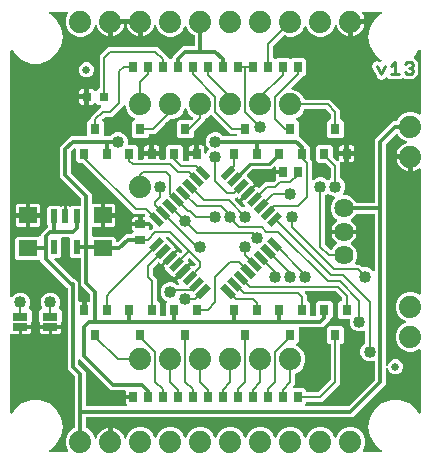
<source format=gbr>
G04 EAGLE Gerber RS-274X export*
G75*
%MOMM*%
%FSLAX34Y34*%
%LPD*%
%INTop Copper*%
%IPPOS*%
%AMOC8*
5,1,8,0,0,1.08239X$1,22.5*%
G01*
%ADD10C,0.254000*%
%ADD11C,1.879600*%
%ADD12R,0.700000X0.900000*%
%ADD13R,1.270000X0.558800*%
%ADD14R,0.558800X1.270000*%
%ADD15R,1.600000X1.400000*%
%ADD16R,0.800000X0.800000*%
%ADD17R,0.900000X0.700000*%
%ADD18R,0.550000X1.200000*%
%ADD19R,0.800000X0.900000*%
%ADD20R,1.270000X0.635000*%
%ADD21C,1.625600*%
%ADD22C,0.635000*%
%ADD23C,1.016000*%
%ADD24C,0.203200*%
%ADD25C,0.304800*%

G36*
X-125601Y-186419D02*
X-125601Y-186419D01*
X-125487Y-186409D01*
X-125461Y-186399D01*
X-125433Y-186395D01*
X-125328Y-186348D01*
X-125221Y-186307D01*
X-125199Y-186291D01*
X-125174Y-186279D01*
X-125086Y-186205D01*
X-124995Y-186136D01*
X-124978Y-186113D01*
X-124957Y-186096D01*
X-124893Y-186000D01*
X-124824Y-185908D01*
X-124815Y-185882D01*
X-124799Y-185859D01*
X-124765Y-185749D01*
X-124724Y-185642D01*
X-124722Y-185614D01*
X-124714Y-185588D01*
X-124711Y-185473D01*
X-124701Y-185359D01*
X-124707Y-185334D01*
X-124706Y-185304D01*
X-124773Y-185047D01*
X-124777Y-185031D01*
X-126747Y-180276D01*
X-126747Y-175324D01*
X-124852Y-170749D01*
X-121351Y-167248D01*
X-119499Y-166481D01*
X-119498Y-166481D01*
X-119497Y-166480D01*
X-119376Y-166409D01*
X-119255Y-166337D01*
X-119254Y-166336D01*
X-119252Y-166335D01*
X-119155Y-166231D01*
X-119059Y-166130D01*
X-119059Y-166129D01*
X-119058Y-166128D01*
X-118995Y-166006D01*
X-118929Y-165878D01*
X-118929Y-165876D01*
X-118928Y-165875D01*
X-118926Y-165860D01*
X-118874Y-165599D01*
X-118877Y-165568D01*
X-118873Y-165543D01*
X-118873Y-122965D01*
X-118885Y-122878D01*
X-118888Y-122791D01*
X-118905Y-122738D01*
X-118913Y-122683D01*
X-118948Y-122603D01*
X-118975Y-122520D01*
X-119003Y-122481D01*
X-119029Y-122424D01*
X-119125Y-122310D01*
X-119170Y-122247D01*
X-125223Y-116194D01*
X-125223Y-48035D01*
X-125235Y-47948D01*
X-125238Y-47861D01*
X-125255Y-47808D01*
X-125263Y-47753D01*
X-125298Y-47673D01*
X-125325Y-47590D01*
X-125353Y-47551D01*
X-125379Y-47494D01*
X-125475Y-47380D01*
X-125520Y-47317D01*
X-148160Y-24677D01*
X-148161Y-24673D01*
X-148204Y-24600D01*
X-148239Y-24523D01*
X-148277Y-24478D01*
X-148306Y-24428D01*
X-148368Y-24370D01*
X-148422Y-24306D01*
X-148471Y-24274D01*
X-148514Y-24234D01*
X-148589Y-24195D01*
X-148659Y-24148D01*
X-148715Y-24131D01*
X-148767Y-24104D01*
X-148835Y-24093D01*
X-148930Y-24063D01*
X-149030Y-24060D01*
X-149098Y-24049D01*
X-168013Y-24049D01*
X-169799Y-22263D01*
X-169799Y-5737D01*
X-168013Y-3951D01*
X-149098Y-3951D01*
X-149040Y-3943D01*
X-148982Y-3945D01*
X-148900Y-3923D01*
X-148816Y-3911D01*
X-148763Y-3888D01*
X-148707Y-3873D01*
X-148634Y-3830D01*
X-148557Y-3795D01*
X-148512Y-3757D01*
X-148462Y-3728D01*
X-148404Y-3666D01*
X-148340Y-3612D01*
X-148308Y-3563D01*
X-148268Y-3520D01*
X-148229Y-3445D01*
X-148182Y-3375D01*
X-148165Y-3319D01*
X-148138Y-3267D01*
X-148127Y-3199D01*
X-148097Y-3104D01*
X-148094Y-3004D01*
X-148083Y-2936D01*
X-148083Y-1916D01*
X-144570Y1597D01*
X-142082Y4085D01*
X-142046Y4132D01*
X-142004Y4172D01*
X-141961Y4245D01*
X-141911Y4312D01*
X-141890Y4367D01*
X-141860Y4418D01*
X-141839Y4499D01*
X-141809Y4578D01*
X-141805Y4636D01*
X-141790Y4693D01*
X-141793Y4777D01*
X-141786Y4861D01*
X-141797Y4919D01*
X-141799Y4977D01*
X-141825Y5058D01*
X-141842Y5140D01*
X-141869Y5192D01*
X-141887Y5248D01*
X-141927Y5304D01*
X-141973Y5392D01*
X-142041Y5465D01*
X-142082Y5521D01*
X-142299Y5738D01*
X-142299Y20264D01*
X-140513Y22050D01*
X-132487Y22050D01*
X-131963Y21526D01*
X-131909Y21485D01*
X-131861Y21436D01*
X-131796Y21400D01*
X-131736Y21355D01*
X-131672Y21331D01*
X-131613Y21297D01*
X-131540Y21280D01*
X-131470Y21254D01*
X-131402Y21248D01*
X-131336Y21233D01*
X-131262Y21236D01*
X-131187Y21230D01*
X-131120Y21244D01*
X-131052Y21247D01*
X-130993Y21269D01*
X-130908Y21286D01*
X-130807Y21339D01*
X-130738Y21365D01*
X-130731Y21369D01*
X-130084Y21542D01*
X-128374Y21542D01*
X-128374Y13360D01*
X-128366Y13302D01*
X-128368Y13244D01*
X-128346Y13162D01*
X-128334Y13079D01*
X-128311Y13025D01*
X-128296Y12969D01*
X-128253Y12896D01*
X-128218Y12819D01*
X-128180Y12775D01*
X-128151Y12724D01*
X-128089Y12667D01*
X-128035Y12602D01*
X-127986Y12570D01*
X-127943Y12530D01*
X-127868Y12491D01*
X-127798Y12445D01*
X-127742Y12427D01*
X-127690Y12400D01*
X-127622Y12389D01*
X-127527Y12359D01*
X-127427Y12356D01*
X-127359Y12345D01*
X-126641Y12345D01*
X-126583Y12353D01*
X-126525Y12352D01*
X-126443Y12373D01*
X-126359Y12385D01*
X-126306Y12409D01*
X-126250Y12423D01*
X-126177Y12467D01*
X-126100Y12501D01*
X-126055Y12539D01*
X-126005Y12569D01*
X-125947Y12630D01*
X-125883Y12685D01*
X-125851Y12733D01*
X-125811Y12776D01*
X-125772Y12851D01*
X-125725Y12921D01*
X-125708Y12977D01*
X-125681Y13029D01*
X-125670Y13097D01*
X-125640Y13192D01*
X-125637Y13292D01*
X-125626Y13360D01*
X-125626Y21542D01*
X-123916Y21542D01*
X-123269Y21369D01*
X-123262Y21365D01*
X-123199Y21339D01*
X-123140Y21305D01*
X-123068Y21286D01*
X-122999Y21258D01*
X-122931Y21251D01*
X-122865Y21234D01*
X-122790Y21237D01*
X-122716Y21229D01*
X-122649Y21241D01*
X-122581Y21243D01*
X-122510Y21266D01*
X-122436Y21280D01*
X-122375Y21310D01*
X-122310Y21331D01*
X-122259Y21367D01*
X-122181Y21406D01*
X-122097Y21483D01*
X-122037Y21526D01*
X-121513Y22050D01*
X-114808Y22050D01*
X-114750Y22058D01*
X-114692Y22056D01*
X-114610Y22078D01*
X-114526Y22090D01*
X-114473Y22113D01*
X-114417Y22128D01*
X-114344Y22171D01*
X-114267Y22206D01*
X-114222Y22244D01*
X-114172Y22273D01*
X-114114Y22335D01*
X-114050Y22389D01*
X-114018Y22438D01*
X-113978Y22481D01*
X-113939Y22556D01*
X-113892Y22626D01*
X-113875Y22682D01*
X-113848Y22734D01*
X-113837Y22802D01*
X-113807Y22897D01*
X-113804Y22997D01*
X-113793Y23065D01*
X-113793Y28165D01*
X-113805Y28252D01*
X-113808Y28339D01*
X-113825Y28392D01*
X-113833Y28447D01*
X-113868Y28527D01*
X-113895Y28610D01*
X-113923Y28649D01*
X-113949Y28706D01*
X-114045Y28820D01*
X-114090Y28883D01*
X-128597Y43390D01*
X-131573Y46366D01*
X-131573Y71744D01*
X-122544Y80773D01*
X-109664Y80773D01*
X-109606Y80781D01*
X-109548Y80779D01*
X-109466Y80801D01*
X-109382Y80813D01*
X-109329Y80836D01*
X-109273Y80851D01*
X-109200Y80894D01*
X-109123Y80929D01*
X-109078Y80967D01*
X-109028Y80996D01*
X-108970Y81058D01*
X-108906Y81112D01*
X-108874Y81161D01*
X-108834Y81204D01*
X-108795Y81279D01*
X-108748Y81349D01*
X-108731Y81405D01*
X-108704Y81457D01*
X-108693Y81525D01*
X-108663Y81620D01*
X-108660Y81720D01*
X-108649Y81788D01*
X-108649Y92963D01*
X-106863Y94749D01*
X-106680Y94749D01*
X-106622Y94757D01*
X-106564Y94755D01*
X-106482Y94777D01*
X-106398Y94789D01*
X-106345Y94812D01*
X-106289Y94827D01*
X-106216Y94870D01*
X-106139Y94905D01*
X-106094Y94943D01*
X-106044Y94972D01*
X-105986Y95034D01*
X-105922Y95088D01*
X-105890Y95137D01*
X-105850Y95180D01*
X-105811Y95255D01*
X-105764Y95325D01*
X-105747Y95381D01*
X-105720Y95433D01*
X-105709Y95501D01*
X-105679Y95596D01*
X-105676Y95696D01*
X-105665Y95764D01*
X-105665Y96934D01*
X-102986Y99612D01*
X-97080Y105518D01*
X-97063Y105542D01*
X-97040Y105561D01*
X-96977Y105655D01*
X-96909Y105745D01*
X-96899Y105773D01*
X-96883Y105797D01*
X-96848Y105905D01*
X-96808Y106011D01*
X-96806Y106040D01*
X-96797Y106068D01*
X-96794Y106182D01*
X-96785Y106294D01*
X-96790Y106323D01*
X-96790Y106352D01*
X-96818Y106462D01*
X-96840Y106573D01*
X-96854Y106599D01*
X-96861Y106627D01*
X-96919Y106725D01*
X-96971Y106825D01*
X-96992Y106847D01*
X-97007Y106872D01*
X-97089Y106949D01*
X-97167Y107031D01*
X-97193Y107046D01*
X-97214Y107066D01*
X-97315Y107118D01*
X-97413Y107175D01*
X-97441Y107182D01*
X-97467Y107196D01*
X-97544Y107209D01*
X-97688Y107245D01*
X-97751Y107243D01*
X-97798Y107251D01*
X-99363Y107251D01*
X-101320Y109209D01*
X-101359Y109238D01*
X-101392Y109274D01*
X-101472Y109323D01*
X-101548Y109380D01*
X-101593Y109397D01*
X-101635Y109423D01*
X-101725Y109448D01*
X-101813Y109481D01*
X-101862Y109485D01*
X-101909Y109498D01*
X-102003Y109497D01*
X-102097Y109505D01*
X-102144Y109495D01*
X-102193Y109494D01*
X-102283Y109467D01*
X-102375Y109449D01*
X-102419Y109426D01*
X-102465Y109412D01*
X-102544Y109361D01*
X-102628Y109318D01*
X-102663Y109284D01*
X-102704Y109258D01*
X-102751Y109200D01*
X-102834Y109122D01*
X-102878Y109047D01*
X-102918Y108999D01*
X-103067Y108740D01*
X-103540Y108267D01*
X-104119Y107932D01*
X-104766Y107759D01*
X-107101Y107759D01*
X-107101Y113316D01*
X-107109Y113374D01*
X-107107Y113432D01*
X-107129Y113514D01*
X-107141Y113597D01*
X-107164Y113651D01*
X-107179Y113707D01*
X-107222Y113780D01*
X-107257Y113857D01*
X-107295Y113901D01*
X-107324Y113952D01*
X-107386Y114009D01*
X-107440Y114074D01*
X-107489Y114106D01*
X-107532Y114146D01*
X-107607Y114185D01*
X-107677Y114231D01*
X-107733Y114249D01*
X-107785Y114276D01*
X-107853Y114287D01*
X-107895Y114300D01*
X-107834Y114309D01*
X-107781Y114333D01*
X-107725Y114347D01*
X-107652Y114391D01*
X-107575Y114425D01*
X-107530Y114463D01*
X-107480Y114493D01*
X-107422Y114554D01*
X-107358Y114609D01*
X-107326Y114657D01*
X-107286Y114700D01*
X-107247Y114775D01*
X-107200Y114845D01*
X-107183Y114901D01*
X-107156Y114953D01*
X-107145Y115021D01*
X-107115Y115116D01*
X-107112Y115216D01*
X-107101Y115284D01*
X-107101Y120841D01*
X-104766Y120841D01*
X-104119Y120668D01*
X-103540Y120333D01*
X-103067Y119860D01*
X-102918Y119601D01*
X-102888Y119563D01*
X-102865Y119520D01*
X-102800Y119451D01*
X-102742Y119377D01*
X-102703Y119349D01*
X-102669Y119314D01*
X-102588Y119266D01*
X-102512Y119211D01*
X-102466Y119194D01*
X-102424Y119170D01*
X-102333Y119147D01*
X-102244Y119115D01*
X-102196Y119112D01*
X-102148Y119100D01*
X-102055Y119103D01*
X-101961Y119097D01*
X-101913Y119107D01*
X-101864Y119109D01*
X-101775Y119138D01*
X-101683Y119158D01*
X-101640Y119181D01*
X-101594Y119196D01*
X-101533Y119239D01*
X-101433Y119294D01*
X-101372Y119355D01*
X-101320Y119391D01*
X-99363Y121349D01*
X-99180Y121349D01*
X-99122Y121357D01*
X-99064Y121355D01*
X-98982Y121377D01*
X-98898Y121389D01*
X-98845Y121412D01*
X-98789Y121427D01*
X-98716Y121470D01*
X-98639Y121505D01*
X-98594Y121543D01*
X-98544Y121572D01*
X-98486Y121634D01*
X-98422Y121688D01*
X-98390Y121737D01*
X-98350Y121780D01*
X-98311Y121855D01*
X-98264Y121925D01*
X-98247Y121981D01*
X-98220Y122033D01*
X-98209Y122101D01*
X-98179Y122196D01*
X-98176Y122296D01*
X-98165Y122364D01*
X-98165Y148884D01*
X-90584Y156465D01*
X-49116Y156465D01*
X-40383Y147731D01*
X-40379Y147723D01*
X-40341Y147678D01*
X-40312Y147628D01*
X-40250Y147570D01*
X-40196Y147506D01*
X-40147Y147474D01*
X-40104Y147434D01*
X-40029Y147395D01*
X-39959Y147348D01*
X-39927Y147338D01*
X-38818Y146229D01*
X-38771Y146194D01*
X-38731Y146152D01*
X-38658Y146109D01*
X-38591Y146059D01*
X-38536Y146038D01*
X-38486Y146008D01*
X-38404Y145987D01*
X-38325Y145957D01*
X-38267Y145952D01*
X-38210Y145938D01*
X-38126Y145941D01*
X-38042Y145934D01*
X-37984Y145945D01*
X-37926Y145947D01*
X-37846Y145973D01*
X-37763Y145990D01*
X-37711Y146017D01*
X-37655Y146035D01*
X-37599Y146075D01*
X-37511Y146121D01*
X-37438Y146189D01*
X-37382Y146229D01*
X-36470Y147141D01*
X-36418Y147211D01*
X-36358Y147275D01*
X-36332Y147325D01*
X-36299Y147369D01*
X-36268Y147450D01*
X-36228Y147528D01*
X-36220Y147576D01*
X-36198Y147634D01*
X-36186Y147782D01*
X-36173Y147859D01*
X-36173Y148094D01*
X-27294Y156973D01*
X-18288Y156973D01*
X-18230Y156981D01*
X-18172Y156979D01*
X-18090Y157001D01*
X-18006Y157013D01*
X-17953Y157036D01*
X-17897Y157051D01*
X-17824Y157094D01*
X-17747Y157129D01*
X-17702Y157167D01*
X-17652Y157196D01*
X-17594Y157258D01*
X-17530Y157312D01*
X-17498Y157361D01*
X-17458Y157404D01*
X-17419Y157479D01*
X-17372Y157549D01*
X-17355Y157605D01*
X-17328Y157657D01*
X-17317Y157725D01*
X-17287Y157820D01*
X-17284Y157920D01*
X-17273Y157988D01*
X-17273Y165543D01*
X-17273Y165545D01*
X-17273Y165547D01*
X-17293Y165684D01*
X-17313Y165825D01*
X-17313Y165826D01*
X-17313Y165828D01*
X-17370Y165954D01*
X-17429Y166084D01*
X-17430Y166086D01*
X-17431Y166087D01*
X-17522Y166194D01*
X-17612Y166301D01*
X-17614Y166302D01*
X-17615Y166303D01*
X-17628Y166312D01*
X-17849Y166459D01*
X-17878Y166468D01*
X-17899Y166481D01*
X-19751Y167248D01*
X-23252Y170749D01*
X-24462Y173671D01*
X-24477Y173696D01*
X-24486Y173724D01*
X-24549Y173819D01*
X-24607Y173916D01*
X-24628Y173936D01*
X-24644Y173961D01*
X-24731Y174034D01*
X-24813Y174111D01*
X-24839Y174125D01*
X-24862Y174144D01*
X-24965Y174190D01*
X-25066Y174241D01*
X-25095Y174247D01*
X-25122Y174259D01*
X-25234Y174275D01*
X-25345Y174296D01*
X-25374Y174294D01*
X-25403Y174298D01*
X-25515Y174282D01*
X-25628Y174272D01*
X-25655Y174261D01*
X-25684Y174257D01*
X-25788Y174211D01*
X-25893Y174170D01*
X-25917Y174152D01*
X-25944Y174140D01*
X-26030Y174067D01*
X-26120Y173998D01*
X-26138Y173975D01*
X-26160Y173956D01*
X-26202Y173889D01*
X-26290Y173771D01*
X-26312Y173712D01*
X-26338Y173671D01*
X-27548Y170749D01*
X-31049Y167248D01*
X-35624Y165353D01*
X-40576Y165353D01*
X-45151Y167248D01*
X-48652Y170749D01*
X-50169Y174411D01*
X-50204Y174471D01*
X-50230Y174535D01*
X-50276Y174593D01*
X-50313Y174656D01*
X-50363Y174704D01*
X-50406Y174758D01*
X-50466Y174801D01*
X-50520Y174851D01*
X-50581Y174883D01*
X-50638Y174923D01*
X-50707Y174948D01*
X-50773Y174982D01*
X-50840Y174995D01*
X-50906Y175018D01*
X-50979Y175022D01*
X-51052Y175037D01*
X-51120Y175031D01*
X-51189Y175035D01*
X-51261Y175019D01*
X-51335Y175012D01*
X-51399Y174987D01*
X-51467Y174972D01*
X-51531Y174937D01*
X-51600Y174910D01*
X-51655Y174869D01*
X-51716Y174835D01*
X-51768Y174783D01*
X-51827Y174739D01*
X-51868Y174683D01*
X-51917Y174634D01*
X-51946Y174579D01*
X-51997Y174511D01*
X-52027Y174433D01*
X-52037Y174417D01*
X-52047Y174386D01*
X-52072Y174337D01*
X-52436Y173217D01*
X-53289Y171543D01*
X-54394Y170022D01*
X-55722Y168694D01*
X-57243Y167589D01*
X-58917Y166736D01*
X-60704Y166155D01*
X-61469Y166034D01*
X-61469Y176784D01*
X-61477Y176842D01*
X-61475Y176900D01*
X-61497Y176982D01*
X-61509Y177065D01*
X-61533Y177119D01*
X-61547Y177175D01*
X-61590Y177248D01*
X-61625Y177325D01*
X-61663Y177369D01*
X-61693Y177420D01*
X-61754Y177477D01*
X-61809Y177542D01*
X-61857Y177574D01*
X-61900Y177614D01*
X-61975Y177653D01*
X-62045Y177699D01*
X-62101Y177717D01*
X-62153Y177744D01*
X-62221Y177755D01*
X-62316Y177785D01*
X-62416Y177788D01*
X-62484Y177799D01*
X-63501Y177799D01*
X-63501Y178816D01*
X-63509Y178874D01*
X-63508Y178932D01*
X-63529Y179014D01*
X-63541Y179097D01*
X-63565Y179151D01*
X-63579Y179207D01*
X-63622Y179280D01*
X-63657Y179357D01*
X-63695Y179402D01*
X-63725Y179452D01*
X-63786Y179510D01*
X-63841Y179574D01*
X-63889Y179606D01*
X-63932Y179646D01*
X-64007Y179685D01*
X-64077Y179731D01*
X-64133Y179749D01*
X-64185Y179776D01*
X-64253Y179787D01*
X-64348Y179817D01*
X-64448Y179820D01*
X-64516Y179831D01*
X-87884Y179831D01*
X-87942Y179823D01*
X-88000Y179825D01*
X-88082Y179803D01*
X-88165Y179791D01*
X-88219Y179767D01*
X-88275Y179753D01*
X-88348Y179710D01*
X-88425Y179675D01*
X-88469Y179637D01*
X-88520Y179607D01*
X-88577Y179546D01*
X-88642Y179491D01*
X-88674Y179443D01*
X-88714Y179400D01*
X-88753Y179325D01*
X-88799Y179255D01*
X-88817Y179199D01*
X-88844Y179147D01*
X-88855Y179079D01*
X-88885Y178984D01*
X-88888Y178884D01*
X-88899Y178816D01*
X-88899Y177799D01*
X-89916Y177799D01*
X-89974Y177791D01*
X-90032Y177792D01*
X-90114Y177771D01*
X-90197Y177759D01*
X-90251Y177735D01*
X-90307Y177721D01*
X-90380Y177678D01*
X-90457Y177643D01*
X-90502Y177605D01*
X-90552Y177575D01*
X-90610Y177514D01*
X-90674Y177459D01*
X-90706Y177411D01*
X-90746Y177368D01*
X-90785Y177293D01*
X-90831Y177223D01*
X-90849Y177167D01*
X-90876Y177115D01*
X-90887Y177047D01*
X-90917Y176952D01*
X-90920Y176852D01*
X-90931Y176784D01*
X-90931Y166034D01*
X-91696Y166155D01*
X-93483Y166736D01*
X-95157Y167589D01*
X-96678Y168694D01*
X-98006Y170022D01*
X-99111Y171543D01*
X-99964Y173217D01*
X-100328Y174337D01*
X-100340Y174362D01*
X-100342Y174370D01*
X-100353Y174388D01*
X-100358Y174399D01*
X-100379Y174465D01*
X-100420Y174526D01*
X-100453Y174592D01*
X-100499Y174643D01*
X-100538Y174701D01*
X-100594Y174748D01*
X-100643Y174803D01*
X-100702Y174839D01*
X-100755Y174884D01*
X-100822Y174914D01*
X-100885Y174953D01*
X-100952Y174971D01*
X-101015Y174999D01*
X-101088Y175009D01*
X-101159Y175029D01*
X-101228Y175029D01*
X-101297Y175038D01*
X-101369Y175028D01*
X-101443Y175027D01*
X-101510Y175007D01*
X-101578Y174998D01*
X-101645Y174967D01*
X-101716Y174946D01*
X-101774Y174909D01*
X-101837Y174880D01*
X-101893Y174833D01*
X-101955Y174793D01*
X-102001Y174741D01*
X-102053Y174696D01*
X-102086Y174643D01*
X-102143Y174579D01*
X-102192Y174475D01*
X-102231Y174411D01*
X-103748Y170749D01*
X-107249Y167248D01*
X-111824Y165353D01*
X-116776Y165353D01*
X-121351Y167248D01*
X-124852Y170749D01*
X-126747Y175324D01*
X-126747Y180276D01*
X-124777Y185031D01*
X-124748Y185143D01*
X-124714Y185252D01*
X-124713Y185280D01*
X-124706Y185307D01*
X-124709Y185421D01*
X-124706Y185536D01*
X-124713Y185563D01*
X-124714Y185591D01*
X-124749Y185700D01*
X-124778Y185811D01*
X-124792Y185835D01*
X-124801Y185862D01*
X-124865Y185957D01*
X-124923Y186056D01*
X-124944Y186075D01*
X-124959Y186098D01*
X-125047Y186172D01*
X-125131Y186250D01*
X-125155Y186263D01*
X-125177Y186281D01*
X-125281Y186327D01*
X-125384Y186380D01*
X-125408Y186384D01*
X-125436Y186396D01*
X-125700Y186433D01*
X-125715Y186435D01*
X-139867Y186435D01*
X-139940Y186425D01*
X-140014Y186425D01*
X-140080Y186405D01*
X-140149Y186395D01*
X-140216Y186365D01*
X-140286Y186345D01*
X-140345Y186308D01*
X-140408Y186279D01*
X-140464Y186232D01*
X-140526Y186192D01*
X-140572Y186140D01*
X-140625Y186096D01*
X-140666Y186034D01*
X-140715Y185979D01*
X-140744Y185917D01*
X-140783Y185859D01*
X-140805Y185789D01*
X-140836Y185722D01*
X-140848Y185654D01*
X-140868Y185588D01*
X-140870Y185514D01*
X-140882Y185442D01*
X-140874Y185373D01*
X-140876Y185304D01*
X-140857Y185233D01*
X-140848Y185159D01*
X-140821Y185096D01*
X-140804Y185029D01*
X-140766Y184965D01*
X-140738Y184898D01*
X-140699Y184853D01*
X-140659Y184784D01*
X-140569Y184700D01*
X-140520Y184642D01*
X-134815Y179856D01*
X-130829Y172951D01*
X-129445Y165100D01*
X-130829Y157249D01*
X-134815Y150345D01*
X-140922Y145220D01*
X-148414Y142493D01*
X-156386Y142493D01*
X-163878Y145220D01*
X-169985Y150344D01*
X-171841Y153559D01*
X-171853Y153574D01*
X-171861Y153592D01*
X-171940Y153686D01*
X-172016Y153783D01*
X-172032Y153794D01*
X-172045Y153809D01*
X-172147Y153878D01*
X-172246Y153949D01*
X-172265Y153956D01*
X-172281Y153967D01*
X-172399Y154004D01*
X-172514Y154046D01*
X-172534Y154047D01*
X-172552Y154053D01*
X-172675Y154056D01*
X-172798Y154064D01*
X-172817Y154059D01*
X-172836Y154060D01*
X-172955Y154029D01*
X-173075Y154002D01*
X-173093Y153993D01*
X-173111Y153988D01*
X-173217Y153926D01*
X-173325Y153867D01*
X-173339Y153853D01*
X-173356Y153843D01*
X-173440Y153753D01*
X-173527Y153667D01*
X-173537Y153650D01*
X-173550Y153636D01*
X-173606Y153526D01*
X-173666Y153419D01*
X-173671Y153400D01*
X-173680Y153382D01*
X-173692Y153310D01*
X-173731Y153142D01*
X-173729Y153091D01*
X-173735Y153051D01*
X-173735Y-54378D01*
X-173731Y-54408D01*
X-173734Y-54437D01*
X-173711Y-54548D01*
X-173695Y-54660D01*
X-173683Y-54687D01*
X-173678Y-54715D01*
X-173625Y-54816D01*
X-173579Y-54919D01*
X-173560Y-54942D01*
X-173547Y-54968D01*
X-173469Y-55050D01*
X-173396Y-55136D01*
X-173371Y-55153D01*
X-173351Y-55174D01*
X-173253Y-55231D01*
X-173159Y-55294D01*
X-173131Y-55303D01*
X-173106Y-55318D01*
X-172996Y-55346D01*
X-172888Y-55380D01*
X-172858Y-55381D01*
X-172830Y-55388D01*
X-172717Y-55384D01*
X-172604Y-55387D01*
X-172575Y-55380D01*
X-172546Y-55379D01*
X-172438Y-55344D01*
X-172329Y-55315D01*
X-172303Y-55300D01*
X-172275Y-55291D01*
X-172212Y-55246D01*
X-172084Y-55170D01*
X-172041Y-55124D01*
X-172002Y-55096D01*
X-169705Y-52799D01*
X-166717Y-51561D01*
X-163483Y-51561D01*
X-160495Y-52799D01*
X-158209Y-55085D01*
X-156971Y-58073D01*
X-156971Y-61307D01*
X-158117Y-64072D01*
X-158145Y-64184D01*
X-158180Y-64293D01*
X-158181Y-64321D01*
X-158188Y-64348D01*
X-158184Y-64462D01*
X-158187Y-64577D01*
X-158180Y-64604D01*
X-158180Y-64632D01*
X-158145Y-64741D01*
X-158116Y-64852D01*
X-158101Y-64876D01*
X-158093Y-64903D01*
X-158029Y-64998D01*
X-157970Y-65097D01*
X-157950Y-65116D01*
X-157935Y-65139D01*
X-157847Y-65213D01*
X-157763Y-65291D01*
X-157738Y-65304D01*
X-157717Y-65322D01*
X-157612Y-65368D01*
X-157577Y-65387D01*
X-155701Y-67262D01*
X-155701Y-76138D01*
X-155912Y-76348D01*
X-155964Y-76418D01*
X-156024Y-76482D01*
X-156050Y-76532D01*
X-156083Y-76576D01*
X-156114Y-76657D01*
X-156154Y-76735D01*
X-156162Y-76783D01*
X-156184Y-76841D01*
X-156196Y-76989D01*
X-156209Y-77066D01*
X-156209Y-79113D01*
X-164528Y-79113D01*
X-164586Y-79121D01*
X-164645Y-79120D01*
X-164726Y-79141D01*
X-164810Y-79153D01*
X-164863Y-79177D01*
X-164920Y-79192D01*
X-164992Y-79235D01*
X-165069Y-79269D01*
X-165114Y-79307D01*
X-165164Y-79337D01*
X-165222Y-79398D01*
X-165286Y-79453D01*
X-165319Y-79502D01*
X-165359Y-79544D01*
X-165397Y-79619D01*
X-165444Y-79690D01*
X-165461Y-79745D01*
X-165488Y-79797D01*
X-165499Y-79865D01*
X-165530Y-79961D01*
X-165532Y-80060D01*
X-165544Y-80128D01*
X-165544Y-80256D01*
X-165672Y-80256D01*
X-165729Y-80265D01*
X-165788Y-80263D01*
X-165869Y-80284D01*
X-165953Y-80296D01*
X-166006Y-80320D01*
X-166063Y-80335D01*
X-166135Y-80378D01*
X-166212Y-80413D01*
X-166257Y-80450D01*
X-166307Y-80480D01*
X-166365Y-80542D01*
X-166429Y-80596D01*
X-166462Y-80645D01*
X-166502Y-80688D01*
X-166540Y-80763D01*
X-166587Y-80833D01*
X-166605Y-80889D01*
X-166631Y-80941D01*
X-166643Y-81009D01*
X-166673Y-81104D01*
X-166675Y-81204D01*
X-166687Y-81272D01*
X-166687Y-86416D01*
X-171784Y-86416D01*
X-172457Y-86235D01*
X-172506Y-86230D01*
X-172552Y-86215D01*
X-172646Y-86212D01*
X-172739Y-86201D01*
X-172788Y-86209D01*
X-172836Y-86208D01*
X-172927Y-86231D01*
X-173020Y-86246D01*
X-173064Y-86267D01*
X-173111Y-86279D01*
X-173192Y-86327D01*
X-173277Y-86367D01*
X-173314Y-86400D01*
X-173356Y-86425D01*
X-173420Y-86493D01*
X-173491Y-86555D01*
X-173517Y-86596D01*
X-173550Y-86632D01*
X-173593Y-86716D01*
X-173644Y-86795D01*
X-173658Y-86842D01*
X-173680Y-86885D01*
X-173692Y-86958D01*
X-173724Y-87067D01*
X-173725Y-87154D01*
X-173735Y-87216D01*
X-173735Y-153051D01*
X-173733Y-153071D01*
X-173735Y-153090D01*
X-173713Y-153211D01*
X-173695Y-153333D01*
X-173687Y-153351D01*
X-173684Y-153370D01*
X-173629Y-153480D01*
X-173579Y-153592D01*
X-173567Y-153607D01*
X-173558Y-153625D01*
X-173475Y-153716D01*
X-173396Y-153809D01*
X-173379Y-153820D01*
X-173366Y-153835D01*
X-173261Y-153899D01*
X-173159Y-153967D01*
X-173140Y-153973D01*
X-173124Y-153983D01*
X-173005Y-154016D01*
X-172888Y-154053D01*
X-172868Y-154053D01*
X-172849Y-154058D01*
X-172727Y-154057D01*
X-172604Y-154060D01*
X-172585Y-154055D01*
X-172565Y-154055D01*
X-172447Y-154019D01*
X-172329Y-153988D01*
X-172312Y-153978D01*
X-172293Y-153972D01*
X-172190Y-153906D01*
X-172084Y-153843D01*
X-172071Y-153829D01*
X-172054Y-153818D01*
X-172008Y-153761D01*
X-171890Y-153636D01*
X-171866Y-153590D01*
X-171841Y-153559D01*
X-169985Y-150344D01*
X-163878Y-145220D01*
X-156386Y-142493D01*
X-148414Y-142493D01*
X-140922Y-145220D01*
X-134815Y-150344D01*
X-130829Y-157249D01*
X-129445Y-165100D01*
X-130829Y-172951D01*
X-134815Y-179855D01*
X-140520Y-184642D01*
X-140569Y-184697D01*
X-140625Y-184745D01*
X-140664Y-184802D01*
X-140710Y-184854D01*
X-140742Y-184920D01*
X-140783Y-184981D01*
X-140804Y-185047D01*
X-140834Y-185110D01*
X-140846Y-185182D01*
X-140868Y-185252D01*
X-140870Y-185321D01*
X-140882Y-185390D01*
X-140874Y-185463D01*
X-140876Y-185536D01*
X-140858Y-185603D01*
X-140851Y-185672D01*
X-140823Y-185740D01*
X-140804Y-185811D01*
X-140769Y-185871D01*
X-140742Y-185935D01*
X-140696Y-185993D01*
X-140659Y-186056D01*
X-140608Y-186103D01*
X-140565Y-186157D01*
X-140505Y-186200D01*
X-140451Y-186250D01*
X-140390Y-186282D01*
X-140333Y-186322D01*
X-140264Y-186346D01*
X-140198Y-186380D01*
X-140140Y-186390D01*
X-140065Y-186416D01*
X-139943Y-186423D01*
X-139867Y-186435D01*
X-125715Y-186435D01*
X-125601Y-186419D01*
G37*
G36*
X134170Y24581D02*
X134170Y24581D01*
X134228Y24579D01*
X134310Y24601D01*
X134394Y24613D01*
X134447Y24636D01*
X134503Y24651D01*
X134576Y24694D01*
X134653Y24729D01*
X134698Y24767D01*
X134748Y24796D01*
X134806Y24858D01*
X134870Y24912D01*
X134902Y24961D01*
X134942Y25004D01*
X134981Y25079D01*
X135028Y25149D01*
X135045Y25205D01*
X135072Y25257D01*
X135083Y25325D01*
X135113Y25420D01*
X135116Y25520D01*
X135127Y25588D01*
X135127Y78094D01*
X150506Y93473D01*
X152843Y93473D01*
X152845Y93473D01*
X152847Y93473D01*
X152987Y93493D01*
X153125Y93513D01*
X153126Y93513D01*
X153128Y93513D01*
X153254Y93570D01*
X153384Y93629D01*
X153386Y93630D01*
X153387Y93631D01*
X153490Y93718D01*
X153601Y93812D01*
X153602Y93814D01*
X153603Y93815D01*
X153612Y93828D01*
X153759Y94049D01*
X153768Y94078D01*
X153781Y94099D01*
X154548Y95951D01*
X158049Y99452D01*
X162624Y101347D01*
X167576Y101347D01*
X172331Y99377D01*
X172443Y99348D01*
X172552Y99314D01*
X172580Y99313D01*
X172607Y99306D01*
X172721Y99309D01*
X172836Y99306D01*
X172863Y99313D01*
X172891Y99314D01*
X173000Y99349D01*
X173111Y99378D01*
X173135Y99392D01*
X173162Y99401D01*
X173257Y99465D01*
X173356Y99523D01*
X173375Y99544D01*
X173398Y99559D01*
X173472Y99647D01*
X173550Y99731D01*
X173563Y99755D01*
X173581Y99777D01*
X173627Y99881D01*
X173680Y99984D01*
X173684Y100008D01*
X173696Y100036D01*
X173733Y100300D01*
X173735Y100315D01*
X173735Y153051D01*
X173733Y153071D01*
X173735Y153090D01*
X173713Y153211D01*
X173695Y153333D01*
X173687Y153351D01*
X173684Y153370D01*
X173629Y153480D01*
X173579Y153592D01*
X173567Y153607D01*
X173558Y153625D01*
X173475Y153716D01*
X173396Y153809D01*
X173379Y153820D01*
X173366Y153835D01*
X173261Y153899D01*
X173159Y153967D01*
X173140Y153973D01*
X173124Y153983D01*
X173005Y154016D01*
X172888Y154053D01*
X172868Y154053D01*
X172849Y154058D01*
X172727Y154057D01*
X172604Y154060D01*
X172585Y154055D01*
X172565Y154055D01*
X172447Y154019D01*
X172329Y153988D01*
X172312Y153978D01*
X172293Y153972D01*
X172190Y153906D01*
X172084Y153843D01*
X172071Y153829D01*
X172054Y153818D01*
X172008Y153761D01*
X171890Y153636D01*
X171866Y153590D01*
X171841Y153559D01*
X169985Y150344D01*
X168076Y148743D01*
X168008Y148667D01*
X167934Y148596D01*
X167913Y148562D01*
X167886Y148532D01*
X167842Y148439D01*
X167790Y148351D01*
X167780Y148312D01*
X167762Y148276D01*
X167745Y148175D01*
X167720Y148075D01*
X167721Y148035D01*
X167714Y147996D01*
X167726Y147894D01*
X167729Y147791D01*
X167741Y147753D01*
X167746Y147713D01*
X167785Y147619D01*
X167816Y147521D01*
X167837Y147492D01*
X167854Y147450D01*
X167972Y147302D01*
X168011Y147247D01*
X168819Y146440D01*
X171646Y143613D01*
X171646Y133256D01*
X167421Y129031D01*
X160454Y129031D01*
X159656Y129829D01*
X159609Y129864D01*
X159569Y129907D01*
X159496Y129950D01*
X159429Y130000D01*
X159374Y130021D01*
X159323Y130051D01*
X159242Y130071D01*
X159163Y130101D01*
X159105Y130106D01*
X159048Y130121D01*
X158964Y130118D01*
X158880Y130125D01*
X158822Y130113D01*
X158764Y130112D01*
X158684Y130086D01*
X158601Y130069D01*
X158549Y130042D01*
X158493Y130024D01*
X158437Y129984D01*
X158349Y129938D01*
X158276Y129869D01*
X158220Y129829D01*
X157422Y129031D01*
X147065Y129031D01*
X145675Y130422D01*
X145668Y130427D01*
X145662Y130434D01*
X145553Y130513D01*
X145447Y130593D01*
X145439Y130596D01*
X145432Y130601D01*
X145307Y130646D01*
X145182Y130694D01*
X145173Y130695D01*
X145165Y130698D01*
X145032Y130706D01*
X144898Y130717D01*
X144890Y130716D01*
X144881Y130716D01*
X144751Y130688D01*
X144620Y130662D01*
X144612Y130658D01*
X144604Y130656D01*
X144486Y130592D01*
X144367Y130531D01*
X144361Y130525D01*
X144354Y130521D01*
X144258Y130427D01*
X144161Y130335D01*
X144157Y130327D01*
X144152Y130323D01*
X144071Y130282D01*
X144058Y130274D01*
X144044Y130268D01*
X143942Y130193D01*
X143837Y130121D01*
X143827Y130109D01*
X143815Y130100D01*
X143774Y130044D01*
X143657Y129901D01*
X143639Y129858D01*
X143617Y129828D01*
X143612Y129819D01*
X142275Y129373D01*
X142200Y129336D01*
X142142Y129318D01*
X140881Y128687D01*
X140871Y128691D01*
X140855Y128693D01*
X140841Y128700D01*
X140716Y128719D01*
X140591Y128742D01*
X140576Y128740D01*
X140560Y128743D01*
X140492Y128732D01*
X140308Y128714D01*
X140265Y128696D01*
X140229Y128691D01*
X140218Y128687D01*
X138957Y129318D01*
X138878Y129344D01*
X138824Y129373D01*
X137487Y129819D01*
X137482Y129828D01*
X137473Y129841D01*
X137468Y129856D01*
X137393Y129958D01*
X137320Y130062D01*
X137308Y130072D01*
X137299Y130085D01*
X137244Y130125D01*
X137100Y130242D01*
X137058Y130261D01*
X137028Y130282D01*
X137018Y130287D01*
X136572Y131625D01*
X136538Y131693D01*
X136529Y131729D01*
X136523Y131739D01*
X136517Y131758D01*
X132497Y139798D01*
X133629Y143192D01*
X136829Y144792D01*
X139409Y143932D01*
X139502Y143915D01*
X139592Y143889D01*
X139641Y143889D01*
X139689Y143880D01*
X139783Y143890D01*
X139877Y143890D01*
X139923Y143904D01*
X139972Y143909D01*
X140059Y143944D01*
X140149Y143970D01*
X140191Y143996D01*
X140236Y144014D01*
X140310Y144072D01*
X140389Y144123D01*
X140422Y144159D01*
X140460Y144189D01*
X140515Y144265D01*
X140578Y144336D01*
X140599Y144380D01*
X140627Y144419D01*
X140659Y144508D01*
X140699Y144593D01*
X140707Y144641D01*
X140724Y144686D01*
X140730Y144780D01*
X140745Y144873D01*
X140740Y144921D01*
X140743Y144970D01*
X140723Y145062D01*
X140712Y145155D01*
X140693Y145200D01*
X140682Y145248D01*
X140638Y145330D01*
X140601Y145417D01*
X140573Y145450D01*
X140547Y145498D01*
X140432Y145615D01*
X140383Y145673D01*
X134815Y150344D01*
X130829Y157249D01*
X129445Y165100D01*
X130829Y172951D01*
X134815Y179855D01*
X140520Y184642D01*
X140569Y184697D01*
X140625Y184745D01*
X140664Y184802D01*
X140710Y184854D01*
X140742Y184920D01*
X140783Y184981D01*
X140804Y185047D01*
X140834Y185110D01*
X140846Y185182D01*
X140868Y185252D01*
X140870Y185321D01*
X140882Y185390D01*
X140874Y185463D01*
X140876Y185536D01*
X140858Y185603D01*
X140851Y185672D01*
X140823Y185740D01*
X140804Y185811D01*
X140769Y185871D01*
X140742Y185935D01*
X140696Y185993D01*
X140659Y186056D01*
X140608Y186103D01*
X140565Y186157D01*
X140505Y186200D01*
X140451Y186250D01*
X140390Y186282D01*
X140333Y186322D01*
X140264Y186346D01*
X140198Y186380D01*
X140140Y186390D01*
X140065Y186416D01*
X139943Y186423D01*
X139867Y186435D01*
X124776Y186435D01*
X124685Y186422D01*
X124593Y186419D01*
X124544Y186403D01*
X124494Y186395D01*
X124410Y186358D01*
X124323Y186329D01*
X124281Y186300D01*
X124235Y186279D01*
X124165Y186220D01*
X124089Y186168D01*
X124057Y186128D01*
X124018Y186096D01*
X123967Y186019D01*
X123908Y185948D01*
X123888Y185901D01*
X123860Y185859D01*
X123832Y185771D01*
X123796Y185687D01*
X123790Y185636D01*
X123774Y185588D01*
X123772Y185496D01*
X123761Y185405D01*
X123768Y185354D01*
X123767Y185304D01*
X123790Y185215D01*
X123805Y185124D01*
X123825Y185084D01*
X123839Y185029D01*
X123920Y184892D01*
X123954Y184823D01*
X124511Y184057D01*
X125364Y182383D01*
X125945Y180596D01*
X126066Y179831D01*
X115316Y179831D01*
X115258Y179823D01*
X115200Y179825D01*
X115118Y179803D01*
X115035Y179791D01*
X114981Y179767D01*
X114925Y179753D01*
X114852Y179710D01*
X114775Y179675D01*
X114731Y179637D01*
X114680Y179607D01*
X114623Y179546D01*
X114558Y179491D01*
X114526Y179443D01*
X114486Y179400D01*
X114447Y179325D01*
X114401Y179255D01*
X114383Y179199D01*
X114356Y179147D01*
X114345Y179079D01*
X114315Y178984D01*
X114312Y178884D01*
X114301Y178816D01*
X114301Y177799D01*
X113284Y177799D01*
X113226Y177791D01*
X113168Y177792D01*
X113086Y177771D01*
X113003Y177759D01*
X112949Y177735D01*
X112893Y177721D01*
X112820Y177678D01*
X112743Y177643D01*
X112698Y177605D01*
X112648Y177575D01*
X112590Y177514D01*
X112526Y177459D01*
X112494Y177411D01*
X112454Y177368D01*
X112415Y177293D01*
X112369Y177223D01*
X112351Y177167D01*
X112324Y177115D01*
X112313Y177047D01*
X112283Y176952D01*
X112280Y176852D01*
X112269Y176784D01*
X112269Y166034D01*
X111504Y166155D01*
X109717Y166736D01*
X108043Y167589D01*
X106522Y168694D01*
X105194Y170022D01*
X104089Y171543D01*
X103236Y173217D01*
X102872Y174337D01*
X102860Y174362D01*
X102858Y174370D01*
X102847Y174388D01*
X102842Y174399D01*
X102821Y174465D01*
X102780Y174526D01*
X102747Y174592D01*
X102701Y174643D01*
X102662Y174701D01*
X102606Y174748D01*
X102557Y174803D01*
X102498Y174839D01*
X102445Y174884D01*
X102377Y174914D01*
X102315Y174953D01*
X102248Y174971D01*
X102185Y174999D01*
X102112Y175009D01*
X102041Y175029D01*
X101972Y175029D01*
X101903Y175038D01*
X101830Y175028D01*
X101757Y175027D01*
X101691Y175007D01*
X101622Y174998D01*
X101555Y174967D01*
X101484Y174946D01*
X101426Y174909D01*
X101363Y174880D01*
X101307Y174833D01*
X101245Y174793D01*
X101199Y174741D01*
X101147Y174696D01*
X101114Y174643D01*
X101057Y174579D01*
X101008Y174475D01*
X100969Y174411D01*
X99452Y170749D01*
X95951Y167248D01*
X91376Y165353D01*
X86424Y165353D01*
X81849Y167248D01*
X78348Y170749D01*
X77138Y173671D01*
X77123Y173696D01*
X77114Y173724D01*
X77051Y173819D01*
X76993Y173916D01*
X76972Y173936D01*
X76956Y173961D01*
X76869Y174033D01*
X76787Y174111D01*
X76761Y174125D01*
X76738Y174143D01*
X76635Y174189D01*
X76534Y174241D01*
X76505Y174247D01*
X76478Y174259D01*
X76366Y174275D01*
X76255Y174296D01*
X76226Y174294D01*
X76197Y174298D01*
X76085Y174282D01*
X75972Y174272D01*
X75945Y174261D01*
X75916Y174257D01*
X75812Y174211D01*
X75707Y174170D01*
X75683Y174152D01*
X75656Y174140D01*
X75570Y174067D01*
X75480Y173998D01*
X75462Y173975D01*
X75440Y173956D01*
X75398Y173889D01*
X75310Y173771D01*
X75288Y173712D01*
X75262Y173671D01*
X74052Y170749D01*
X70551Y167248D01*
X65976Y165353D01*
X61024Y165353D01*
X58665Y166330D01*
X58664Y166331D01*
X58662Y166332D01*
X58528Y166366D01*
X58390Y166401D01*
X58388Y166401D01*
X58387Y166402D01*
X58246Y166397D01*
X58106Y166393D01*
X58104Y166393D01*
X58103Y166393D01*
X57970Y166350D01*
X57835Y166307D01*
X57834Y166306D01*
X57832Y166305D01*
X57820Y166297D01*
X57599Y166148D01*
X57579Y166125D01*
X57559Y166110D01*
X48962Y157514D01*
X48910Y157444D01*
X48850Y157380D01*
X48824Y157331D01*
X48791Y157286D01*
X48760Y157205D01*
X48720Y157127D01*
X48712Y157079D01*
X48690Y157021D01*
X48679Y156888D01*
X48679Y156887D01*
X48679Y156884D01*
X48678Y156873D01*
X48665Y156796D01*
X48665Y148264D01*
X48673Y148206D01*
X48671Y148148D01*
X48693Y148066D01*
X48705Y147982D01*
X48728Y147929D01*
X48743Y147873D01*
X48786Y147800D01*
X48821Y147723D01*
X48859Y147678D01*
X48888Y147628D01*
X48950Y147570D01*
X49004Y147506D01*
X49053Y147474D01*
X49096Y147434D01*
X49171Y147395D01*
X49241Y147348D01*
X49273Y147338D01*
X50082Y146529D01*
X50129Y146494D01*
X50169Y146452D01*
X50242Y146409D01*
X50309Y146359D01*
X50364Y146338D01*
X50414Y146308D01*
X50496Y146287D01*
X50575Y146257D01*
X50633Y146252D01*
X50690Y146238D01*
X50774Y146241D01*
X50858Y146234D01*
X50916Y146245D01*
X50974Y146247D01*
X51054Y146273D01*
X51137Y146290D01*
X51189Y146317D01*
X51245Y146335D01*
X51301Y146375D01*
X51389Y146421D01*
X51462Y146489D01*
X51518Y146529D01*
X52237Y147249D01*
X61763Y147249D01*
X62782Y146229D01*
X62829Y146194D01*
X62869Y146152D01*
X62942Y146109D01*
X63009Y146059D01*
X63064Y146038D01*
X63114Y146008D01*
X63196Y145987D01*
X63275Y145957D01*
X63333Y145952D01*
X63390Y145938D01*
X63474Y145941D01*
X63558Y145934D01*
X63616Y145945D01*
X63674Y145947D01*
X63754Y145973D01*
X63837Y145990D01*
X63889Y146017D01*
X63945Y146035D01*
X64001Y146075D01*
X64089Y146121D01*
X64162Y146189D01*
X64218Y146229D01*
X65237Y147249D01*
X74763Y147249D01*
X76549Y145463D01*
X76549Y133937D01*
X74753Y132142D01*
X74734Y132139D01*
X74646Y132136D01*
X74594Y132119D01*
X74539Y132111D01*
X74459Y132076D01*
X74376Y132049D01*
X74336Y132021D01*
X74279Y131995D01*
X74166Y131899D01*
X74102Y131854D01*
X71386Y129138D01*
X64378Y122130D01*
X64361Y122106D01*
X64338Y122087D01*
X64275Y121993D01*
X64207Y121903D01*
X64197Y121875D01*
X64181Y121851D01*
X64146Y121743D01*
X64106Y121637D01*
X64104Y121608D01*
X64095Y121580D01*
X64092Y121466D01*
X64083Y121354D01*
X64088Y121325D01*
X64088Y121296D01*
X64116Y121186D01*
X64138Y121075D01*
X64152Y121049D01*
X64159Y121021D01*
X64217Y120923D01*
X64269Y120823D01*
X64290Y120801D01*
X64305Y120776D01*
X64387Y120699D01*
X64465Y120617D01*
X64491Y120602D01*
X64512Y120582D01*
X64613Y120530D01*
X64711Y120473D01*
X64739Y120466D01*
X64765Y120452D01*
X64842Y120439D01*
X64986Y120403D01*
X65049Y120405D01*
X65096Y120397D01*
X65976Y120397D01*
X70551Y118502D01*
X74052Y115001D01*
X75029Y112641D01*
X75030Y112640D01*
X75030Y112639D01*
X75100Y112520D01*
X75173Y112397D01*
X75175Y112396D01*
X75175Y112394D01*
X75279Y112297D01*
X75380Y112201D01*
X75382Y112201D01*
X75383Y112200D01*
X75509Y112135D01*
X75633Y112071D01*
X75634Y112071D01*
X75636Y112070D01*
X75651Y112068D01*
X75912Y112016D01*
X75942Y112019D01*
X75967Y112015D01*
X96934Y112015D01*
X105665Y103284D01*
X105665Y95764D01*
X105672Y95712D01*
X105671Y95688D01*
X105672Y95684D01*
X105671Y95648D01*
X105693Y95566D01*
X105705Y95482D01*
X105728Y95429D01*
X105743Y95373D01*
X105786Y95300D01*
X105821Y95223D01*
X105859Y95178D01*
X105888Y95128D01*
X105950Y95070D01*
X106004Y95006D01*
X106053Y94974D01*
X106096Y94934D01*
X106171Y94895D01*
X106241Y94848D01*
X106297Y94831D01*
X106349Y94804D01*
X106417Y94793D01*
X106512Y94763D01*
X106612Y94760D01*
X106680Y94749D01*
X106863Y94749D01*
X108649Y92963D01*
X108649Y81437D01*
X106863Y79651D01*
X96337Y79651D01*
X94551Y81437D01*
X94551Y92963D01*
X96337Y94749D01*
X96520Y94749D01*
X96578Y94757D01*
X96636Y94755D01*
X96718Y94777D01*
X96802Y94789D01*
X96855Y94812D01*
X96911Y94827D01*
X96984Y94870D01*
X97061Y94905D01*
X97106Y94943D01*
X97156Y94972D01*
X97214Y95034D01*
X97278Y95088D01*
X97310Y95137D01*
X97350Y95180D01*
X97389Y95255D01*
X97436Y95325D01*
X97453Y95381D01*
X97480Y95433D01*
X97491Y95501D01*
X97521Y95596D01*
X97524Y95696D01*
X97535Y95764D01*
X97535Y99496D01*
X97523Y99582D01*
X97520Y99670D01*
X97503Y99722D01*
X97495Y99777D01*
X97460Y99857D01*
X97433Y99940D01*
X97405Y99980D01*
X97379Y100037D01*
X97283Y100150D01*
X97238Y100214D01*
X93864Y103588D01*
X93794Y103640D01*
X93730Y103700D01*
X93681Y103726D01*
X93636Y103759D01*
X93555Y103790D01*
X93477Y103830D01*
X93429Y103838D01*
X93371Y103860D01*
X93223Y103872D01*
X93146Y103885D01*
X75967Y103885D01*
X75965Y103885D01*
X75964Y103885D01*
X75825Y103865D01*
X75685Y103845D01*
X75684Y103845D01*
X75682Y103845D01*
X75557Y103788D01*
X75426Y103729D01*
X75425Y103728D01*
X75423Y103727D01*
X75316Y103636D01*
X75209Y103546D01*
X75208Y103544D01*
X75207Y103543D01*
X75199Y103530D01*
X75051Y103309D01*
X75042Y103280D01*
X75029Y103259D01*
X74052Y100899D01*
X70551Y97398D01*
X68817Y96680D01*
X68718Y96622D01*
X68616Y96569D01*
X68596Y96550D01*
X68572Y96536D01*
X68493Y96452D01*
X68410Y96373D01*
X68396Y96349D01*
X68377Y96329D01*
X68324Y96227D01*
X68266Y96128D01*
X68259Y96101D01*
X68247Y96076D01*
X68224Y95963D01*
X68196Y95852D01*
X68197Y95824D01*
X68192Y95797D01*
X68201Y95683D01*
X68205Y95568D01*
X68214Y95542D01*
X68216Y95514D01*
X68257Y95407D01*
X68293Y95298D01*
X68307Y95277D01*
X68318Y95249D01*
X68478Y95037D01*
X68487Y95024D01*
X70549Y92963D01*
X70549Y81119D01*
X70561Y81032D01*
X70564Y80945D01*
X70581Y80892D01*
X70589Y80837D01*
X70624Y80757D01*
X70651Y80674D01*
X70679Y80635D01*
X70705Y80578D01*
X70801Y80464D01*
X70846Y80401D01*
X77201Y74046D01*
X77271Y73994D01*
X77334Y73934D01*
X77384Y73908D01*
X77428Y73875D01*
X77510Y73844D01*
X77588Y73804D01*
X77635Y73796D01*
X77694Y73774D01*
X77841Y73762D01*
X77919Y73749D01*
X78263Y73749D01*
X80049Y71963D01*
X80049Y62010D01*
X80061Y61924D01*
X80064Y61836D01*
X80081Y61783D01*
X80089Y61729D01*
X80124Y61649D01*
X80151Y61566D01*
X80179Y61526D01*
X80205Y61469D01*
X80301Y61356D01*
X80346Y61292D01*
X81535Y60104D01*
X81535Y44682D01*
X81539Y44652D01*
X81536Y44623D01*
X81559Y44512D01*
X81575Y44400D01*
X81587Y44373D01*
X81592Y44344D01*
X81645Y44244D01*
X81691Y44141D01*
X81710Y44118D01*
X81723Y44092D01*
X81801Y44010D01*
X81874Y43924D01*
X81899Y43907D01*
X81919Y43886D01*
X82017Y43829D01*
X82111Y43766D01*
X82139Y43757D01*
X82164Y43742D01*
X82274Y43715D01*
X82382Y43680D01*
X82412Y43679D01*
X82440Y43672D01*
X82553Y43676D01*
X82666Y43673D01*
X82695Y43680D01*
X82724Y43681D01*
X82832Y43716D01*
X82941Y43745D01*
X82967Y43760D01*
X82995Y43769D01*
X83059Y43814D01*
X83186Y43890D01*
X83229Y43936D01*
X83268Y43964D01*
X84295Y44991D01*
X87283Y46229D01*
X90517Y46229D01*
X93505Y44991D01*
X94532Y43964D01*
X94579Y43929D01*
X94619Y43886D01*
X94692Y43843D01*
X94759Y43793D01*
X94814Y43772D01*
X94864Y43742D01*
X94946Y43722D01*
X95025Y43692D01*
X95083Y43687D01*
X95140Y43672D01*
X95224Y43675D01*
X95308Y43668D01*
X95366Y43679D01*
X95424Y43681D01*
X95504Y43707D01*
X95587Y43724D01*
X95639Y43751D01*
X95695Y43769D01*
X95751Y43809D01*
X95839Y43855D01*
X95912Y43924D01*
X95968Y43964D01*
X97033Y45028D01*
X97153Y45100D01*
X97154Y45101D01*
X97156Y45102D01*
X97251Y45204D01*
X97348Y45306D01*
X97349Y45308D01*
X97350Y45309D01*
X97414Y45434D01*
X97479Y45559D01*
X97479Y45561D01*
X97480Y45562D01*
X97482Y45577D01*
X97534Y45838D01*
X97531Y45869D01*
X97535Y45893D01*
X97535Y53776D01*
X97523Y53862D01*
X97520Y53950D01*
X97503Y54002D01*
X97495Y54057D01*
X97460Y54137D01*
X97433Y54220D01*
X97405Y54260D01*
X97379Y54317D01*
X97283Y54430D01*
X97238Y54494D01*
X93378Y58354D01*
X93308Y58406D01*
X93244Y58466D01*
X93195Y58492D01*
X93151Y58525D01*
X93069Y58556D01*
X92991Y58596D01*
X92943Y58604D01*
X92885Y58626D01*
X92737Y58638D01*
X92660Y58651D01*
X86837Y58651D01*
X85051Y60437D01*
X85051Y71963D01*
X86837Y73749D01*
X97363Y73749D01*
X99149Y71963D01*
X99149Y64500D01*
X99161Y64414D01*
X99164Y64326D01*
X99181Y64273D01*
X99189Y64219D01*
X99224Y64139D01*
X99251Y64056D01*
X99279Y64016D01*
X99305Y63959D01*
X99401Y63846D01*
X99446Y63782D01*
X102867Y60361D01*
X102883Y60350D01*
X102895Y60334D01*
X102996Y60264D01*
X103094Y60190D01*
X103113Y60183D01*
X103129Y60172D01*
X103245Y60133D01*
X103360Y60089D01*
X103379Y60088D01*
X103398Y60081D01*
X103521Y60076D01*
X103643Y60066D01*
X103662Y60070D01*
X103682Y60069D01*
X103801Y60097D01*
X103922Y60122D01*
X103939Y60131D01*
X103958Y60135D01*
X104065Y60196D01*
X104174Y60253D01*
X104188Y60266D01*
X104206Y60276D01*
X104291Y60364D01*
X104380Y60448D01*
X104390Y60465D01*
X104404Y60479D01*
X104462Y60587D01*
X104524Y60694D01*
X104529Y60713D01*
X104538Y60730D01*
X104564Y60850D01*
X104594Y60969D01*
X104594Y60989D01*
X104598Y61008D01*
X104591Y61082D01*
X104585Y61253D01*
X104569Y61302D01*
X104566Y61342D01*
X104559Y61366D01*
X104559Y64201D01*
X109101Y64201D01*
X109101Y59159D01*
X106766Y59159D01*
X106742Y59166D01*
X106723Y59168D01*
X106704Y59175D01*
X106582Y59185D01*
X106460Y59200D01*
X106440Y59197D01*
X106421Y59198D01*
X106300Y59174D01*
X106179Y59155D01*
X106161Y59146D01*
X106142Y59143D01*
X106033Y59086D01*
X105922Y59034D01*
X105907Y59021D01*
X105890Y59012D01*
X105801Y58927D01*
X105709Y58846D01*
X105698Y58829D01*
X105684Y58816D01*
X105622Y58710D01*
X105556Y58606D01*
X105550Y58587D01*
X105540Y58570D01*
X105510Y58451D01*
X105475Y58334D01*
X105475Y58314D01*
X105470Y58295D01*
X105474Y58172D01*
X105473Y58049D01*
X105478Y58031D01*
X105479Y58011D01*
X105517Y57894D01*
X105550Y57776D01*
X105560Y57759D01*
X105567Y57740D01*
X105609Y57680D01*
X105665Y57591D01*
X105665Y45893D01*
X105665Y45892D01*
X105665Y45890D01*
X105685Y45751D01*
X105705Y45612D01*
X105705Y45610D01*
X105705Y45609D01*
X105763Y45481D01*
X105821Y45352D01*
X105822Y45351D01*
X105823Y45350D01*
X105915Y45241D01*
X106004Y45135D01*
X106006Y45134D01*
X106007Y45133D01*
X106020Y45125D01*
X106172Y45023D01*
X108491Y42705D01*
X109729Y39717D01*
X109729Y36483D01*
X108491Y33495D01*
X107906Y32910D01*
X107888Y32886D01*
X107866Y32867D01*
X107803Y32773D01*
X107735Y32683D01*
X107724Y32655D01*
X107708Y32631D01*
X107674Y32523D01*
X107634Y32417D01*
X107631Y32388D01*
X107622Y32360D01*
X107619Y32246D01*
X107610Y32134D01*
X107616Y32105D01*
X107615Y32076D01*
X107644Y31966D01*
X107666Y31855D01*
X107679Y31829D01*
X107687Y31801D01*
X107744Y31703D01*
X107797Y31603D01*
X107817Y31581D01*
X107832Y31556D01*
X107915Y31479D01*
X107993Y31397D01*
X108018Y31382D01*
X108039Y31362D01*
X108140Y31310D01*
X108238Y31253D01*
X108266Y31246D01*
X108292Y31232D01*
X108370Y31219D01*
X108513Y31183D01*
X108576Y31185D01*
X108624Y31177D01*
X110973Y31177D01*
X115081Y29475D01*
X118225Y26331D01*
X118694Y25199D01*
X118695Y25198D01*
X118695Y25197D01*
X118766Y25077D01*
X118838Y24955D01*
X118840Y24953D01*
X118840Y24952D01*
X118942Y24857D01*
X119045Y24759D01*
X119046Y24759D01*
X119048Y24758D01*
X119173Y24693D01*
X119298Y24629D01*
X119299Y24629D01*
X119301Y24628D01*
X119316Y24626D01*
X119577Y24574D01*
X119607Y24577D01*
X119632Y24573D01*
X134112Y24573D01*
X134170Y24581D01*
G37*
G36*
X139940Y-186425D02*
X139940Y-186425D01*
X140014Y-186425D01*
X140080Y-186405D01*
X140149Y-186395D01*
X140216Y-186365D01*
X140286Y-186345D01*
X140345Y-186308D01*
X140408Y-186279D01*
X140464Y-186232D01*
X140526Y-186192D01*
X140572Y-186140D01*
X140625Y-186096D01*
X140666Y-186034D01*
X140715Y-185979D01*
X140744Y-185917D01*
X140783Y-185859D01*
X140805Y-185789D01*
X140836Y-185722D01*
X140848Y-185654D01*
X140868Y-185588D01*
X140870Y-185514D01*
X140882Y-185442D01*
X140874Y-185373D01*
X140876Y-185304D01*
X140857Y-185233D01*
X140848Y-185159D01*
X140821Y-185096D01*
X140804Y-185029D01*
X140766Y-184965D01*
X140738Y-184898D01*
X140699Y-184853D01*
X140659Y-184784D01*
X140569Y-184700D01*
X140520Y-184642D01*
X134815Y-179856D01*
X130829Y-172951D01*
X129445Y-165100D01*
X130829Y-157249D01*
X134815Y-150345D01*
X140922Y-145220D01*
X148414Y-142493D01*
X156386Y-142493D01*
X163878Y-145220D01*
X169985Y-150344D01*
X171841Y-153559D01*
X171853Y-153574D01*
X171861Y-153592D01*
X171940Y-153686D01*
X172016Y-153783D01*
X172032Y-153794D01*
X172045Y-153809D01*
X172147Y-153878D01*
X172246Y-153949D01*
X172265Y-153956D01*
X172281Y-153967D01*
X172399Y-154004D01*
X172514Y-154046D01*
X172534Y-154047D01*
X172552Y-154053D01*
X172675Y-154056D01*
X172798Y-154064D01*
X172817Y-154059D01*
X172836Y-154060D01*
X172955Y-154029D01*
X173075Y-154002D01*
X173093Y-153993D01*
X173111Y-153988D01*
X173217Y-153926D01*
X173325Y-153867D01*
X173339Y-153853D01*
X173356Y-153843D01*
X173440Y-153753D01*
X173527Y-153667D01*
X173537Y-153650D01*
X173550Y-153636D01*
X173606Y-153526D01*
X173666Y-153419D01*
X173671Y-153400D01*
X173680Y-153382D01*
X173692Y-153310D01*
X173731Y-153142D01*
X173729Y-153091D01*
X173735Y-153051D01*
X173735Y-100315D01*
X173719Y-100201D01*
X173709Y-100087D01*
X173699Y-100061D01*
X173695Y-100033D01*
X173648Y-99928D01*
X173607Y-99821D01*
X173591Y-99799D01*
X173579Y-99774D01*
X173505Y-99686D01*
X173436Y-99595D01*
X173413Y-99578D01*
X173396Y-99557D01*
X173300Y-99493D01*
X173208Y-99425D01*
X173182Y-99415D01*
X173159Y-99399D01*
X173049Y-99365D01*
X172942Y-99324D01*
X172914Y-99322D01*
X172888Y-99314D01*
X172773Y-99311D01*
X172659Y-99301D01*
X172634Y-99307D01*
X172604Y-99306D01*
X172347Y-99373D01*
X172331Y-99377D01*
X167576Y-101347D01*
X162624Y-101347D01*
X158049Y-99452D01*
X154548Y-95951D01*
X152653Y-91376D01*
X152653Y-86424D01*
X154548Y-81849D01*
X158049Y-78348D01*
X160971Y-77138D01*
X160996Y-77123D01*
X161024Y-77114D01*
X161119Y-77051D01*
X161216Y-76993D01*
X161236Y-76972D01*
X161261Y-76956D01*
X161334Y-76869D01*
X161411Y-76787D01*
X161425Y-76761D01*
X161444Y-76738D01*
X161490Y-76635D01*
X161541Y-76534D01*
X161547Y-76505D01*
X161559Y-76478D01*
X161575Y-76366D01*
X161596Y-76255D01*
X161594Y-76226D01*
X161598Y-76197D01*
X161582Y-76085D01*
X161572Y-75972D01*
X161561Y-75945D01*
X161557Y-75915D01*
X161511Y-75812D01*
X161470Y-75707D01*
X161452Y-75683D01*
X161440Y-75656D01*
X161367Y-75570D01*
X161298Y-75480D01*
X161275Y-75462D01*
X161256Y-75440D01*
X161189Y-75398D01*
X161071Y-75310D01*
X161012Y-75288D01*
X160971Y-75262D01*
X158049Y-74052D01*
X154548Y-70551D01*
X152653Y-65976D01*
X152653Y-61024D01*
X154548Y-56449D01*
X158049Y-52948D01*
X162624Y-51053D01*
X167576Y-51053D01*
X172331Y-53023D01*
X172443Y-53052D01*
X172552Y-53086D01*
X172580Y-53087D01*
X172607Y-53094D01*
X172721Y-53091D01*
X172836Y-53094D01*
X172863Y-53087D01*
X172891Y-53086D01*
X173000Y-53051D01*
X173111Y-53022D01*
X173135Y-53008D01*
X173162Y-52999D01*
X173257Y-52935D01*
X173356Y-52877D01*
X173375Y-52856D01*
X173398Y-52841D01*
X173472Y-52753D01*
X173550Y-52669D01*
X173563Y-52645D01*
X173581Y-52623D01*
X173627Y-52519D01*
X173680Y-52416D01*
X173684Y-52392D01*
X173696Y-52364D01*
X173733Y-52100D01*
X173735Y-52085D01*
X173735Y53024D01*
X173722Y53115D01*
X173719Y53207D01*
X173703Y53256D01*
X173695Y53306D01*
X173658Y53390D01*
X173629Y53477D01*
X173600Y53519D01*
X173579Y53565D01*
X173520Y53635D01*
X173468Y53711D01*
X173428Y53743D01*
X173396Y53782D01*
X173319Y53833D01*
X173248Y53892D01*
X173201Y53912D01*
X173159Y53940D01*
X173071Y53968D01*
X172987Y54004D01*
X172936Y54010D01*
X172888Y54026D01*
X172796Y54028D01*
X172705Y54039D01*
X172654Y54032D01*
X172604Y54033D01*
X172515Y54010D01*
X172424Y53995D01*
X172384Y53975D01*
X172329Y53961D01*
X172192Y53880D01*
X172123Y53846D01*
X171357Y53289D01*
X169683Y52436D01*
X167896Y51855D01*
X167131Y51734D01*
X167131Y62484D01*
X167123Y62542D01*
X167125Y62600D01*
X167103Y62682D01*
X167091Y62765D01*
X167067Y62819D01*
X167053Y62875D01*
X167010Y62948D01*
X166975Y63025D01*
X166937Y63069D01*
X166907Y63120D01*
X166846Y63177D01*
X166791Y63242D01*
X166743Y63274D01*
X166700Y63314D01*
X166625Y63353D01*
X166555Y63399D01*
X166499Y63417D01*
X166447Y63444D01*
X166379Y63455D01*
X166284Y63485D01*
X166184Y63488D01*
X166116Y63499D01*
X165099Y63499D01*
X165099Y64516D01*
X165091Y64574D01*
X165092Y64632D01*
X165071Y64714D01*
X165059Y64797D01*
X165035Y64851D01*
X165021Y64907D01*
X164978Y64980D01*
X164943Y65057D01*
X164905Y65102D01*
X164875Y65152D01*
X164814Y65210D01*
X164759Y65274D01*
X164711Y65306D01*
X164668Y65346D01*
X164593Y65385D01*
X164523Y65431D01*
X164467Y65449D01*
X164415Y65476D01*
X164347Y65487D01*
X164252Y65517D01*
X164152Y65520D01*
X164084Y65531D01*
X153334Y65531D01*
X153455Y66296D01*
X154036Y68083D01*
X154889Y69757D01*
X155994Y71278D01*
X157322Y72606D01*
X158843Y73711D01*
X160517Y74564D01*
X161637Y74928D01*
X161699Y74958D01*
X161765Y74979D01*
X161826Y75020D01*
X161892Y75053D01*
X161943Y75099D01*
X162001Y75138D01*
X162048Y75194D01*
X162103Y75243D01*
X162139Y75302D01*
X162184Y75355D01*
X162214Y75422D01*
X162252Y75485D01*
X162271Y75552D01*
X162299Y75615D01*
X162309Y75688D01*
X162329Y75759D01*
X162329Y75828D01*
X162338Y75896D01*
X162328Y75969D01*
X162327Y76043D01*
X162307Y76110D01*
X162297Y76178D01*
X162267Y76245D01*
X162246Y76316D01*
X162209Y76374D01*
X162180Y76437D01*
X162133Y76493D01*
X162093Y76555D01*
X162041Y76601D01*
X161996Y76653D01*
X161943Y76686D01*
X161879Y76743D01*
X161775Y76792D01*
X161711Y76831D01*
X158049Y78348D01*
X154548Y81849D01*
X154329Y82377D01*
X154271Y82476D01*
X154218Y82578D01*
X154199Y82598D01*
X154185Y82622D01*
X154101Y82701D01*
X154022Y82784D01*
X153998Y82798D01*
X153978Y82817D01*
X153876Y82870D01*
X153777Y82928D01*
X153750Y82935D01*
X153726Y82948D01*
X153613Y82970D01*
X153502Y82998D01*
X153474Y82997D01*
X153447Y83003D01*
X153332Y82993D01*
X153217Y82989D01*
X153191Y82981D01*
X153163Y82978D01*
X153056Y82937D01*
X152947Y82902D01*
X152927Y82887D01*
X152898Y82876D01*
X152686Y82716D01*
X152674Y82707D01*
X144570Y74603D01*
X144518Y74533D01*
X144458Y74470D01*
X144432Y74420D01*
X144399Y74376D01*
X144368Y74294D01*
X144328Y74216D01*
X144320Y74169D01*
X144298Y74110D01*
X144286Y73963D01*
X144273Y73885D01*
X144273Y-112554D01*
X144285Y-112639D01*
X144287Y-112725D01*
X144305Y-112779D01*
X144313Y-112835D01*
X144348Y-112913D01*
X144374Y-112995D01*
X144406Y-113043D01*
X144429Y-113094D01*
X144484Y-113160D01*
X144532Y-113231D01*
X144576Y-113268D01*
X144612Y-113311D01*
X144684Y-113359D01*
X144750Y-113414D01*
X144802Y-113438D01*
X144849Y-113469D01*
X144931Y-113495D01*
X145010Y-113530D01*
X145066Y-113538D01*
X145120Y-113555D01*
X145206Y-113557D01*
X145291Y-113569D01*
X145347Y-113561D01*
X145404Y-113562D01*
X145487Y-113540D01*
X145572Y-113528D01*
X145624Y-113505D01*
X145679Y-113490D01*
X145753Y-113446D01*
X145832Y-113411D01*
X145875Y-113374D01*
X145924Y-113345D01*
X145983Y-113282D01*
X146048Y-113227D01*
X146074Y-113185D01*
X146118Y-113138D01*
X146184Y-113009D01*
X146226Y-112942D01*
X147124Y-110775D01*
X148874Y-109024D01*
X151162Y-108076D01*
X153638Y-108076D01*
X155926Y-109024D01*
X157676Y-110774D01*
X158624Y-113062D01*
X158624Y-115538D01*
X157676Y-117826D01*
X155926Y-119576D01*
X153638Y-120524D01*
X151162Y-120524D01*
X148874Y-119576D01*
X147124Y-117825D01*
X146226Y-115658D01*
X146182Y-115584D01*
X146147Y-115506D01*
X146110Y-115462D01*
X146081Y-115413D01*
X146019Y-115354D01*
X145963Y-115289D01*
X145916Y-115257D01*
X145875Y-115218D01*
X145798Y-115179D01*
X145727Y-115131D01*
X145673Y-115114D01*
X145622Y-115088D01*
X145538Y-115071D01*
X145456Y-115045D01*
X145399Y-115044D01*
X145343Y-115033D01*
X145258Y-115040D01*
X145172Y-115038D01*
X145117Y-115052D01*
X145060Y-115057D01*
X144980Y-115088D01*
X144897Y-115110D01*
X144848Y-115139D01*
X144795Y-115159D01*
X144726Y-115211D01*
X144652Y-115255D01*
X144613Y-115296D01*
X144568Y-115331D01*
X144516Y-115400D01*
X144458Y-115462D01*
X144432Y-115513D01*
X144398Y-115558D01*
X144367Y-115639D01*
X144328Y-115715D01*
X144320Y-115764D01*
X144297Y-115824D01*
X144286Y-115969D01*
X144273Y-116046D01*
X144273Y-128894D01*
X116194Y-156973D01*
X-108712Y-156973D01*
X-108770Y-156981D01*
X-108828Y-156979D01*
X-108910Y-157001D01*
X-108994Y-157013D01*
X-109047Y-157036D01*
X-109103Y-157051D01*
X-109176Y-157094D01*
X-109253Y-157129D01*
X-109298Y-157167D01*
X-109348Y-157196D01*
X-109406Y-157258D01*
X-109470Y-157312D01*
X-109502Y-157361D01*
X-109542Y-157404D01*
X-109581Y-157479D01*
X-109628Y-157549D01*
X-109645Y-157605D01*
X-109672Y-157657D01*
X-109683Y-157725D01*
X-109713Y-157820D01*
X-109716Y-157920D01*
X-109727Y-157988D01*
X-109727Y-165543D01*
X-109727Y-165545D01*
X-109727Y-165547D01*
X-109707Y-165687D01*
X-109687Y-165825D01*
X-109687Y-165826D01*
X-109687Y-165828D01*
X-109630Y-165954D01*
X-109571Y-166084D01*
X-109570Y-166086D01*
X-109569Y-166087D01*
X-109478Y-166194D01*
X-109388Y-166301D01*
X-109386Y-166302D01*
X-109385Y-166303D01*
X-109372Y-166312D01*
X-109151Y-166459D01*
X-109122Y-166468D01*
X-109101Y-166481D01*
X-107249Y-167248D01*
X-103748Y-170749D01*
X-102231Y-174411D01*
X-102196Y-174471D01*
X-102170Y-174535D01*
X-102124Y-174593D01*
X-102087Y-174656D01*
X-102037Y-174704D01*
X-101994Y-174758D01*
X-101934Y-174801D01*
X-101880Y-174851D01*
X-101819Y-174883D01*
X-101762Y-174923D01*
X-101693Y-174948D01*
X-101627Y-174982D01*
X-101560Y-174995D01*
X-101494Y-175018D01*
X-101421Y-175022D01*
X-101349Y-175037D01*
X-101280Y-175031D01*
X-101211Y-175035D01*
X-101139Y-175019D01*
X-101065Y-175012D01*
X-101001Y-174987D01*
X-100933Y-174972D01*
X-100869Y-174937D01*
X-100800Y-174910D01*
X-100745Y-174868D01*
X-100684Y-174835D01*
X-100632Y-174783D01*
X-100573Y-174739D01*
X-100532Y-174683D01*
X-100483Y-174634D01*
X-100454Y-174579D01*
X-100403Y-174511D01*
X-100362Y-174403D01*
X-100328Y-174337D01*
X-99964Y-173217D01*
X-99111Y-171543D01*
X-98006Y-170022D01*
X-96678Y-168694D01*
X-95157Y-167589D01*
X-93483Y-166736D01*
X-91696Y-166155D01*
X-90931Y-166034D01*
X-90931Y-176784D01*
X-90923Y-176842D01*
X-90925Y-176900D01*
X-90903Y-176982D01*
X-90891Y-177065D01*
X-90867Y-177119D01*
X-90853Y-177175D01*
X-90810Y-177248D01*
X-90775Y-177325D01*
X-90737Y-177369D01*
X-90707Y-177420D01*
X-90646Y-177477D01*
X-90591Y-177542D01*
X-90543Y-177574D01*
X-90500Y-177614D01*
X-90425Y-177653D01*
X-90355Y-177699D01*
X-90299Y-177717D01*
X-90247Y-177744D01*
X-90179Y-177755D01*
X-90084Y-177785D01*
X-89984Y-177788D01*
X-89916Y-177799D01*
X-87884Y-177799D01*
X-87826Y-177791D01*
X-87768Y-177792D01*
X-87686Y-177771D01*
X-87603Y-177759D01*
X-87549Y-177735D01*
X-87493Y-177721D01*
X-87420Y-177678D01*
X-87343Y-177643D01*
X-87298Y-177605D01*
X-87248Y-177575D01*
X-87190Y-177514D01*
X-87126Y-177459D01*
X-87094Y-177411D01*
X-87054Y-177368D01*
X-87015Y-177293D01*
X-86969Y-177223D01*
X-86951Y-177167D01*
X-86924Y-177115D01*
X-86913Y-177047D01*
X-86883Y-176952D01*
X-86880Y-176852D01*
X-86869Y-176784D01*
X-86869Y-166034D01*
X-86104Y-166155D01*
X-84317Y-166736D01*
X-82643Y-167589D01*
X-81122Y-168694D01*
X-79794Y-170022D01*
X-78689Y-171543D01*
X-77836Y-173217D01*
X-77472Y-174337D01*
X-77442Y-174399D01*
X-77421Y-174465D01*
X-77380Y-174526D01*
X-77347Y-174592D01*
X-77301Y-174643D01*
X-77262Y-174701D01*
X-77206Y-174748D01*
X-77157Y-174803D01*
X-77098Y-174839D01*
X-77045Y-174884D01*
X-76977Y-174914D01*
X-76915Y-174952D01*
X-76848Y-174971D01*
X-76785Y-174999D01*
X-76712Y-175009D01*
X-76641Y-175029D01*
X-76572Y-175029D01*
X-76503Y-175038D01*
X-76430Y-175028D01*
X-76357Y-175027D01*
X-76291Y-175007D01*
X-76222Y-174997D01*
X-76155Y-174967D01*
X-76084Y-174946D01*
X-76026Y-174909D01*
X-75963Y-174880D01*
X-75907Y-174833D01*
X-75845Y-174793D01*
X-75799Y-174741D01*
X-75747Y-174696D01*
X-75714Y-174643D01*
X-75657Y-174579D01*
X-75608Y-174475D01*
X-75569Y-174411D01*
X-74052Y-170749D01*
X-70551Y-167248D01*
X-65976Y-165353D01*
X-61024Y-165353D01*
X-56449Y-167248D01*
X-52948Y-170749D01*
X-51738Y-173671D01*
X-51723Y-173696D01*
X-51714Y-173724D01*
X-51651Y-173819D01*
X-51593Y-173916D01*
X-51572Y-173936D01*
X-51556Y-173961D01*
X-51469Y-174034D01*
X-51387Y-174111D01*
X-51361Y-174125D01*
X-51338Y-174144D01*
X-51235Y-174190D01*
X-51134Y-174241D01*
X-51105Y-174247D01*
X-51078Y-174259D01*
X-50966Y-174275D01*
X-50855Y-174296D01*
X-50826Y-174294D01*
X-50797Y-174298D01*
X-50685Y-174282D01*
X-50572Y-174272D01*
X-50545Y-174261D01*
X-50515Y-174257D01*
X-50412Y-174211D01*
X-50307Y-174170D01*
X-50283Y-174152D01*
X-50256Y-174140D01*
X-50170Y-174067D01*
X-50080Y-173998D01*
X-50062Y-173975D01*
X-50040Y-173956D01*
X-49998Y-173889D01*
X-49910Y-173771D01*
X-49888Y-173712D01*
X-49862Y-173671D01*
X-48652Y-170749D01*
X-45151Y-167248D01*
X-40576Y-165353D01*
X-35624Y-165353D01*
X-31049Y-167248D01*
X-27548Y-170749D01*
X-26338Y-173671D01*
X-26323Y-173696D01*
X-26314Y-173724D01*
X-26251Y-173819D01*
X-26193Y-173916D01*
X-26172Y-173936D01*
X-26156Y-173961D01*
X-26069Y-174034D01*
X-25987Y-174111D01*
X-25961Y-174125D01*
X-25938Y-174144D01*
X-25835Y-174190D01*
X-25734Y-174241D01*
X-25705Y-174247D01*
X-25678Y-174259D01*
X-25566Y-174275D01*
X-25455Y-174296D01*
X-25426Y-174294D01*
X-25397Y-174298D01*
X-25285Y-174282D01*
X-25172Y-174272D01*
X-25145Y-174261D01*
X-25115Y-174257D01*
X-25012Y-174211D01*
X-24907Y-174170D01*
X-24883Y-174152D01*
X-24856Y-174140D01*
X-24770Y-174067D01*
X-24680Y-173998D01*
X-24662Y-173975D01*
X-24640Y-173956D01*
X-24598Y-173889D01*
X-24510Y-173771D01*
X-24488Y-173712D01*
X-24462Y-173671D01*
X-23252Y-170749D01*
X-19751Y-167248D01*
X-15176Y-165353D01*
X-10224Y-165353D01*
X-5649Y-167248D01*
X-2148Y-170749D01*
X-938Y-173671D01*
X-923Y-173696D01*
X-914Y-173724D01*
X-851Y-173819D01*
X-793Y-173916D01*
X-772Y-173936D01*
X-756Y-173961D01*
X-669Y-174034D01*
X-587Y-174111D01*
X-561Y-174125D01*
X-538Y-174144D01*
X-435Y-174190D01*
X-334Y-174241D01*
X-305Y-174247D01*
X-278Y-174259D01*
X-166Y-174275D01*
X-55Y-174296D01*
X-26Y-174294D01*
X3Y-174298D01*
X115Y-174282D01*
X228Y-174272D01*
X255Y-174261D01*
X285Y-174257D01*
X388Y-174211D01*
X493Y-174170D01*
X517Y-174152D01*
X544Y-174140D01*
X630Y-174067D01*
X720Y-173998D01*
X738Y-173975D01*
X760Y-173956D01*
X802Y-173889D01*
X890Y-173771D01*
X912Y-173712D01*
X938Y-173671D01*
X2148Y-170749D01*
X5649Y-167248D01*
X10224Y-165353D01*
X15176Y-165353D01*
X19751Y-167248D01*
X23252Y-170749D01*
X24462Y-173671D01*
X24477Y-173696D01*
X24486Y-173724D01*
X24549Y-173819D01*
X24607Y-173916D01*
X24628Y-173936D01*
X24644Y-173961D01*
X24731Y-174034D01*
X24813Y-174111D01*
X24839Y-174125D01*
X24862Y-174144D01*
X24965Y-174190D01*
X25066Y-174241D01*
X25095Y-174247D01*
X25122Y-174259D01*
X25234Y-174275D01*
X25345Y-174296D01*
X25374Y-174294D01*
X25403Y-174298D01*
X25515Y-174282D01*
X25628Y-174272D01*
X25655Y-174261D01*
X25685Y-174257D01*
X25788Y-174211D01*
X25893Y-174170D01*
X25917Y-174152D01*
X25944Y-174140D01*
X26030Y-174067D01*
X26120Y-173998D01*
X26138Y-173975D01*
X26160Y-173956D01*
X26202Y-173889D01*
X26290Y-173771D01*
X26312Y-173712D01*
X26338Y-173671D01*
X27548Y-170749D01*
X31049Y-167248D01*
X35624Y-165353D01*
X40576Y-165353D01*
X45151Y-167248D01*
X48652Y-170749D01*
X49862Y-173671D01*
X49877Y-173696D01*
X49886Y-173724D01*
X49949Y-173819D01*
X50007Y-173916D01*
X50028Y-173936D01*
X50044Y-173961D01*
X50131Y-174034D01*
X50213Y-174111D01*
X50239Y-174125D01*
X50262Y-174144D01*
X50365Y-174190D01*
X50466Y-174241D01*
X50495Y-174247D01*
X50522Y-174259D01*
X50634Y-174275D01*
X50745Y-174296D01*
X50774Y-174294D01*
X50803Y-174298D01*
X50915Y-174282D01*
X51028Y-174272D01*
X51055Y-174261D01*
X51085Y-174257D01*
X51188Y-174211D01*
X51293Y-174170D01*
X51317Y-174152D01*
X51344Y-174140D01*
X51430Y-174067D01*
X51520Y-173998D01*
X51538Y-173975D01*
X51560Y-173956D01*
X51602Y-173889D01*
X51690Y-173771D01*
X51712Y-173712D01*
X51738Y-173671D01*
X52948Y-170749D01*
X56449Y-167248D01*
X61024Y-165353D01*
X65976Y-165353D01*
X70551Y-167248D01*
X74052Y-170749D01*
X75262Y-173671D01*
X75277Y-173696D01*
X75286Y-173724D01*
X75349Y-173819D01*
X75407Y-173916D01*
X75428Y-173936D01*
X75444Y-173961D01*
X75531Y-174034D01*
X75613Y-174111D01*
X75639Y-174125D01*
X75662Y-174144D01*
X75765Y-174190D01*
X75866Y-174241D01*
X75895Y-174247D01*
X75922Y-174259D01*
X76034Y-174275D01*
X76145Y-174296D01*
X76174Y-174294D01*
X76203Y-174298D01*
X76315Y-174282D01*
X76428Y-174272D01*
X76455Y-174261D01*
X76485Y-174257D01*
X76588Y-174211D01*
X76693Y-174170D01*
X76717Y-174152D01*
X76744Y-174140D01*
X76830Y-174067D01*
X76920Y-173998D01*
X76938Y-173975D01*
X76960Y-173956D01*
X77002Y-173889D01*
X77090Y-173771D01*
X77112Y-173712D01*
X77138Y-173671D01*
X78348Y-170749D01*
X81849Y-167248D01*
X86424Y-165353D01*
X91376Y-165353D01*
X95951Y-167248D01*
X99452Y-170749D01*
X100662Y-173671D01*
X100677Y-173696D01*
X100686Y-173724D01*
X100749Y-173819D01*
X100807Y-173916D01*
X100828Y-173936D01*
X100844Y-173961D01*
X100931Y-174034D01*
X101013Y-174111D01*
X101039Y-174125D01*
X101062Y-174144D01*
X101165Y-174190D01*
X101266Y-174241D01*
X101295Y-174247D01*
X101322Y-174259D01*
X101434Y-174275D01*
X101545Y-174296D01*
X101574Y-174294D01*
X101603Y-174298D01*
X101715Y-174282D01*
X101828Y-174272D01*
X101855Y-174261D01*
X101885Y-174257D01*
X101988Y-174211D01*
X102093Y-174170D01*
X102117Y-174152D01*
X102144Y-174140D01*
X102230Y-174067D01*
X102320Y-173998D01*
X102338Y-173975D01*
X102360Y-173956D01*
X102402Y-173889D01*
X102490Y-173771D01*
X102512Y-173712D01*
X102538Y-173671D01*
X103748Y-170749D01*
X107249Y-167248D01*
X111824Y-165353D01*
X116776Y-165353D01*
X121351Y-167248D01*
X124852Y-170749D01*
X126747Y-175324D01*
X126747Y-180276D01*
X124777Y-185031D01*
X124748Y-185143D01*
X124714Y-185252D01*
X124713Y-185280D01*
X124706Y-185307D01*
X124709Y-185421D01*
X124706Y-185536D01*
X124713Y-185563D01*
X124714Y-185591D01*
X124749Y-185700D01*
X124778Y-185811D01*
X124792Y-185835D01*
X124801Y-185862D01*
X124865Y-185957D01*
X124923Y-186056D01*
X124944Y-186075D01*
X124959Y-186098D01*
X125047Y-186172D01*
X125131Y-186250D01*
X125155Y-186263D01*
X125177Y-186281D01*
X125281Y-186327D01*
X125384Y-186380D01*
X125408Y-186384D01*
X125436Y-186396D01*
X125700Y-186433D01*
X125715Y-186435D01*
X139867Y-186435D01*
X139940Y-186425D01*
G37*
G36*
X112072Y-147815D02*
X112072Y-147815D01*
X112159Y-147812D01*
X112212Y-147795D01*
X112267Y-147787D01*
X112347Y-147752D01*
X112430Y-147725D01*
X112469Y-147697D01*
X112526Y-147671D01*
X112640Y-147575D01*
X112703Y-147530D01*
X134830Y-125403D01*
X134882Y-125333D01*
X134942Y-125270D01*
X134968Y-125220D01*
X135001Y-125176D01*
X135032Y-125094D01*
X135072Y-125016D01*
X135080Y-124969D01*
X135102Y-124910D01*
X135114Y-124763D01*
X135127Y-124685D01*
X135127Y-110130D01*
X135111Y-110016D01*
X135101Y-109901D01*
X135091Y-109876D01*
X135087Y-109848D01*
X135040Y-109743D01*
X134999Y-109636D01*
X134983Y-109614D01*
X134971Y-109589D01*
X134897Y-109501D01*
X134828Y-109409D01*
X134805Y-109393D01*
X134788Y-109372D01*
X134692Y-109308D01*
X134600Y-109239D01*
X134574Y-109230D01*
X134551Y-109214D01*
X134441Y-109179D01*
X134334Y-109139D01*
X134306Y-109137D01*
X134280Y-109128D01*
X134165Y-109125D01*
X134051Y-109116D01*
X134026Y-109122D01*
X133996Y-109121D01*
X133739Y-109188D01*
X133723Y-109192D01*
X132427Y-109729D01*
X129193Y-109729D01*
X126205Y-108491D01*
X123919Y-106205D01*
X122681Y-103217D01*
X122681Y-99983D01*
X123919Y-96995D01*
X126243Y-94672D01*
X126363Y-94600D01*
X126364Y-94599D01*
X126366Y-94598D01*
X126461Y-94496D01*
X126558Y-94394D01*
X126559Y-94392D01*
X126560Y-94391D01*
X126624Y-94266D01*
X126689Y-94141D01*
X126689Y-94139D01*
X126690Y-94138D01*
X126692Y-94123D01*
X126744Y-93862D01*
X126741Y-93831D01*
X126745Y-93807D01*
X126745Y-84519D01*
X126729Y-84405D01*
X126719Y-84291D01*
X126709Y-84265D01*
X126705Y-84238D01*
X126658Y-84133D01*
X126617Y-84026D01*
X126601Y-84004D01*
X126589Y-83978D01*
X126515Y-83891D01*
X126446Y-83799D01*
X126423Y-83782D01*
X126406Y-83761D01*
X126310Y-83698D01*
X126218Y-83629D01*
X126192Y-83619D01*
X126169Y-83604D01*
X126059Y-83569D01*
X125952Y-83529D01*
X125924Y-83526D01*
X125898Y-83518D01*
X125783Y-83515D01*
X125669Y-83506D01*
X125644Y-83511D01*
X125614Y-83511D01*
X125357Y-83578D01*
X125341Y-83581D01*
X123537Y-84329D01*
X120303Y-84329D01*
X117315Y-83091D01*
X115029Y-80805D01*
X113791Y-77817D01*
X113791Y-74764D01*
X113783Y-74706D01*
X113785Y-74648D01*
X113763Y-74566D01*
X113751Y-74482D01*
X113728Y-74429D01*
X113713Y-74373D01*
X113670Y-74300D01*
X113635Y-74223D01*
X113597Y-74178D01*
X113568Y-74128D01*
X113506Y-74070D01*
X113452Y-74006D01*
X113403Y-73974D01*
X113360Y-73934D01*
X113285Y-73895D01*
X113215Y-73848D01*
X113159Y-73831D01*
X113107Y-73804D01*
X113039Y-73793D01*
X112944Y-73763D01*
X112844Y-73760D01*
X112776Y-73749D01*
X105837Y-73749D01*
X104051Y-71963D01*
X104051Y-60437D01*
X105837Y-58651D01*
X106020Y-58651D01*
X106078Y-58643D01*
X106136Y-58645D01*
X106218Y-58623D01*
X106302Y-58611D01*
X106355Y-58588D01*
X106411Y-58573D01*
X106484Y-58530D01*
X106561Y-58495D01*
X106606Y-58457D01*
X106656Y-58428D01*
X106714Y-58366D01*
X106778Y-58312D01*
X106810Y-58263D01*
X106850Y-58220D01*
X106889Y-58145D01*
X106936Y-58075D01*
X106953Y-58019D01*
X106980Y-57967D01*
X106991Y-57899D01*
X107021Y-57804D01*
X107024Y-57704D01*
X107035Y-57636D01*
X107035Y-56054D01*
X107023Y-55968D01*
X107020Y-55880D01*
X107003Y-55828D01*
X106995Y-55773D01*
X106960Y-55693D01*
X106933Y-55610D01*
X106905Y-55570D01*
X106879Y-55513D01*
X106783Y-55400D01*
X106738Y-55336D01*
X102119Y-50717D01*
X102049Y-50665D01*
X101985Y-50605D01*
X101936Y-50579D01*
X101891Y-50546D01*
X101810Y-50515D01*
X101732Y-50475D01*
X101684Y-50467D01*
X101626Y-50445D01*
X101478Y-50433D01*
X101401Y-50420D01*
X76399Y-50420D01*
X76370Y-50424D01*
X76341Y-50421D01*
X76230Y-50444D01*
X76118Y-50460D01*
X76091Y-50472D01*
X76062Y-50477D01*
X75961Y-50530D01*
X75858Y-50576D01*
X75836Y-50595D01*
X75810Y-50608D01*
X75728Y-50686D01*
X75641Y-50759D01*
X75625Y-50784D01*
X75604Y-50804D01*
X75547Y-50902D01*
X75484Y-50996D01*
X75475Y-51024D01*
X75460Y-51049D01*
X75432Y-51159D01*
X75398Y-51267D01*
X75397Y-51297D01*
X75390Y-51325D01*
X75393Y-51438D01*
X75391Y-51551D01*
X75398Y-51580D01*
X75399Y-51609D01*
X75434Y-51717D01*
X75462Y-51826D01*
X75477Y-51852D01*
X75486Y-51880D01*
X75532Y-51944D01*
X75608Y-52071D01*
X75653Y-52114D01*
X75681Y-52153D01*
X77065Y-53536D01*
X77065Y-57636D01*
X77073Y-57694D01*
X77071Y-57752D01*
X77093Y-57834D01*
X77105Y-57918D01*
X77128Y-57971D01*
X77143Y-58027D01*
X77186Y-58100D01*
X77221Y-58177D01*
X77259Y-58222D01*
X77288Y-58272D01*
X77350Y-58330D01*
X77404Y-58394D01*
X77453Y-58426D01*
X77496Y-58466D01*
X77571Y-58505D01*
X77641Y-58552D01*
X77697Y-58569D01*
X77749Y-58596D01*
X77817Y-58607D01*
X77912Y-58637D01*
X78012Y-58640D01*
X78080Y-58651D01*
X78263Y-58651D01*
X80049Y-60437D01*
X80049Y-70612D01*
X80057Y-70670D01*
X80055Y-70728D01*
X80077Y-70810D01*
X80089Y-70894D01*
X80112Y-70947D01*
X80127Y-71003D01*
X80170Y-71076D01*
X80205Y-71153D01*
X80243Y-71198D01*
X80272Y-71248D01*
X80334Y-71306D01*
X80388Y-71370D01*
X80437Y-71402D01*
X80480Y-71442D01*
X80555Y-71481D01*
X80625Y-71528D01*
X80681Y-71545D01*
X80733Y-71572D01*
X80801Y-71583D01*
X80896Y-71613D01*
X80996Y-71616D01*
X81064Y-71627D01*
X84036Y-71627D01*
X84094Y-71619D01*
X84152Y-71621D01*
X84234Y-71599D01*
X84318Y-71587D01*
X84371Y-71564D01*
X84427Y-71549D01*
X84500Y-71506D01*
X84577Y-71471D01*
X84622Y-71433D01*
X84672Y-71404D01*
X84730Y-71342D01*
X84794Y-71288D01*
X84826Y-71239D01*
X84866Y-71196D01*
X84905Y-71121D01*
X84952Y-71051D01*
X84969Y-70995D01*
X84996Y-70943D01*
X85007Y-70875D01*
X85037Y-70780D01*
X85040Y-70680D01*
X85051Y-70612D01*
X85051Y-60437D01*
X86837Y-58651D01*
X97363Y-58651D01*
X99149Y-60437D01*
X99149Y-71963D01*
X97266Y-73845D01*
X97224Y-73870D01*
X97147Y-73905D01*
X97102Y-73943D01*
X97052Y-73972D01*
X96994Y-74034D01*
X96930Y-74088D01*
X96898Y-74137D01*
X96858Y-74180D01*
X96819Y-74255D01*
X96772Y-74325D01*
X96755Y-74381D01*
X96728Y-74433D01*
X96717Y-74501D01*
X96687Y-74596D01*
X96684Y-74696D01*
X96673Y-74764D01*
X96673Y-74894D01*
X90794Y-80773D01*
X71564Y-80773D01*
X71506Y-80781D01*
X71448Y-80779D01*
X71366Y-80801D01*
X71282Y-80813D01*
X71229Y-80836D01*
X71173Y-80851D01*
X71100Y-80894D01*
X71023Y-80929D01*
X70978Y-80967D01*
X70928Y-80996D01*
X70870Y-81058D01*
X70806Y-81112D01*
X70774Y-81161D01*
X70734Y-81204D01*
X70695Y-81279D01*
X70648Y-81349D01*
X70631Y-81405D01*
X70604Y-81457D01*
X70593Y-81525D01*
X70563Y-81620D01*
X70560Y-81720D01*
X70549Y-81788D01*
X70549Y-92963D01*
X68487Y-95024D01*
X68418Y-95116D01*
X68344Y-95204D01*
X68333Y-95229D01*
X68316Y-95251D01*
X68276Y-95359D01*
X68229Y-95464D01*
X68225Y-95491D01*
X68215Y-95517D01*
X68206Y-95631D01*
X68190Y-95745D01*
X68194Y-95773D01*
X68192Y-95800D01*
X68214Y-95913D01*
X68231Y-96027D01*
X68242Y-96052D01*
X68248Y-96079D01*
X68301Y-96181D01*
X68348Y-96286D01*
X68366Y-96307D01*
X68379Y-96331D01*
X68458Y-96415D01*
X68532Y-96502D01*
X68553Y-96515D01*
X68574Y-96537D01*
X68804Y-96672D01*
X68817Y-96680D01*
X70551Y-97398D01*
X74052Y-100899D01*
X75947Y-105474D01*
X75947Y-110426D01*
X74052Y-115001D01*
X70551Y-118502D01*
X68191Y-119479D01*
X68190Y-119480D01*
X68189Y-119480D01*
X68070Y-119550D01*
X67947Y-119623D01*
X67946Y-119625D01*
X67944Y-119625D01*
X67847Y-119729D01*
X67751Y-119830D01*
X67751Y-119832D01*
X67750Y-119833D01*
X67685Y-119959D01*
X67621Y-120083D01*
X67621Y-120084D01*
X67620Y-120086D01*
X67618Y-120101D01*
X67590Y-120239D01*
X67579Y-120276D01*
X67578Y-120302D01*
X67566Y-120362D01*
X67569Y-120392D01*
X67565Y-120417D01*
X67565Y-128684D01*
X65830Y-130418D01*
X65813Y-130442D01*
X65790Y-130461D01*
X65727Y-130555D01*
X65659Y-130645D01*
X65649Y-130673D01*
X65633Y-130697D01*
X65598Y-130805D01*
X65558Y-130911D01*
X65556Y-130940D01*
X65547Y-130968D01*
X65544Y-131082D01*
X65535Y-131194D01*
X65540Y-131223D01*
X65540Y-131252D01*
X65568Y-131362D01*
X65590Y-131473D01*
X65604Y-131499D01*
X65611Y-131527D01*
X65669Y-131625D01*
X65721Y-131725D01*
X65742Y-131747D01*
X65757Y-131772D01*
X65839Y-131849D01*
X65917Y-131931D01*
X65943Y-131946D01*
X65964Y-131966D01*
X66065Y-132018D01*
X66163Y-132075D01*
X66191Y-132082D01*
X66217Y-132096D01*
X66294Y-132109D01*
X66438Y-132145D01*
X66501Y-132143D01*
X66548Y-132151D01*
X74763Y-132151D01*
X76549Y-133937D01*
X76549Y-134620D01*
X76557Y-134678D01*
X76555Y-134736D01*
X76577Y-134818D01*
X76589Y-134902D01*
X76612Y-134955D01*
X76627Y-135011D01*
X76670Y-135084D01*
X76705Y-135161D01*
X76743Y-135206D01*
X76772Y-135256D01*
X76834Y-135314D01*
X76888Y-135378D01*
X76937Y-135410D01*
X76980Y-135450D01*
X77055Y-135489D01*
X77125Y-135536D01*
X77181Y-135553D01*
X77233Y-135580D01*
X77301Y-135591D01*
X77396Y-135621D01*
X77496Y-135624D01*
X77564Y-135635D01*
X86796Y-135635D01*
X86882Y-135623D01*
X86970Y-135620D01*
X87022Y-135603D01*
X87077Y-135595D01*
X87157Y-135560D01*
X87240Y-135533D01*
X87280Y-135505D01*
X87337Y-135479D01*
X87450Y-135383D01*
X87514Y-135338D01*
X97238Y-125614D01*
X97290Y-125544D01*
X97350Y-125480D01*
X97376Y-125431D01*
X97409Y-125386D01*
X97440Y-125305D01*
X97480Y-125227D01*
X97488Y-125179D01*
X97510Y-125121D01*
X97522Y-124973D01*
X97535Y-124896D01*
X97535Y-95764D01*
X97527Y-95706D01*
X97529Y-95648D01*
X97507Y-95566D01*
X97495Y-95482D01*
X97472Y-95429D01*
X97457Y-95373D01*
X97414Y-95300D01*
X97379Y-95223D01*
X97341Y-95178D01*
X97312Y-95128D01*
X97250Y-95070D01*
X97196Y-95006D01*
X97147Y-94974D01*
X97104Y-94934D01*
X97029Y-94895D01*
X96959Y-94848D01*
X96903Y-94831D01*
X96851Y-94804D01*
X96783Y-94793D01*
X96688Y-94763D01*
X96588Y-94760D01*
X96520Y-94749D01*
X96337Y-94749D01*
X94551Y-92963D01*
X94551Y-81437D01*
X96337Y-79651D01*
X106863Y-79651D01*
X108649Y-81437D01*
X108649Y-92963D01*
X106863Y-94749D01*
X106680Y-94749D01*
X106622Y-94757D01*
X106564Y-94755D01*
X106482Y-94777D01*
X106398Y-94789D01*
X106345Y-94812D01*
X106289Y-94827D01*
X106216Y-94870D01*
X106139Y-94905D01*
X106094Y-94943D01*
X106044Y-94972D01*
X105986Y-95034D01*
X105922Y-95088D01*
X105890Y-95137D01*
X105850Y-95180D01*
X105811Y-95255D01*
X105764Y-95325D01*
X105747Y-95381D01*
X105720Y-95433D01*
X105709Y-95501D01*
X105679Y-95596D01*
X105676Y-95696D01*
X105665Y-95764D01*
X105665Y-128684D01*
X90584Y-143765D01*
X77564Y-143765D01*
X77506Y-143773D01*
X77448Y-143771D01*
X77366Y-143793D01*
X77282Y-143805D01*
X77229Y-143828D01*
X77173Y-143843D01*
X77100Y-143886D01*
X77023Y-143921D01*
X76978Y-143959D01*
X76928Y-143988D01*
X76870Y-144050D01*
X76806Y-144104D01*
X76774Y-144153D01*
X76734Y-144196D01*
X76695Y-144271D01*
X76648Y-144341D01*
X76631Y-144397D01*
X76604Y-144449D01*
X76593Y-144517D01*
X76563Y-144612D01*
X76560Y-144712D01*
X76549Y-144780D01*
X76549Y-145463D01*
X75917Y-146094D01*
X75900Y-146118D01*
X75877Y-146137D01*
X75815Y-146231D01*
X75747Y-146321D01*
X75736Y-146349D01*
X75720Y-146373D01*
X75686Y-146481D01*
X75645Y-146587D01*
X75643Y-146616D01*
X75634Y-146644D01*
X75631Y-146758D01*
X75622Y-146870D01*
X75627Y-146899D01*
X75627Y-146928D01*
X75655Y-147038D01*
X75678Y-147149D01*
X75691Y-147175D01*
X75699Y-147203D01*
X75756Y-147301D01*
X75809Y-147401D01*
X75829Y-147423D01*
X75844Y-147448D01*
X75926Y-147525D01*
X76004Y-147607D01*
X76030Y-147622D01*
X76051Y-147642D01*
X76152Y-147694D01*
X76250Y-147751D01*
X76278Y-147758D01*
X76304Y-147772D01*
X76382Y-147785D01*
X76525Y-147821D01*
X76588Y-147819D01*
X76635Y-147827D01*
X111985Y-147827D01*
X112072Y-147815D01*
G37*
G36*
X-23335Y59952D02*
X-23335Y59952D01*
X-23286Y59949D01*
X-23195Y59971D01*
X-23102Y59985D01*
X-23057Y60004D01*
X-23010Y60016D01*
X-22928Y60062D01*
X-22842Y60101D01*
X-22805Y60132D01*
X-22763Y60156D01*
X-22697Y60224D01*
X-22625Y60284D01*
X-22598Y60325D01*
X-22564Y60360D01*
X-22520Y60443D01*
X-22468Y60521D01*
X-22453Y60568D01*
X-22430Y60611D01*
X-22410Y60703D01*
X-22382Y60792D01*
X-22381Y60841D01*
X-22370Y60889D01*
X-22377Y60963D01*
X-22375Y61076D01*
X-22396Y61160D01*
X-22402Y61223D01*
X-22441Y61366D01*
X-22441Y64201D01*
X-16884Y64201D01*
X-16826Y64209D01*
X-16768Y64207D01*
X-16686Y64229D01*
X-16603Y64241D01*
X-16549Y64264D01*
X-16493Y64279D01*
X-16420Y64322D01*
X-16343Y64357D01*
X-16299Y64395D01*
X-16248Y64424D01*
X-16191Y64486D01*
X-16126Y64540D01*
X-16094Y64589D01*
X-16054Y64632D01*
X-16015Y64707D01*
X-15969Y64777D01*
X-15951Y64833D01*
X-15924Y64885D01*
X-15913Y64953D01*
X-15883Y65048D01*
X-15880Y65148D01*
X-15869Y65216D01*
X-15869Y66169D01*
X-14916Y66169D01*
X-14858Y66177D01*
X-14800Y66176D01*
X-14718Y66197D01*
X-14634Y66209D01*
X-14581Y66233D01*
X-14525Y66247D01*
X-14452Y66291D01*
X-14375Y66325D01*
X-14330Y66363D01*
X-14280Y66393D01*
X-14222Y66454D01*
X-14158Y66509D01*
X-14126Y66557D01*
X-14086Y66600D01*
X-14047Y66675D01*
X-14000Y66745D01*
X-13983Y66801D01*
X-13956Y66853D01*
X-13945Y66921D01*
X-13915Y67016D01*
X-13912Y67116D01*
X-13901Y67184D01*
X-13901Y73241D01*
X-11566Y73241D01*
X-10919Y73068D01*
X-10340Y72733D01*
X-9867Y72260D01*
X-9532Y71681D01*
X-9359Y71034D01*
X-9359Y67250D01*
X-9347Y67165D01*
X-9345Y67079D01*
X-9327Y67025D01*
X-9319Y66969D01*
X-9284Y66890D01*
X-9258Y66808D01*
X-9226Y66761D01*
X-9203Y66709D01*
X-9148Y66644D01*
X-9100Y66572D01*
X-9056Y66536D01*
X-9020Y66492D01*
X-8948Y66445D01*
X-8882Y66389D01*
X-8830Y66366D01*
X-8783Y66335D01*
X-8701Y66309D01*
X-8622Y66274D01*
X-8566Y66266D01*
X-8512Y66249D01*
X-8426Y66247D01*
X-8341Y66235D01*
X-8285Y66243D01*
X-8228Y66242D01*
X-8145Y66263D01*
X-8059Y66276D01*
X-8008Y66299D01*
X-7953Y66313D01*
X-7879Y66357D01*
X-7800Y66393D01*
X-7757Y66430D01*
X-7708Y66459D01*
X-7649Y66521D01*
X-7584Y66577D01*
X-7558Y66619D01*
X-7514Y66666D01*
X-7448Y66795D01*
X-7406Y66862D01*
X-6891Y68105D01*
X-5864Y69132D01*
X-5829Y69179D01*
X-5786Y69219D01*
X-5743Y69292D01*
X-5693Y69359D01*
X-5672Y69414D01*
X-5642Y69464D01*
X-5622Y69546D01*
X-5592Y69625D01*
X-5587Y69683D01*
X-5572Y69740D01*
X-5575Y69824D01*
X-5568Y69908D01*
X-5579Y69966D01*
X-5581Y70024D01*
X-5607Y70104D01*
X-5624Y70187D01*
X-5651Y70239D01*
X-5669Y70295D01*
X-5709Y70351D01*
X-5755Y70439D01*
X-5824Y70512D01*
X-5864Y70568D01*
X-6891Y71595D01*
X-8129Y74583D01*
X-8129Y77817D01*
X-6891Y80805D01*
X-4605Y83091D01*
X-1617Y84329D01*
X1617Y84329D01*
X4605Y83091D01*
X6626Y81070D01*
X6695Y81018D01*
X6759Y80958D01*
X6809Y80932D01*
X6853Y80899D01*
X6935Y80868D01*
X7013Y80828D01*
X7060Y80820D01*
X7119Y80798D01*
X7266Y80786D01*
X7344Y80773D01*
X17336Y80773D01*
X17394Y80781D01*
X17452Y80779D01*
X17534Y80801D01*
X17618Y80813D01*
X17671Y80836D01*
X17727Y80851D01*
X17800Y80894D01*
X17877Y80929D01*
X17922Y80967D01*
X17972Y80996D01*
X18030Y81058D01*
X18094Y81112D01*
X18126Y81161D01*
X18166Y81204D01*
X18205Y81279D01*
X18252Y81349D01*
X18269Y81405D01*
X18296Y81457D01*
X18307Y81525D01*
X18337Y81620D01*
X18340Y81720D01*
X18351Y81788D01*
X18351Y82120D01*
X18343Y82178D01*
X18345Y82236D01*
X18323Y82318D01*
X18311Y82402D01*
X18288Y82455D01*
X18273Y82511D01*
X18230Y82584D01*
X18195Y82661D01*
X18157Y82706D01*
X18128Y82756D01*
X18066Y82814D01*
X18012Y82878D01*
X17963Y82910D01*
X17920Y82950D01*
X17845Y82989D01*
X17775Y83036D01*
X17719Y83053D01*
X17667Y83080D01*
X17599Y83091D01*
X17504Y83121D01*
X17404Y83124D01*
X17336Y83135D01*
X12716Y83135D01*
X-1386Y97238D01*
X-2880Y98732D01*
X-2927Y98767D01*
X-2967Y98809D01*
X-3040Y98852D01*
X-3107Y98903D01*
X-3162Y98923D01*
X-3212Y98953D01*
X-3294Y98974D01*
X-3373Y99004D01*
X-3431Y99009D01*
X-3488Y99023D01*
X-3572Y99020D01*
X-3656Y99027D01*
X-3714Y99016D01*
X-3772Y99014D01*
X-3852Y98988D01*
X-3935Y98972D01*
X-3987Y98945D01*
X-4043Y98927D01*
X-4099Y98887D01*
X-4187Y98841D01*
X-4260Y98772D01*
X-4316Y98732D01*
X-5649Y97398D01*
X-8009Y96421D01*
X-8010Y96420D01*
X-8011Y96420D01*
X-8130Y96350D01*
X-8253Y96277D01*
X-8254Y96275D01*
X-8256Y96275D01*
X-8353Y96171D01*
X-8449Y96070D01*
X-8449Y96068D01*
X-8450Y96067D01*
X-8515Y95941D01*
X-8579Y95817D01*
X-8579Y95816D01*
X-8580Y95814D01*
X-8582Y95799D01*
X-8634Y95538D01*
X-8631Y95508D01*
X-8635Y95483D01*
X-8635Y94836D01*
X-11314Y92158D01*
X-18054Y85418D01*
X-18106Y85348D01*
X-18166Y85284D01*
X-18192Y85235D01*
X-18225Y85191D01*
X-18256Y85109D01*
X-18296Y85031D01*
X-18304Y84983D01*
X-18326Y84925D01*
X-18336Y84810D01*
X-18337Y84804D01*
X-18338Y84782D01*
X-18338Y84777D01*
X-18351Y84700D01*
X-18351Y81437D01*
X-20137Y79651D01*
X-30663Y79651D01*
X-32449Y81437D01*
X-32449Y92963D01*
X-30663Y94749D01*
X-20640Y94749D01*
X-20554Y94761D01*
X-20466Y94764D01*
X-20413Y94781D01*
X-20359Y94789D01*
X-20279Y94824D01*
X-20196Y94851D01*
X-20156Y94879D01*
X-20099Y94905D01*
X-19986Y95001D01*
X-19922Y95046D01*
X-19283Y95685D01*
X-19214Y95777D01*
X-19140Y95865D01*
X-19129Y95890D01*
X-19112Y95912D01*
X-19071Y96020D01*
X-19025Y96125D01*
X-19021Y96152D01*
X-19011Y96178D01*
X-19002Y96292D01*
X-18986Y96406D01*
X-18990Y96434D01*
X-18988Y96461D01*
X-19010Y96574D01*
X-19027Y96688D01*
X-19038Y96713D01*
X-19043Y96740D01*
X-19096Y96842D01*
X-19144Y96947D01*
X-19162Y96968D01*
X-19174Y96992D01*
X-19253Y97076D01*
X-19328Y97163D01*
X-19349Y97176D01*
X-19370Y97199D01*
X-19600Y97333D01*
X-19613Y97341D01*
X-19751Y97398D01*
X-23252Y100899D01*
X-24462Y103821D01*
X-24477Y103846D01*
X-24486Y103874D01*
X-24549Y103969D01*
X-24607Y104066D01*
X-24628Y104086D01*
X-24644Y104111D01*
X-24731Y104184D01*
X-24813Y104261D01*
X-24839Y104275D01*
X-24862Y104294D01*
X-24965Y104340D01*
X-25066Y104391D01*
X-25095Y104397D01*
X-25122Y104409D01*
X-25234Y104425D01*
X-25345Y104446D01*
X-25374Y104444D01*
X-25403Y104448D01*
X-25515Y104432D01*
X-25628Y104422D01*
X-25655Y104411D01*
X-25685Y104407D01*
X-25788Y104361D01*
X-25893Y104320D01*
X-25917Y104302D01*
X-25944Y104290D01*
X-26030Y104217D01*
X-26120Y104148D01*
X-26138Y104125D01*
X-26160Y104106D01*
X-26202Y104039D01*
X-26290Y103921D01*
X-26312Y103862D01*
X-26338Y103821D01*
X-27548Y100899D01*
X-31049Y97398D01*
X-35624Y95503D01*
X-38028Y95503D01*
X-38114Y95491D01*
X-38202Y95488D01*
X-38255Y95471D01*
X-38309Y95463D01*
X-38389Y95428D01*
X-38472Y95401D01*
X-38512Y95373D01*
X-38569Y95347D01*
X-38682Y95251D01*
X-38746Y95206D01*
X-50816Y83135D01*
X-55436Y83135D01*
X-55494Y83127D01*
X-55552Y83129D01*
X-55634Y83107D01*
X-55718Y83095D01*
X-55771Y83072D01*
X-55827Y83057D01*
X-55900Y83014D01*
X-55977Y82979D01*
X-56022Y82941D01*
X-56072Y82912D01*
X-56130Y82850D01*
X-56194Y82796D01*
X-56226Y82747D01*
X-56266Y82704D01*
X-56305Y82629D01*
X-56352Y82559D01*
X-56369Y82503D01*
X-56396Y82451D01*
X-56407Y82383D01*
X-56437Y82288D01*
X-56440Y82188D01*
X-56451Y82120D01*
X-56451Y81437D01*
X-58237Y79651D01*
X-68763Y79651D01*
X-70549Y81437D01*
X-70549Y92963D01*
X-68487Y95024D01*
X-68418Y95116D01*
X-68344Y95204D01*
X-68333Y95229D01*
X-68316Y95251D01*
X-68276Y95359D01*
X-68229Y95464D01*
X-68225Y95491D01*
X-68215Y95517D01*
X-68206Y95631D01*
X-68190Y95745D01*
X-68194Y95773D01*
X-68192Y95800D01*
X-68214Y95913D01*
X-68231Y96027D01*
X-68242Y96052D01*
X-68248Y96079D01*
X-68301Y96181D01*
X-68348Y96286D01*
X-68366Y96307D01*
X-68379Y96331D01*
X-68458Y96415D01*
X-68532Y96502D01*
X-68553Y96515D01*
X-68574Y96537D01*
X-68804Y96672D01*
X-68817Y96680D01*
X-70551Y97398D01*
X-74052Y100899D01*
X-75947Y105474D01*
X-75947Y106354D01*
X-75951Y106383D01*
X-75948Y106412D01*
X-75971Y106523D01*
X-75987Y106635D01*
X-75999Y106662D01*
X-76004Y106691D01*
X-76056Y106791D01*
X-76103Y106895D01*
X-76122Y106917D01*
X-76135Y106943D01*
X-76213Y107025D01*
X-76286Y107112D01*
X-76311Y107128D01*
X-76331Y107149D01*
X-76429Y107207D01*
X-76523Y107269D01*
X-76551Y107278D01*
X-76576Y107293D01*
X-76686Y107321D01*
X-76794Y107355D01*
X-76824Y107356D01*
X-76852Y107363D01*
X-76965Y107360D01*
X-77078Y107362D01*
X-77107Y107355D01*
X-77136Y107354D01*
X-77244Y107319D01*
X-77353Y107291D01*
X-77379Y107276D01*
X-77407Y107267D01*
X-77470Y107221D01*
X-77598Y107145D01*
X-77641Y107100D01*
X-77680Y107072D01*
X-84538Y100214D01*
X-87216Y97535D01*
X-93146Y97535D01*
X-93232Y97523D01*
X-93320Y97520D01*
X-93372Y97503D01*
X-93427Y97495D01*
X-93507Y97460D01*
X-93590Y97433D01*
X-93630Y97405D01*
X-93687Y97379D01*
X-93800Y97283D01*
X-93864Y97238D01*
X-95627Y95474D01*
X-95634Y95465D01*
X-95635Y95465D01*
X-95635Y95463D01*
X-95662Y95428D01*
X-95705Y95387D01*
X-95747Y95315D01*
X-95798Y95247D01*
X-95819Y95193D01*
X-95848Y95142D01*
X-95869Y95061D01*
X-95899Y94982D01*
X-95904Y94923D01*
X-95919Y94867D01*
X-95916Y94782D01*
X-95923Y94698D01*
X-95911Y94641D01*
X-95909Y94583D01*
X-95884Y94502D01*
X-95867Y94420D01*
X-95840Y94368D01*
X-95822Y94312D01*
X-95782Y94256D01*
X-95736Y94167D01*
X-95667Y94095D01*
X-95627Y94039D01*
X-94551Y92963D01*
X-94551Y81788D01*
X-94543Y81730D01*
X-94545Y81672D01*
X-94523Y81590D01*
X-94511Y81506D01*
X-94488Y81453D01*
X-94473Y81397D01*
X-94430Y81324D01*
X-94395Y81247D01*
X-94357Y81202D01*
X-94328Y81152D01*
X-94266Y81094D01*
X-94212Y81030D01*
X-94163Y80998D01*
X-94120Y80958D01*
X-94045Y80919D01*
X-93975Y80872D01*
X-93919Y80855D01*
X-93867Y80828D01*
X-93799Y80817D01*
X-93704Y80787D01*
X-93604Y80784D01*
X-93536Y80773D01*
X-89894Y80773D01*
X-89807Y80785D01*
X-89719Y80788D01*
X-89667Y80805D01*
X-89612Y80813D01*
X-89532Y80848D01*
X-89449Y80875D01*
X-89410Y80903D01*
X-89353Y80929D01*
X-89239Y81025D01*
X-89176Y81070D01*
X-87155Y83091D01*
X-84167Y84329D01*
X-80933Y84329D01*
X-77945Y83091D01*
X-75659Y80805D01*
X-74421Y77817D01*
X-74421Y74764D01*
X-74413Y74706D01*
X-74415Y74648D01*
X-74393Y74566D01*
X-74381Y74482D01*
X-74358Y74429D01*
X-74343Y74373D01*
X-74300Y74300D01*
X-74265Y74223D01*
X-74227Y74178D01*
X-74198Y74128D01*
X-74136Y74070D01*
X-74082Y74006D01*
X-74033Y73974D01*
X-73990Y73934D01*
X-73915Y73895D01*
X-73845Y73848D01*
X-73789Y73831D01*
X-73737Y73804D01*
X-73669Y73793D01*
X-73574Y73763D01*
X-73474Y73760D01*
X-73406Y73749D01*
X-67737Y73749D01*
X-65951Y71963D01*
X-65951Y62230D01*
X-65943Y62172D01*
X-65945Y62114D01*
X-65923Y62032D01*
X-65911Y61948D01*
X-65888Y61895D01*
X-65873Y61839D01*
X-65830Y61766D01*
X-65795Y61689D01*
X-65757Y61644D01*
X-65728Y61594D01*
X-65666Y61536D01*
X-65612Y61472D01*
X-65563Y61440D01*
X-65520Y61400D01*
X-65445Y61361D01*
X-65375Y61314D01*
X-65319Y61297D01*
X-65267Y61270D01*
X-65199Y61259D01*
X-65104Y61229D01*
X-65004Y61226D01*
X-64936Y61215D01*
X-61556Y61215D01*
X-61498Y61223D01*
X-61440Y61221D01*
X-61358Y61243D01*
X-61274Y61255D01*
X-61221Y61278D01*
X-61165Y61293D01*
X-61092Y61336D01*
X-61015Y61371D01*
X-60970Y61409D01*
X-60920Y61438D01*
X-60862Y61500D01*
X-60798Y61554D01*
X-60766Y61603D01*
X-60726Y61646D01*
X-60687Y61721D01*
X-60640Y61791D01*
X-60623Y61847D01*
X-60596Y61899D01*
X-60585Y61967D01*
X-60555Y62062D01*
X-60552Y62162D01*
X-60541Y62230D01*
X-60541Y64201D01*
X-54984Y64201D01*
X-54926Y64209D01*
X-54868Y64207D01*
X-54786Y64229D01*
X-54703Y64241D01*
X-54649Y64264D01*
X-54593Y64279D01*
X-54520Y64322D01*
X-54443Y64357D01*
X-54399Y64395D01*
X-54348Y64424D01*
X-54291Y64486D01*
X-54226Y64540D01*
X-54194Y64589D01*
X-54154Y64632D01*
X-54115Y64707D01*
X-54069Y64777D01*
X-54051Y64833D01*
X-54024Y64885D01*
X-54013Y64953D01*
X-54000Y64995D01*
X-53991Y64934D01*
X-53967Y64881D01*
X-53953Y64825D01*
X-53909Y64752D01*
X-53875Y64675D01*
X-53837Y64630D01*
X-53807Y64580D01*
X-53746Y64522D01*
X-53691Y64458D01*
X-53643Y64426D01*
X-53600Y64386D01*
X-53525Y64347D01*
X-53455Y64300D01*
X-53399Y64283D01*
X-53347Y64256D01*
X-53279Y64245D01*
X-53184Y64215D01*
X-53084Y64212D01*
X-53016Y64201D01*
X-47459Y64201D01*
X-47459Y62230D01*
X-47451Y62172D01*
X-47453Y62114D01*
X-47431Y62032D01*
X-47419Y61949D01*
X-47396Y61895D01*
X-47381Y61839D01*
X-47338Y61766D01*
X-47303Y61689D01*
X-47265Y61644D01*
X-47236Y61594D01*
X-47174Y61536D01*
X-47120Y61472D01*
X-47071Y61440D01*
X-47028Y61400D01*
X-46953Y61361D01*
X-46883Y61315D01*
X-46827Y61297D01*
X-46775Y61270D01*
X-46707Y61259D01*
X-46612Y61229D01*
X-46512Y61226D01*
X-46444Y61215D01*
X-42964Y61215D01*
X-42906Y61223D01*
X-42848Y61221D01*
X-42766Y61243D01*
X-42682Y61255D01*
X-42629Y61278D01*
X-42573Y61293D01*
X-42500Y61336D01*
X-42423Y61371D01*
X-42378Y61409D01*
X-42328Y61438D01*
X-42270Y61500D01*
X-42206Y61554D01*
X-42174Y61603D01*
X-42134Y61646D01*
X-42095Y61721D01*
X-42048Y61791D01*
X-42031Y61847D01*
X-42004Y61899D01*
X-41993Y61967D01*
X-41963Y62062D01*
X-41960Y62162D01*
X-41949Y62230D01*
X-41949Y71963D01*
X-40163Y73749D01*
X-29637Y73749D01*
X-27851Y71963D01*
X-27851Y60960D01*
X-27843Y60902D01*
X-27845Y60844D01*
X-27823Y60762D01*
X-27811Y60678D01*
X-27788Y60625D01*
X-27773Y60569D01*
X-27730Y60496D01*
X-27695Y60419D01*
X-27657Y60374D01*
X-27628Y60324D01*
X-27566Y60266D01*
X-27512Y60202D01*
X-27463Y60170D01*
X-27420Y60130D01*
X-27345Y60091D01*
X-27275Y60044D01*
X-27219Y60027D01*
X-27167Y60000D01*
X-27099Y59989D01*
X-27004Y59959D01*
X-26904Y59956D01*
X-26836Y59945D01*
X-23383Y59945D01*
X-23335Y59952D01*
G37*
G36*
X-83183Y-8979D02*
X-83183Y-8979D01*
X-83070Y-8982D01*
X-83041Y-8975D01*
X-83012Y-8974D01*
X-82904Y-8939D01*
X-82795Y-8910D01*
X-82769Y-8895D01*
X-82741Y-8886D01*
X-82678Y-8841D01*
X-82550Y-8765D01*
X-82507Y-8719D01*
X-82468Y-8691D01*
X-75704Y-1927D01*
X-71659Y-1927D01*
X-71573Y-1915D01*
X-71485Y-1912D01*
X-71433Y-1895D01*
X-71378Y-1887D01*
X-71298Y-1852D01*
X-71215Y-1825D01*
X-71176Y-1797D01*
X-71118Y-1771D01*
X-71005Y-1675D01*
X-70941Y-1630D01*
X-69670Y-359D01*
X-69635Y-312D01*
X-69593Y-272D01*
X-69550Y-199D01*
X-69499Y-131D01*
X-69479Y-77D01*
X-69449Y-26D01*
X-69428Y55D01*
X-69398Y134D01*
X-69393Y192D01*
X-69379Y249D01*
X-69382Y334D01*
X-69375Y418D01*
X-69386Y475D01*
X-69388Y533D01*
X-69414Y614D01*
X-69430Y696D01*
X-69457Y748D01*
X-69475Y804D01*
X-69516Y860D01*
X-69561Y949D01*
X-69594Y983D01*
X-69608Y1007D01*
X-69644Y1040D01*
X-69670Y1077D01*
X-70033Y1440D01*
X-70368Y2019D01*
X-70541Y2666D01*
X-70541Y4751D01*
X-64234Y4751D01*
X-64176Y4759D01*
X-64118Y4757D01*
X-64036Y4779D01*
X-63953Y4791D01*
X-63899Y4814D01*
X-63843Y4829D01*
X-63770Y4872D01*
X-63693Y4907D01*
X-63649Y4945D01*
X-63598Y4974D01*
X-63541Y5036D01*
X-63497Y5073D01*
X-63496Y5072D01*
X-63441Y5008D01*
X-63393Y4976D01*
X-63350Y4936D01*
X-63275Y4897D01*
X-63205Y4850D01*
X-63149Y4833D01*
X-63097Y4806D01*
X-63029Y4795D01*
X-62934Y4765D01*
X-62834Y4762D01*
X-62766Y4751D01*
X-56459Y4751D01*
X-56459Y2540D01*
X-56455Y2511D01*
X-56458Y2482D01*
X-56435Y2371D01*
X-56419Y2259D01*
X-56407Y2232D01*
X-56402Y2203D01*
X-56350Y2103D01*
X-56303Y1999D01*
X-56284Y1977D01*
X-56271Y1951D01*
X-56193Y1869D01*
X-56120Y1782D01*
X-56095Y1766D01*
X-56075Y1745D01*
X-55977Y1687D01*
X-55883Y1625D01*
X-55855Y1616D01*
X-55830Y1601D01*
X-55720Y1573D01*
X-55612Y1539D01*
X-55582Y1538D01*
X-55554Y1531D01*
X-55441Y1534D01*
X-55328Y1532D01*
X-55299Y1539D01*
X-55270Y1540D01*
X-55162Y1575D01*
X-55053Y1603D01*
X-55027Y1618D01*
X-54999Y1627D01*
X-54936Y1673D01*
X-54808Y1749D01*
X-54765Y1794D01*
X-54726Y1822D01*
X-52923Y3626D01*
X-52887Y3673D01*
X-52845Y3713D01*
X-52802Y3786D01*
X-52752Y3853D01*
X-52731Y3908D01*
X-52701Y3958D01*
X-52680Y4040D01*
X-52650Y4119D01*
X-52646Y4177D01*
X-52631Y4234D01*
X-52634Y4318D01*
X-52627Y4402D01*
X-52638Y4459D01*
X-52640Y4518D01*
X-52666Y4598D01*
X-52683Y4681D01*
X-52710Y4733D01*
X-52728Y4788D01*
X-52768Y4845D01*
X-52814Y4933D01*
X-52882Y5005D01*
X-52923Y5062D01*
X-55813Y7952D01*
X-55883Y8004D01*
X-55946Y8064D01*
X-55996Y8090D01*
X-56040Y8123D01*
X-56122Y8154D01*
X-56200Y8194D01*
X-56247Y8202D01*
X-56306Y8224D01*
X-56453Y8236D01*
X-56531Y8249D01*
X-61751Y8249D01*
X-61751Y12541D01*
X-60682Y12541D01*
X-60624Y12549D01*
X-60566Y12547D01*
X-60484Y12569D01*
X-60401Y12581D01*
X-60347Y12604D01*
X-60291Y12619D01*
X-60218Y12662D01*
X-60141Y12697D01*
X-60096Y12735D01*
X-60046Y12764D01*
X-59988Y12826D01*
X-59924Y12880D01*
X-59892Y12929D01*
X-59852Y12972D01*
X-59813Y13047D01*
X-59767Y13117D01*
X-59749Y13173D01*
X-59722Y13225D01*
X-59711Y13293D01*
X-59681Y13388D01*
X-59678Y13488D01*
X-59667Y13556D01*
X-59667Y13900D01*
X-59679Y13986D01*
X-59682Y14074D01*
X-59699Y14127D01*
X-59707Y14181D01*
X-59742Y14261D01*
X-59769Y14344D01*
X-59797Y14384D01*
X-59823Y14441D01*
X-59919Y14554D01*
X-59964Y14618D01*
X-60034Y14688D01*
X-60104Y14740D01*
X-60168Y14800D01*
X-60217Y14826D01*
X-60262Y14859D01*
X-60343Y14890D01*
X-60421Y14930D01*
X-60469Y14938D01*
X-60527Y14960D01*
X-60675Y14972D01*
X-60752Y14985D01*
X-68994Y14985D01*
X-112362Y58354D01*
X-112432Y58406D01*
X-112496Y58466D01*
X-112545Y58492D01*
X-112590Y58525D01*
X-112671Y58556D01*
X-112749Y58596D01*
X-112797Y58604D01*
X-112855Y58626D01*
X-113003Y58638D01*
X-113080Y58651D01*
X-116363Y58651D01*
X-118149Y60437D01*
X-118149Y69783D01*
X-118153Y69813D01*
X-118150Y69842D01*
X-118173Y69953D01*
X-118189Y70065D01*
X-118201Y70092D01*
X-118206Y70120D01*
X-118259Y70221D01*
X-118305Y70324D01*
X-118324Y70347D01*
X-118337Y70373D01*
X-118415Y70455D01*
X-118488Y70541D01*
X-118513Y70558D01*
X-118533Y70579D01*
X-118631Y70636D01*
X-118725Y70699D01*
X-118753Y70708D01*
X-118778Y70723D01*
X-118888Y70750D01*
X-118996Y70785D01*
X-119026Y70785D01*
X-119054Y70793D01*
X-119167Y70789D01*
X-119280Y70792D01*
X-119309Y70785D01*
X-119338Y70784D01*
X-119446Y70749D01*
X-119555Y70720D01*
X-119581Y70705D01*
X-119609Y70696D01*
X-119672Y70651D01*
X-119800Y70575D01*
X-119843Y70529D01*
X-119882Y70501D01*
X-122130Y68253D01*
X-122182Y68183D01*
X-122242Y68120D01*
X-122268Y68070D01*
X-122301Y68026D01*
X-122332Y67944D01*
X-122372Y67866D01*
X-122380Y67819D01*
X-122402Y67760D01*
X-122414Y67613D01*
X-122427Y67535D01*
X-122427Y50575D01*
X-122415Y50488D01*
X-122412Y50401D01*
X-122395Y50348D01*
X-122387Y50293D01*
X-122352Y50213D01*
X-122325Y50130D01*
X-122297Y50091D01*
X-122271Y50034D01*
X-122175Y49920D01*
X-122130Y49857D01*
X-107623Y35350D01*
X-104647Y32374D01*
X-104647Y24556D01*
X-104639Y24498D01*
X-104641Y24440D01*
X-104619Y24358D01*
X-104607Y24274D01*
X-104584Y24221D01*
X-104569Y24165D01*
X-104526Y24092D01*
X-104491Y24015D01*
X-104453Y23970D01*
X-104424Y23920D01*
X-104362Y23862D01*
X-104308Y23798D01*
X-104259Y23766D01*
X-104216Y23726D01*
X-104141Y23687D01*
X-104071Y23640D01*
X-104015Y23623D01*
X-103963Y23596D01*
X-103895Y23585D01*
X-103800Y23555D01*
X-103700Y23552D01*
X-103632Y23541D01*
X-97281Y23541D01*
X-97281Y15016D01*
X-97273Y14958D01*
X-97274Y14900D01*
X-97253Y14818D01*
X-97241Y14735D01*
X-97217Y14681D01*
X-97203Y14625D01*
X-97160Y14552D01*
X-97125Y14475D01*
X-97087Y14431D01*
X-97057Y14380D01*
X-96996Y14323D01*
X-96941Y14258D01*
X-96893Y14226D01*
X-96850Y14186D01*
X-96775Y14147D01*
X-96705Y14101D01*
X-96649Y14083D01*
X-96597Y14056D01*
X-96529Y14045D01*
X-96434Y14015D01*
X-96334Y14012D01*
X-96266Y14001D01*
X-95249Y14001D01*
X-95249Y13999D01*
X-96266Y13999D01*
X-96324Y13991D01*
X-96382Y13992D01*
X-96464Y13971D01*
X-96547Y13959D01*
X-96601Y13935D01*
X-96657Y13921D01*
X-96730Y13878D01*
X-96807Y13843D01*
X-96851Y13805D01*
X-96902Y13775D01*
X-96959Y13714D01*
X-97024Y13659D01*
X-97056Y13611D01*
X-97096Y13568D01*
X-97135Y13493D01*
X-97181Y13423D01*
X-97199Y13367D01*
X-97226Y13315D01*
X-97237Y13247D01*
X-97267Y13152D01*
X-97270Y13052D01*
X-97281Y12984D01*
X-97281Y4459D01*
X-103632Y4459D01*
X-103690Y4451D01*
X-103748Y4453D01*
X-103830Y4431D01*
X-103914Y4419D01*
X-103967Y4396D01*
X-104023Y4381D01*
X-104096Y4338D01*
X-104173Y4303D01*
X-104218Y4265D01*
X-104268Y4236D01*
X-104326Y4174D01*
X-104390Y4120D01*
X-104422Y4071D01*
X-104462Y4028D01*
X-104501Y3953D01*
X-104548Y3883D01*
X-104565Y3827D01*
X-104592Y3775D01*
X-104603Y3707D01*
X-104633Y3612D01*
X-104636Y3512D01*
X-104647Y3444D01*
X-104647Y-2936D01*
X-104639Y-2994D01*
X-104641Y-3052D01*
X-104619Y-3134D01*
X-104607Y-3218D01*
X-104584Y-3271D01*
X-104569Y-3327D01*
X-104526Y-3400D01*
X-104491Y-3477D01*
X-104453Y-3522D01*
X-104424Y-3572D01*
X-104362Y-3630D01*
X-104308Y-3694D01*
X-104259Y-3726D01*
X-104216Y-3766D01*
X-104141Y-3805D01*
X-104071Y-3852D01*
X-104015Y-3869D01*
X-103963Y-3896D01*
X-103895Y-3907D01*
X-103800Y-3937D01*
X-103700Y-3940D01*
X-103632Y-3951D01*
X-85987Y-3951D01*
X-84201Y-5737D01*
X-84201Y-7973D01*
X-84197Y-8003D01*
X-84200Y-8032D01*
X-84177Y-8143D01*
X-84161Y-8255D01*
X-84149Y-8282D01*
X-84144Y-8310D01*
X-84092Y-8411D01*
X-84045Y-8514D01*
X-84026Y-8537D01*
X-84013Y-8563D01*
X-83935Y-8645D01*
X-83862Y-8731D01*
X-83837Y-8748D01*
X-83817Y-8769D01*
X-83719Y-8826D01*
X-83625Y-8889D01*
X-83597Y-8898D01*
X-83572Y-8913D01*
X-83462Y-8940D01*
X-83354Y-8975D01*
X-83324Y-8975D01*
X-83296Y-8983D01*
X-83183Y-8979D01*
G37*
G36*
X134199Y-33288D02*
X134199Y-33288D01*
X134228Y-33289D01*
X134338Y-33260D01*
X134449Y-33238D01*
X134475Y-33225D01*
X134503Y-33217D01*
X134601Y-33159D01*
X134701Y-33107D01*
X134723Y-33087D01*
X134748Y-33072D01*
X134825Y-32989D01*
X134907Y-32911D01*
X134922Y-32886D01*
X134942Y-32865D01*
X134994Y-32764D01*
X135051Y-32666D01*
X135058Y-32638D01*
X135072Y-32612D01*
X135085Y-32534D01*
X135121Y-32391D01*
X135119Y-32328D01*
X135127Y-32280D01*
X135127Y14412D01*
X135119Y14470D01*
X135121Y14528D01*
X135099Y14610D01*
X135087Y14694D01*
X135064Y14747D01*
X135049Y14803D01*
X135006Y14876D01*
X134971Y14953D01*
X134933Y14998D01*
X134904Y15048D01*
X134842Y15106D01*
X134788Y15170D01*
X134739Y15202D01*
X134696Y15242D01*
X134621Y15281D01*
X134551Y15328D01*
X134495Y15345D01*
X134443Y15372D01*
X134375Y15383D01*
X134280Y15413D01*
X134180Y15416D01*
X134112Y15427D01*
X119632Y15427D01*
X119630Y15427D01*
X119629Y15427D01*
X119488Y15407D01*
X119350Y15387D01*
X119349Y15387D01*
X119347Y15387D01*
X119220Y15329D01*
X119091Y15271D01*
X119090Y15270D01*
X119088Y15269D01*
X118981Y15178D01*
X118874Y15088D01*
X118873Y15086D01*
X118872Y15085D01*
X118864Y15072D01*
X118716Y14851D01*
X118707Y14822D01*
X118694Y14801D01*
X118225Y13669D01*
X115081Y10525D01*
X115058Y10515D01*
X115012Y10488D01*
X114963Y10470D01*
X114891Y10417D01*
X114813Y10371D01*
X114777Y10333D01*
X114735Y10301D01*
X114680Y10230D01*
X114618Y10164D01*
X114594Y10117D01*
X114562Y10076D01*
X114529Y9992D01*
X114487Y9911D01*
X114477Y9860D01*
X114458Y9811D01*
X114450Y9721D01*
X114432Y9632D01*
X114437Y9580D01*
X114432Y9528D01*
X114449Y9439D01*
X114457Y9349D01*
X114476Y9300D01*
X114485Y9249D01*
X114526Y9168D01*
X114559Y9084D01*
X114590Y9042D01*
X114614Y8995D01*
X114665Y8943D01*
X114730Y8857D01*
X114804Y8802D01*
X114849Y8756D01*
X115700Y8138D01*
X116888Y6950D01*
X117875Y5592D01*
X118637Y4095D01*
X119156Y2498D01*
X119275Y1749D01*
X109484Y1749D01*
X109426Y1741D01*
X109368Y1743D01*
X109286Y1721D01*
X109203Y1709D01*
X109149Y1686D01*
X109093Y1671D01*
X109020Y1628D01*
X108943Y1593D01*
X108899Y1555D01*
X108848Y1526D01*
X108791Y1464D01*
X108747Y1427D01*
X108746Y1428D01*
X108691Y1492D01*
X108643Y1524D01*
X108600Y1564D01*
X108525Y1603D01*
X108455Y1650D01*
X108399Y1667D01*
X108347Y1694D01*
X108279Y1705D01*
X108184Y1735D01*
X108084Y1738D01*
X108016Y1749D01*
X98225Y1749D01*
X98344Y2498D01*
X98863Y4095D01*
X99625Y5592D01*
X100612Y6950D01*
X101800Y8138D01*
X102651Y8756D01*
X102688Y8792D01*
X102732Y8821D01*
X102790Y8891D01*
X102855Y8953D01*
X102881Y8999D01*
X102915Y9039D01*
X102951Y9122D01*
X102996Y9200D01*
X103009Y9251D01*
X103030Y9299D01*
X103043Y9388D01*
X103064Y9476D01*
X103062Y9528D01*
X103069Y9580D01*
X103056Y9670D01*
X103052Y9760D01*
X103036Y9810D01*
X103028Y9862D01*
X102991Y9944D01*
X102963Y10030D01*
X102933Y10073D01*
X102911Y10121D01*
X102853Y10190D01*
X102801Y10264D01*
X102761Y10297D01*
X102727Y10337D01*
X102666Y10376D01*
X102582Y10444D01*
X102498Y10481D01*
X102442Y10515D01*
X102419Y10525D01*
X99275Y13669D01*
X97573Y17777D01*
X97573Y22223D01*
X99275Y26331D01*
X101182Y28238D01*
X101200Y28262D01*
X101222Y28281D01*
X101285Y28375D01*
X101353Y28465D01*
X101363Y28493D01*
X101379Y28517D01*
X101414Y28625D01*
X101454Y28731D01*
X101456Y28760D01*
X101465Y28788D01*
X101468Y28902D01*
X101478Y29014D01*
X101472Y29043D01*
X101473Y29072D01*
X101444Y29182D01*
X101422Y29293D01*
X101408Y29319D01*
X101401Y29347D01*
X101343Y29445D01*
X101291Y29545D01*
X101270Y29567D01*
X101255Y29592D01*
X101173Y29669D01*
X101095Y29751D01*
X101070Y29766D01*
X101048Y29786D01*
X100947Y29838D01*
X100850Y29895D01*
X100821Y29902D01*
X100795Y29916D01*
X100718Y29929D01*
X100574Y29965D01*
X100512Y29963D01*
X100464Y29971D01*
X99983Y29971D01*
X96995Y31209D01*
X95968Y32236D01*
X95921Y32271D01*
X95881Y32314D01*
X95808Y32357D01*
X95741Y32407D01*
X95686Y32428D01*
X95636Y32458D01*
X95554Y32478D01*
X95475Y32508D01*
X95417Y32513D01*
X95360Y32528D01*
X95276Y32525D01*
X95192Y32532D01*
X95134Y32521D01*
X95076Y32519D01*
X94996Y32493D01*
X94913Y32476D01*
X94861Y32449D01*
X94805Y32431D01*
X94749Y32391D01*
X94661Y32345D01*
X94588Y32276D01*
X94532Y32236D01*
X93467Y31172D01*
X93347Y31100D01*
X93346Y31099D01*
X93344Y31098D01*
X93248Y30996D01*
X93152Y30894D01*
X93151Y30892D01*
X93150Y30891D01*
X93086Y30766D01*
X93021Y30641D01*
X93021Y30639D01*
X93020Y30638D01*
X93018Y30623D01*
X92966Y30362D01*
X92969Y30331D01*
X92965Y30307D01*
X92965Y-10596D01*
X92977Y-10682D01*
X92980Y-10770D01*
X92997Y-10822D01*
X93005Y-10877D01*
X93040Y-10957D01*
X93067Y-11040D01*
X93095Y-11080D01*
X93121Y-11137D01*
X93217Y-11250D01*
X93262Y-11314D01*
X97129Y-15181D01*
X97221Y-15250D01*
X97309Y-15324D01*
X97334Y-15335D01*
X97356Y-15352D01*
X97464Y-15393D01*
X97569Y-15439D01*
X97596Y-15443D01*
X97622Y-15453D01*
X97736Y-15462D01*
X97850Y-15478D01*
X97878Y-15474D01*
X97905Y-15476D01*
X98018Y-15454D01*
X98132Y-15437D01*
X98157Y-15426D01*
X98184Y-15421D01*
X98286Y-15368D01*
X98391Y-15320D01*
X98412Y-15302D01*
X98436Y-15290D01*
X98520Y-15211D01*
X98607Y-15136D01*
X98620Y-15115D01*
X98642Y-15094D01*
X98777Y-14865D01*
X98785Y-14851D01*
X99275Y-13669D01*
X102419Y-10525D01*
X102442Y-10515D01*
X102488Y-10488D01*
X102537Y-10470D01*
X102609Y-10417D01*
X102687Y-10371D01*
X102723Y-10333D01*
X102765Y-10301D01*
X102820Y-10230D01*
X102882Y-10164D01*
X102906Y-10117D01*
X102938Y-10076D01*
X102971Y-9992D01*
X103013Y-9911D01*
X103023Y-9860D01*
X103042Y-9811D01*
X103050Y-9721D01*
X103068Y-9632D01*
X103063Y-9580D01*
X103068Y-9528D01*
X103051Y-9439D01*
X103043Y-9349D01*
X103024Y-9300D01*
X103015Y-9249D01*
X102974Y-9168D01*
X102941Y-9084D01*
X102910Y-9042D01*
X102886Y-8995D01*
X102835Y-8943D01*
X102770Y-8857D01*
X102696Y-8802D01*
X102651Y-8756D01*
X101800Y-8138D01*
X100612Y-6950D01*
X99625Y-5592D01*
X98863Y-4095D01*
X98344Y-2498D01*
X98225Y-1749D01*
X108016Y-1749D01*
X108074Y-1741D01*
X108132Y-1743D01*
X108214Y-1721D01*
X108297Y-1709D01*
X108351Y-1686D01*
X108407Y-1671D01*
X108480Y-1628D01*
X108557Y-1593D01*
X108601Y-1555D01*
X108652Y-1526D01*
X108709Y-1464D01*
X108753Y-1427D01*
X108754Y-1428D01*
X108809Y-1492D01*
X108857Y-1524D01*
X108900Y-1564D01*
X108975Y-1603D01*
X109045Y-1650D01*
X109101Y-1667D01*
X109153Y-1694D01*
X109221Y-1705D01*
X109316Y-1735D01*
X109416Y-1738D01*
X109484Y-1749D01*
X119275Y-1749D01*
X119156Y-2498D01*
X118637Y-4095D01*
X117875Y-5592D01*
X116888Y-6950D01*
X115700Y-8138D01*
X114849Y-8756D01*
X114812Y-8792D01*
X114768Y-8821D01*
X114710Y-8891D01*
X114645Y-8953D01*
X114619Y-8999D01*
X114585Y-9039D01*
X114549Y-9122D01*
X114504Y-9200D01*
X114491Y-9251D01*
X114470Y-9299D01*
X114457Y-9388D01*
X114436Y-9476D01*
X114438Y-9528D01*
X114431Y-9580D01*
X114444Y-9670D01*
X114448Y-9760D01*
X114464Y-9810D01*
X114472Y-9862D01*
X114509Y-9944D01*
X114537Y-10030D01*
X114567Y-10073D01*
X114589Y-10121D01*
X114647Y-10190D01*
X114699Y-10264D01*
X114739Y-10297D01*
X114773Y-10337D01*
X114834Y-10376D01*
X114918Y-10444D01*
X115002Y-10481D01*
X115058Y-10515D01*
X115081Y-10525D01*
X118225Y-13669D01*
X119927Y-17777D01*
X119927Y-22223D01*
X118246Y-26281D01*
X118217Y-26393D01*
X118182Y-26502D01*
X118182Y-26530D01*
X118175Y-26557D01*
X118178Y-26672D01*
X118175Y-26786D01*
X118182Y-26813D01*
X118183Y-26841D01*
X118218Y-26950D01*
X118247Y-27061D01*
X118261Y-27085D01*
X118270Y-27112D01*
X118334Y-27207D01*
X118392Y-27306D01*
X118412Y-27325D01*
X118428Y-27348D01*
X118516Y-27422D01*
X118599Y-27500D01*
X118624Y-27513D01*
X118645Y-27531D01*
X118750Y-27577D01*
X118853Y-27630D01*
X118877Y-27634D01*
X118905Y-27646D01*
X119169Y-27683D01*
X119184Y-27685D01*
X122334Y-27685D01*
X124364Y-29715D01*
X124365Y-29716D01*
X124366Y-29717D01*
X124484Y-29806D01*
X124591Y-29886D01*
X124592Y-29887D01*
X124594Y-29888D01*
X124727Y-29938D01*
X124856Y-29987D01*
X124858Y-29987D01*
X124860Y-29988D01*
X124998Y-29999D01*
X125140Y-30011D01*
X125141Y-30011D01*
X125143Y-30011D01*
X125158Y-30007D01*
X125337Y-29971D01*
X128617Y-29971D01*
X131605Y-31209D01*
X133394Y-32998D01*
X133418Y-33016D01*
X133437Y-33038D01*
X133531Y-33101D01*
X133621Y-33169D01*
X133649Y-33180D01*
X133673Y-33196D01*
X133781Y-33230D01*
X133887Y-33270D01*
X133916Y-33273D01*
X133944Y-33282D01*
X134058Y-33285D01*
X134170Y-33294D01*
X134199Y-33288D01*
G37*
G36*
X-75888Y-147823D02*
X-75888Y-147823D01*
X-75859Y-147826D01*
X-75748Y-147803D01*
X-75635Y-147787D01*
X-75609Y-147775D01*
X-75580Y-147770D01*
X-75479Y-147718D01*
X-75376Y-147671D01*
X-75354Y-147652D01*
X-75328Y-147639D01*
X-75245Y-147561D01*
X-75159Y-147488D01*
X-75143Y-147463D01*
X-75121Y-147443D01*
X-75064Y-147345D01*
X-75001Y-147251D01*
X-74993Y-147223D01*
X-74978Y-147198D01*
X-74950Y-147088D01*
X-74916Y-146980D01*
X-74915Y-146951D01*
X-74908Y-146922D01*
X-74911Y-146809D01*
X-74908Y-146696D01*
X-74916Y-146667D01*
X-74917Y-146638D01*
X-74952Y-146530D01*
X-74980Y-146421D01*
X-74995Y-146395D01*
X-75004Y-146367D01*
X-75050Y-146303D01*
X-75125Y-146176D01*
X-75171Y-146133D01*
X-75199Y-146094D01*
X-75533Y-145760D01*
X-75868Y-145181D01*
X-76041Y-144534D01*
X-76041Y-141449D01*
X-70734Y-141449D01*
X-70676Y-141441D01*
X-70618Y-141443D01*
X-70536Y-141421D01*
X-70453Y-141409D01*
X-70399Y-141386D01*
X-70343Y-141371D01*
X-70270Y-141328D01*
X-70193Y-141293D01*
X-70149Y-141255D01*
X-70098Y-141226D01*
X-70041Y-141164D01*
X-69976Y-141110D01*
X-69944Y-141061D01*
X-69904Y-141018D01*
X-69865Y-140943D01*
X-69819Y-140873D01*
X-69801Y-140817D01*
X-69774Y-140765D01*
X-69763Y-140697D01*
X-69733Y-140602D01*
X-69730Y-140502D01*
X-69719Y-140434D01*
X-69719Y-138966D01*
X-69727Y-138908D01*
X-69726Y-138850D01*
X-69747Y-138768D01*
X-69759Y-138684D01*
X-69783Y-138631D01*
X-69797Y-138575D01*
X-69841Y-138502D01*
X-69875Y-138425D01*
X-69913Y-138380D01*
X-69943Y-138330D01*
X-70004Y-138272D01*
X-70059Y-138208D01*
X-70107Y-138176D01*
X-70150Y-138136D01*
X-70225Y-138097D01*
X-70295Y-138050D01*
X-70351Y-138033D01*
X-70403Y-138006D01*
X-70471Y-137995D01*
X-70566Y-137965D01*
X-70666Y-137962D01*
X-70734Y-137951D01*
X-76041Y-137951D01*
X-76041Y-135128D01*
X-76049Y-135070D01*
X-76047Y-135012D01*
X-76069Y-134930D01*
X-76081Y-134846D01*
X-76104Y-134793D01*
X-76119Y-134737D01*
X-76162Y-134664D01*
X-76197Y-134587D01*
X-76235Y-134542D01*
X-76264Y-134492D01*
X-76326Y-134434D01*
X-76380Y-134370D01*
X-76429Y-134338D01*
X-76472Y-134298D01*
X-76547Y-134259D01*
X-76617Y-134212D01*
X-76673Y-134195D01*
X-76725Y-134168D01*
X-76793Y-134157D01*
X-76888Y-134127D01*
X-76988Y-134124D01*
X-77056Y-134113D01*
X-88254Y-134113D01*
X-112697Y-109670D01*
X-114344Y-108023D01*
X-114368Y-108005D01*
X-114387Y-107983D01*
X-114481Y-107920D01*
X-114571Y-107852D01*
X-114599Y-107841D01*
X-114623Y-107825D01*
X-114731Y-107791D01*
X-114837Y-107751D01*
X-114866Y-107748D01*
X-114894Y-107739D01*
X-115008Y-107736D01*
X-115120Y-107727D01*
X-115149Y-107733D01*
X-115178Y-107732D01*
X-115288Y-107761D01*
X-115399Y-107783D01*
X-115425Y-107796D01*
X-115453Y-107804D01*
X-115551Y-107862D01*
X-115651Y-107914D01*
X-115673Y-107934D01*
X-115698Y-107949D01*
X-115775Y-108032D01*
X-115857Y-108110D01*
X-115872Y-108135D01*
X-115892Y-108156D01*
X-115944Y-108257D01*
X-116001Y-108355D01*
X-116008Y-108383D01*
X-116022Y-108410D01*
X-116035Y-108487D01*
X-116071Y-108630D01*
X-116069Y-108693D01*
X-116077Y-108741D01*
X-116077Y-111985D01*
X-116065Y-112072D01*
X-116062Y-112159D01*
X-116045Y-112212D01*
X-116037Y-112267D01*
X-116002Y-112347D01*
X-115975Y-112430D01*
X-115947Y-112469D01*
X-115921Y-112526D01*
X-115825Y-112640D01*
X-115780Y-112703D01*
X-109727Y-118756D01*
X-109727Y-146812D01*
X-109719Y-146870D01*
X-109721Y-146928D01*
X-109699Y-147010D01*
X-109687Y-147094D01*
X-109664Y-147147D01*
X-109649Y-147203D01*
X-109606Y-147276D01*
X-109571Y-147353D01*
X-109533Y-147398D01*
X-109504Y-147448D01*
X-109442Y-147506D01*
X-109388Y-147570D01*
X-109339Y-147602D01*
X-109296Y-147642D01*
X-109221Y-147681D01*
X-109151Y-147728D01*
X-109095Y-147745D01*
X-109043Y-147772D01*
X-108975Y-147783D01*
X-108880Y-147813D01*
X-108780Y-147816D01*
X-108712Y-147827D01*
X-75917Y-147827D01*
X-75888Y-147823D01*
G37*
G36*
X-110058Y-66223D02*
X-110058Y-66223D01*
X-110000Y-66224D01*
X-109918Y-66203D01*
X-109834Y-66191D01*
X-109781Y-66167D01*
X-109725Y-66153D01*
X-109652Y-66109D01*
X-109575Y-66075D01*
X-109530Y-66037D01*
X-109480Y-66007D01*
X-109422Y-65946D01*
X-109358Y-65891D01*
X-109326Y-65843D01*
X-109286Y-65800D01*
X-109247Y-65725D01*
X-109200Y-65655D01*
X-109183Y-65599D01*
X-109156Y-65547D01*
X-109145Y-65479D01*
X-109115Y-65384D01*
X-109112Y-65284D01*
X-109101Y-65216D01*
X-109101Y-59159D01*
X-107188Y-59159D01*
X-107130Y-59151D01*
X-107072Y-59153D01*
X-106990Y-59131D01*
X-106906Y-59119D01*
X-106853Y-59096D01*
X-106797Y-59081D01*
X-106724Y-59038D01*
X-106647Y-59003D01*
X-106602Y-58965D01*
X-106552Y-58936D01*
X-106494Y-58874D01*
X-106430Y-58820D01*
X-106398Y-58771D01*
X-106358Y-58728D01*
X-106319Y-58653D01*
X-106272Y-58583D01*
X-106255Y-58527D01*
X-106228Y-58475D01*
X-106217Y-58407D01*
X-106187Y-58312D01*
X-106184Y-58212D01*
X-106173Y-58144D01*
X-106173Y-53115D01*
X-106185Y-53028D01*
X-106188Y-52941D01*
X-106205Y-52888D01*
X-106213Y-52833D01*
X-106248Y-52753D01*
X-106275Y-52670D01*
X-106303Y-52631D01*
X-106329Y-52574D01*
X-106425Y-52460D01*
X-106470Y-52397D01*
X-113793Y-45074D01*
X-113793Y-23065D01*
X-113801Y-23007D01*
X-113799Y-22949D01*
X-113821Y-22867D01*
X-113833Y-22783D01*
X-113856Y-22730D01*
X-113871Y-22674D01*
X-113914Y-22601D01*
X-113949Y-22524D01*
X-113987Y-22479D01*
X-114016Y-22429D01*
X-114078Y-22371D01*
X-114132Y-22307D01*
X-114181Y-22275D01*
X-114224Y-22235D01*
X-114299Y-22196D01*
X-114369Y-22149D01*
X-114425Y-22132D01*
X-114477Y-22105D01*
X-114545Y-22094D01*
X-114640Y-22064D01*
X-114740Y-22061D01*
X-114808Y-22050D01*
X-121513Y-22050D01*
X-123299Y-20264D01*
X-123299Y-5588D01*
X-123307Y-5530D01*
X-123305Y-5472D01*
X-123327Y-5390D01*
X-123339Y-5306D01*
X-123362Y-5253D01*
X-123377Y-5197D01*
X-123420Y-5124D01*
X-123455Y-5047D01*
X-123493Y-5002D01*
X-123522Y-4952D01*
X-123584Y-4894D01*
X-123638Y-4830D01*
X-123687Y-4798D01*
X-123730Y-4758D01*
X-123805Y-4719D01*
X-123875Y-4672D01*
X-123931Y-4655D01*
X-123983Y-4628D01*
X-124051Y-4617D01*
X-124146Y-4587D01*
X-124246Y-4584D01*
X-124314Y-4573D01*
X-129686Y-4573D01*
X-129744Y-4581D01*
X-129802Y-4579D01*
X-129884Y-4601D01*
X-129968Y-4613D01*
X-130021Y-4636D01*
X-130077Y-4651D01*
X-130150Y-4694D01*
X-130227Y-4729D01*
X-130272Y-4767D01*
X-130322Y-4796D01*
X-130380Y-4858D01*
X-130444Y-4912D01*
X-130476Y-4961D01*
X-130516Y-5004D01*
X-130555Y-5079D01*
X-130602Y-5149D01*
X-130619Y-5205D01*
X-130646Y-5257D01*
X-130657Y-5325D01*
X-130687Y-5420D01*
X-130690Y-5520D01*
X-130701Y-5588D01*
X-130701Y-20264D01*
X-132487Y-22050D01*
X-135402Y-22050D01*
X-135432Y-22054D01*
X-135461Y-22051D01*
X-135572Y-22074D01*
X-135684Y-22090D01*
X-135711Y-22102D01*
X-135739Y-22107D01*
X-135840Y-22159D01*
X-135943Y-22206D01*
X-135966Y-22225D01*
X-135992Y-22238D01*
X-136074Y-22316D01*
X-136160Y-22389D01*
X-136177Y-22414D01*
X-136198Y-22434D01*
X-136255Y-22532D01*
X-136318Y-22626D01*
X-136327Y-22654D01*
X-136342Y-22679D01*
X-136369Y-22789D01*
X-136404Y-22897D01*
X-136404Y-22927D01*
X-136412Y-22955D01*
X-136408Y-23068D01*
X-136411Y-23181D01*
X-136404Y-23210D01*
X-136403Y-23239D01*
X-136368Y-23347D01*
X-136339Y-23456D01*
X-136324Y-23482D01*
X-136315Y-23510D01*
X-136270Y-23573D01*
X-136194Y-23701D01*
X-136148Y-23744D01*
X-136120Y-23783D01*
X-120323Y-39580D01*
X-120253Y-39632D01*
X-120190Y-39692D01*
X-120140Y-39718D01*
X-120096Y-39751D01*
X-120014Y-39782D01*
X-119936Y-39822D01*
X-119889Y-39830D01*
X-119830Y-39852D01*
X-119683Y-39864D01*
X-119605Y-39877D01*
X-118756Y-39877D01*
X-116077Y-42556D01*
X-116077Y-58144D01*
X-116069Y-58202D01*
X-116071Y-58260D01*
X-116049Y-58342D01*
X-116037Y-58426D01*
X-116014Y-58479D01*
X-115999Y-58535D01*
X-115956Y-58608D01*
X-115921Y-58685D01*
X-115883Y-58730D01*
X-115854Y-58780D01*
X-115792Y-58838D01*
X-115738Y-58902D01*
X-115689Y-58934D01*
X-115646Y-58974D01*
X-115571Y-59013D01*
X-115501Y-59060D01*
X-115445Y-59077D01*
X-115393Y-59104D01*
X-115325Y-59115D01*
X-115230Y-59145D01*
X-115130Y-59148D01*
X-115062Y-59159D01*
X-113099Y-59159D01*
X-113099Y-65216D01*
X-113091Y-65274D01*
X-113093Y-65332D01*
X-113071Y-65414D01*
X-113059Y-65497D01*
X-113036Y-65551D01*
X-113021Y-65607D01*
X-112978Y-65680D01*
X-112943Y-65757D01*
X-112905Y-65801D01*
X-112876Y-65852D01*
X-112814Y-65909D01*
X-112760Y-65974D01*
X-112711Y-66006D01*
X-112668Y-66046D01*
X-112593Y-66085D01*
X-112523Y-66131D01*
X-112467Y-66149D01*
X-112415Y-66176D01*
X-112347Y-66187D01*
X-112252Y-66217D01*
X-112152Y-66220D01*
X-112084Y-66231D01*
X-110116Y-66231D01*
X-110058Y-66223D01*
G37*
G36*
X-42906Y-71619D02*
X-42906Y-71619D01*
X-42848Y-71621D01*
X-42766Y-71599D01*
X-42682Y-71587D01*
X-42629Y-71564D01*
X-42573Y-71549D01*
X-42500Y-71506D01*
X-42423Y-71471D01*
X-42378Y-71433D01*
X-42328Y-71404D01*
X-42270Y-71342D01*
X-42206Y-71288D01*
X-42174Y-71239D01*
X-42134Y-71196D01*
X-42095Y-71121D01*
X-42048Y-71051D01*
X-42031Y-70995D01*
X-42004Y-70943D01*
X-41993Y-70875D01*
X-41963Y-70780D01*
X-41960Y-70680D01*
X-41949Y-70612D01*
X-41949Y-60437D01*
X-41303Y-59791D01*
X-41234Y-59700D01*
X-41160Y-59612D01*
X-41149Y-59586D01*
X-41132Y-59564D01*
X-41091Y-59457D01*
X-41044Y-59352D01*
X-41041Y-59324D01*
X-41031Y-59298D01*
X-41021Y-59184D01*
X-41005Y-59070D01*
X-41009Y-59043D01*
X-41007Y-59015D01*
X-41030Y-58903D01*
X-41046Y-58789D01*
X-41058Y-58764D01*
X-41063Y-58736D01*
X-41116Y-58634D01*
X-41163Y-58530D01*
X-41181Y-58509D01*
X-41194Y-58484D01*
X-41273Y-58401D01*
X-41348Y-58313D01*
X-41369Y-58300D01*
X-41390Y-58278D01*
X-41620Y-58143D01*
X-41632Y-58135D01*
X-42705Y-57691D01*
X-44991Y-55405D01*
X-46229Y-52417D01*
X-46229Y-49183D01*
X-44991Y-46195D01*
X-42705Y-43909D01*
X-39717Y-42671D01*
X-36483Y-42671D01*
X-33495Y-43909D01*
X-32744Y-44660D01*
X-32675Y-44712D01*
X-32611Y-44772D01*
X-32561Y-44798D01*
X-32517Y-44831D01*
X-32435Y-44862D01*
X-32357Y-44902D01*
X-32310Y-44910D01*
X-32251Y-44932D01*
X-32104Y-44944D01*
X-32026Y-44957D01*
X-31492Y-44957D01*
X-31463Y-44953D01*
X-31434Y-44956D01*
X-31323Y-44933D01*
X-31211Y-44917D01*
X-31184Y-44905D01*
X-31155Y-44900D01*
X-31054Y-44847D01*
X-30951Y-44801D01*
X-30929Y-44782D01*
X-30903Y-44769D01*
X-30821Y-44691D01*
X-30734Y-44618D01*
X-30718Y-44593D01*
X-30697Y-44573D01*
X-30639Y-44475D01*
X-30577Y-44381D01*
X-30568Y-44353D01*
X-30553Y-44328D01*
X-30525Y-44218D01*
X-30491Y-44110D01*
X-30490Y-44080D01*
X-30483Y-44052D01*
X-30486Y-43939D01*
X-30483Y-43826D01*
X-30491Y-43797D01*
X-30492Y-43768D01*
X-30527Y-43660D01*
X-30555Y-43551D01*
X-30570Y-43525D01*
X-30579Y-43497D01*
X-30625Y-43433D01*
X-30701Y-43306D01*
X-30746Y-43263D01*
X-30774Y-43224D01*
X-31382Y-42616D01*
X-31382Y-42318D01*
X-31395Y-42231D01*
X-31398Y-42144D01*
X-31415Y-42091D01*
X-31422Y-42036D01*
X-31458Y-41957D01*
X-31485Y-41873D01*
X-31513Y-41834D01*
X-31539Y-41777D01*
X-31634Y-41664D01*
X-31648Y-41645D01*
X-31654Y-41634D01*
X-31658Y-41630D01*
X-31680Y-41600D01*
X-32824Y-40456D01*
X-26807Y-34439D01*
X-26772Y-34392D01*
X-26729Y-34352D01*
X-26687Y-34279D01*
X-26636Y-34211D01*
X-26615Y-34157D01*
X-26588Y-34109D01*
X-26541Y-34094D01*
X-26485Y-34054D01*
X-26397Y-34008D01*
X-26324Y-33940D01*
X-26268Y-33899D01*
X-20251Y-27882D01*
X-19173Y-28960D01*
X-19127Y-28995D01*
X-19086Y-29037D01*
X-19014Y-29080D01*
X-18946Y-29131D01*
X-18892Y-29151D01*
X-18841Y-29181D01*
X-18759Y-29202D01*
X-18681Y-29232D01*
X-18622Y-29237D01*
X-18566Y-29251D01*
X-18481Y-29248D01*
X-18397Y-29255D01*
X-18340Y-29244D01*
X-18281Y-29242D01*
X-18201Y-29216D01*
X-18118Y-29200D01*
X-18067Y-29173D01*
X-18011Y-29155D01*
X-17955Y-29115D01*
X-17866Y-29069D01*
X-17794Y-29000D01*
X-17738Y-28960D01*
X-17062Y-28284D01*
X-17009Y-28214D01*
X-16950Y-28151D01*
X-16924Y-28101D01*
X-16891Y-28057D01*
X-16860Y-27975D01*
X-16820Y-27897D01*
X-16812Y-27850D01*
X-16790Y-27791D01*
X-16778Y-27644D01*
X-16777Y-27638D01*
X-16771Y-27614D01*
X-16771Y-27604D01*
X-16765Y-27566D01*
X-16765Y-27504D01*
X-16777Y-27418D01*
X-16780Y-27330D01*
X-16797Y-27278D01*
X-16805Y-27223D01*
X-16840Y-27143D01*
X-16867Y-27060D01*
X-16895Y-27020D01*
X-16921Y-26963D01*
X-17017Y-26850D01*
X-17062Y-26786D01*
X-21161Y-22688D01*
X-21207Y-22653D01*
X-21248Y-22610D01*
X-21321Y-22568D01*
X-21388Y-22517D01*
X-21442Y-22496D01*
X-21493Y-22467D01*
X-21575Y-22446D01*
X-21653Y-22416D01*
X-21712Y-22411D01*
X-21768Y-22396D01*
X-21853Y-22399D01*
X-21937Y-22392D01*
X-21994Y-22404D01*
X-22052Y-22406D01*
X-22133Y-22431D01*
X-22215Y-22448D01*
X-22267Y-22475D01*
X-22323Y-22493D01*
X-22379Y-22533D01*
X-22468Y-22579D01*
X-22540Y-22648D01*
X-22596Y-22688D01*
X-23303Y-23394D01*
X-23338Y-23441D01*
X-23380Y-23481D01*
X-23423Y-23554D01*
X-23474Y-23622D01*
X-23495Y-23676D01*
X-23524Y-23727D01*
X-23545Y-23809D01*
X-23575Y-23887D01*
X-23580Y-23946D01*
X-23594Y-24002D01*
X-23592Y-24087D01*
X-23599Y-24171D01*
X-23587Y-24228D01*
X-23585Y-24286D01*
X-23559Y-24367D01*
X-23543Y-24449D01*
X-23516Y-24501D01*
X-23498Y-24557D01*
X-23458Y-24613D01*
X-23412Y-24702D01*
X-23343Y-24774D01*
X-23303Y-24830D01*
X-22225Y-25908D01*
X-28243Y-31925D01*
X-28278Y-31971D01*
X-28320Y-32012D01*
X-28363Y-32085D01*
X-28413Y-32152D01*
X-28434Y-32207D01*
X-28462Y-32254D01*
X-28508Y-32269D01*
X-28565Y-32309D01*
X-28653Y-32355D01*
X-28725Y-32424D01*
X-28782Y-32464D01*
X-34799Y-38481D01*
X-35943Y-37337D01*
X-36013Y-37284D01*
X-36077Y-37224D01*
X-36126Y-37199D01*
X-36170Y-37166D01*
X-36252Y-37135D01*
X-36330Y-37095D01*
X-36378Y-37087D01*
X-36436Y-37065D01*
X-36584Y-37052D01*
X-36661Y-37039D01*
X-36959Y-37039D01*
X-42696Y-31302D01*
X-42696Y-31004D01*
X-42708Y-30918D01*
X-42711Y-30830D01*
X-42728Y-30777D01*
X-42736Y-30723D01*
X-42772Y-30643D01*
X-42799Y-30560D01*
X-42827Y-30520D01*
X-42852Y-30463D01*
X-42948Y-30350D01*
X-42994Y-30286D01*
X-44138Y-29142D01*
X-38121Y-23125D01*
X-38086Y-23078D01*
X-38043Y-23038D01*
X-38001Y-22965D01*
X-37950Y-22898D01*
X-37929Y-22843D01*
X-37901Y-22796D01*
X-37855Y-22781D01*
X-37799Y-22741D01*
X-37710Y-22695D01*
X-37638Y-22626D01*
X-37582Y-22586D01*
X-31565Y-16569D01*
X-30487Y-17646D01*
X-30440Y-17681D01*
X-30400Y-17724D01*
X-30327Y-17766D01*
X-30260Y-17817D01*
X-30205Y-17838D01*
X-30155Y-17867D01*
X-30073Y-17888D01*
X-29994Y-17918D01*
X-29936Y-17923D01*
X-29879Y-17937D01*
X-29795Y-17935D01*
X-29711Y-17942D01*
X-29654Y-17930D01*
X-29595Y-17928D01*
X-29515Y-17902D01*
X-29432Y-17886D01*
X-29380Y-17859D01*
X-29325Y-17841D01*
X-29269Y-17801D01*
X-29180Y-17755D01*
X-29107Y-17686D01*
X-29051Y-17646D01*
X-28345Y-16939D01*
X-28310Y-16893D01*
X-28267Y-16852D01*
X-28224Y-16780D01*
X-28174Y-16712D01*
X-28153Y-16658D01*
X-28123Y-16607D01*
X-28103Y-16526D01*
X-28073Y-16447D01*
X-28068Y-16388D01*
X-28053Y-16332D01*
X-28056Y-16247D01*
X-28049Y-16163D01*
X-28061Y-16106D01*
X-28062Y-16048D01*
X-28088Y-15967D01*
X-28105Y-15885D01*
X-28132Y-15833D01*
X-28150Y-15777D01*
X-28190Y-15721D01*
X-28236Y-15632D01*
X-28305Y-15560D01*
X-28345Y-15504D01*
X-39486Y-4362D01*
X-39556Y-4310D01*
X-39620Y-4250D01*
X-39669Y-4224D01*
X-39714Y-4191D01*
X-39795Y-4160D01*
X-39873Y-4120D01*
X-39921Y-4112D01*
X-39979Y-4090D01*
X-40127Y-4078D01*
X-40204Y-4065D01*
X-40899Y-4065D01*
X-40928Y-4069D01*
X-40957Y-4066D01*
X-41068Y-4089D01*
X-41180Y-4105D01*
X-41207Y-4117D01*
X-41236Y-4122D01*
X-41337Y-4175D01*
X-41440Y-4221D01*
X-41462Y-4240D01*
X-41488Y-4253D01*
X-41570Y-4331D01*
X-41657Y-4404D01*
X-41673Y-4429D01*
X-41694Y-4449D01*
X-41752Y-4547D01*
X-41814Y-4641D01*
X-41823Y-4669D01*
X-41838Y-4694D01*
X-41866Y-4804D01*
X-41900Y-4912D01*
X-41901Y-4942D01*
X-41908Y-4970D01*
X-41905Y-5083D01*
X-41908Y-5196D01*
X-41900Y-5225D01*
X-41899Y-5254D01*
X-41864Y-5362D01*
X-41836Y-5471D01*
X-41821Y-5497D01*
X-41812Y-5525D01*
X-41766Y-5589D01*
X-41690Y-5716D01*
X-41645Y-5759D01*
X-41617Y-5798D01*
X-41015Y-6399D01*
X-34981Y-12434D01*
X-34981Y-12732D01*
X-34969Y-12818D01*
X-34966Y-12906D01*
X-34949Y-12958D01*
X-34941Y-13013D01*
X-34905Y-13093D01*
X-34878Y-13176D01*
X-34850Y-13216D01*
X-34825Y-13273D01*
X-34729Y-13386D01*
X-34683Y-13450D01*
X-33539Y-14594D01*
X-39556Y-20611D01*
X-39591Y-20658D01*
X-39634Y-20698D01*
X-39677Y-20771D01*
X-39727Y-20838D01*
X-39748Y-20893D01*
X-39776Y-20940D01*
X-39822Y-20955D01*
X-39878Y-20995D01*
X-39967Y-21041D01*
X-40039Y-21110D01*
X-40095Y-21150D01*
X-46112Y-27167D01*
X-47190Y-26090D01*
X-47237Y-26055D01*
X-47277Y-26012D01*
X-47350Y-25970D01*
X-47417Y-25919D01*
X-47472Y-25898D01*
X-47522Y-25869D01*
X-47604Y-25848D01*
X-47683Y-25818D01*
X-47741Y-25813D01*
X-47798Y-25799D01*
X-47882Y-25801D01*
X-47966Y-25794D01*
X-48023Y-25806D01*
X-48082Y-25808D01*
X-48162Y-25833D01*
X-48245Y-25850D01*
X-48297Y-25877D01*
X-48352Y-25895D01*
X-48409Y-25935D01*
X-48497Y-25981D01*
X-48570Y-26050D01*
X-48626Y-26090D01*
X-52788Y-30252D01*
X-52840Y-30322D01*
X-52900Y-30386D01*
X-52926Y-30435D01*
X-52959Y-30479D01*
X-52990Y-30561D01*
X-53030Y-30639D01*
X-53038Y-30686D01*
X-53060Y-30745D01*
X-53072Y-30893D01*
X-53085Y-30970D01*
X-53085Y-35996D01*
X-53073Y-36082D01*
X-53070Y-36170D01*
X-53053Y-36222D01*
X-53045Y-36277D01*
X-53010Y-36357D01*
X-52983Y-36440D01*
X-52955Y-36480D01*
X-52929Y-36537D01*
X-52833Y-36650D01*
X-52788Y-36714D01*
X-49935Y-39566D01*
X-49935Y-57636D01*
X-49927Y-57694D01*
X-49929Y-57752D01*
X-49907Y-57834D01*
X-49895Y-57918D01*
X-49872Y-57971D01*
X-49857Y-58027D01*
X-49814Y-58100D01*
X-49779Y-58177D01*
X-49741Y-58222D01*
X-49712Y-58272D01*
X-49650Y-58330D01*
X-49596Y-58394D01*
X-49547Y-58426D01*
X-49504Y-58466D01*
X-49429Y-58505D01*
X-49359Y-58552D01*
X-49303Y-58569D01*
X-49251Y-58596D01*
X-49183Y-58607D01*
X-49088Y-58637D01*
X-48988Y-58640D01*
X-48920Y-58651D01*
X-48737Y-58651D01*
X-46951Y-60437D01*
X-46951Y-70612D01*
X-46943Y-70670D01*
X-46945Y-70728D01*
X-46923Y-70810D01*
X-46911Y-70894D01*
X-46888Y-70947D01*
X-46873Y-71003D01*
X-46830Y-71076D01*
X-46795Y-71153D01*
X-46757Y-71198D01*
X-46728Y-71248D01*
X-46666Y-71306D01*
X-46612Y-71370D01*
X-46563Y-71402D01*
X-46520Y-71442D01*
X-46445Y-71481D01*
X-46375Y-71528D01*
X-46319Y-71545D01*
X-46267Y-71572D01*
X-46199Y-71583D01*
X-46104Y-71613D01*
X-46004Y-71616D01*
X-45936Y-71627D01*
X-42964Y-71627D01*
X-42906Y-71619D01*
G37*
%LPC*%
G36*
X-139763Y-79260D02*
X-139763Y-79260D01*
X-139833Y-79213D01*
X-139889Y-79195D01*
X-139941Y-79169D01*
X-140009Y-79157D01*
X-140104Y-79127D01*
X-140204Y-79125D01*
X-140272Y-79113D01*
X-148591Y-79113D01*
X-148591Y-77066D01*
X-148603Y-76980D01*
X-148606Y-76892D01*
X-148623Y-76840D01*
X-148631Y-76785D01*
X-148666Y-76705D01*
X-148693Y-76622D01*
X-148721Y-76583D01*
X-148747Y-76525D01*
X-148843Y-76412D01*
X-148888Y-76348D01*
X-149099Y-76138D01*
X-149099Y-67262D01*
X-147221Y-65384D01*
X-147128Y-65348D01*
X-147106Y-65332D01*
X-147080Y-65320D01*
X-146993Y-65246D01*
X-146901Y-65177D01*
X-146884Y-65154D01*
X-146863Y-65137D01*
X-146800Y-65041D01*
X-146731Y-64949D01*
X-146721Y-64923D01*
X-146706Y-64900D01*
X-146671Y-64790D01*
X-146630Y-64683D01*
X-146628Y-64655D01*
X-146620Y-64629D01*
X-146617Y-64514D01*
X-146608Y-64400D01*
X-146613Y-64375D01*
X-146613Y-64345D01*
X-146680Y-64088D01*
X-146683Y-64072D01*
X-147829Y-61307D01*
X-147829Y-58073D01*
X-146591Y-55085D01*
X-144305Y-52799D01*
X-141317Y-51561D01*
X-138083Y-51561D01*
X-135095Y-52799D01*
X-132809Y-55085D01*
X-131571Y-58073D01*
X-131571Y-61307D01*
X-132717Y-64072D01*
X-132745Y-64184D01*
X-132780Y-64293D01*
X-132781Y-64321D01*
X-132788Y-64348D01*
X-132784Y-64462D01*
X-132787Y-64577D01*
X-132780Y-64604D01*
X-132780Y-64632D01*
X-132745Y-64741D01*
X-132716Y-64852D01*
X-132701Y-64876D01*
X-132693Y-64903D01*
X-132629Y-64998D01*
X-132570Y-65097D01*
X-132550Y-65116D01*
X-132535Y-65139D01*
X-132447Y-65213D01*
X-132363Y-65291D01*
X-132338Y-65304D01*
X-132317Y-65322D01*
X-132212Y-65368D01*
X-132177Y-65387D01*
X-130301Y-67262D01*
X-130301Y-76138D01*
X-130512Y-76348D01*
X-130564Y-76418D01*
X-130624Y-76482D01*
X-130650Y-76532D01*
X-130683Y-76576D01*
X-130714Y-76657D01*
X-130754Y-76735D01*
X-130762Y-76783D01*
X-130784Y-76841D01*
X-130796Y-76989D01*
X-130809Y-77066D01*
X-130809Y-79113D01*
X-139128Y-79113D01*
X-139186Y-79121D01*
X-139245Y-79120D01*
X-139326Y-79141D01*
X-139410Y-79153D01*
X-139463Y-79177D01*
X-139520Y-79192D01*
X-139592Y-79235D01*
X-139669Y-79269D01*
X-139697Y-79293D01*
X-139763Y-79260D01*
G37*
%LPD*%
G36*
X23541Y20789D02*
X23541Y20789D01*
X23543Y20789D01*
X23558Y20793D01*
X23737Y20829D01*
X24135Y20829D01*
X24164Y20833D01*
X24193Y20830D01*
X24304Y20853D01*
X24416Y20869D01*
X24443Y20881D01*
X24472Y20886D01*
X24573Y20939D01*
X24676Y20985D01*
X24698Y21004D01*
X24724Y21017D01*
X24806Y21095D01*
X24893Y21168D01*
X24909Y21193D01*
X24930Y21213D01*
X24988Y21311D01*
X25050Y21405D01*
X25059Y21433D01*
X25074Y21458D01*
X25102Y21568D01*
X25136Y21676D01*
X25137Y21706D01*
X25144Y21734D01*
X25141Y21847D01*
X25144Y21960D01*
X25136Y21989D01*
X25135Y22018D01*
X25100Y22126D01*
X25072Y22235D01*
X25057Y22261D01*
X25048Y22289D01*
X25002Y22353D01*
X24926Y22480D01*
X24881Y22523D01*
X24853Y22562D01*
X23667Y23748D01*
X23667Y24045D01*
X23655Y24132D01*
X23652Y24219D01*
X23635Y24272D01*
X23627Y24327D01*
X23592Y24407D01*
X23565Y24490D01*
X23537Y24529D01*
X23511Y24586D01*
X23415Y24699D01*
X23370Y24763D01*
X22225Y25908D01*
X28243Y31925D01*
X28278Y31971D01*
X28320Y32012D01*
X28363Y32085D01*
X28413Y32152D01*
X28434Y32207D01*
X28462Y32254D01*
X28508Y32269D01*
X28565Y32309D01*
X28653Y32355D01*
X28725Y32424D01*
X28782Y32464D01*
X34799Y38481D01*
X35876Y37404D01*
X35923Y37368D01*
X35963Y37326D01*
X36036Y37283D01*
X36103Y37233D01*
X36158Y37212D01*
X36209Y37182D01*
X36290Y37162D01*
X36369Y37131D01*
X36427Y37127D01*
X36484Y37112D01*
X36568Y37115D01*
X36652Y37108D01*
X36710Y37119D01*
X36768Y37121D01*
X36848Y37147D01*
X36931Y37164D01*
X36983Y37191D01*
X37039Y37209D01*
X37095Y37249D01*
X37184Y37295D01*
X37256Y37364D01*
X37312Y37404D01*
X39395Y39486D01*
X42073Y42165D01*
X48696Y42165D01*
X48782Y42177D01*
X48870Y42180D01*
X48922Y42197D01*
X48977Y42205D01*
X49057Y42240D01*
X49140Y42267D01*
X49180Y42295D01*
X49237Y42321D01*
X49350Y42417D01*
X49414Y42462D01*
X50998Y44047D01*
X51039Y44101D01*
X51088Y44149D01*
X51124Y44214D01*
X51169Y44274D01*
X51193Y44338D01*
X51227Y44397D01*
X51244Y44470D01*
X51270Y44540D01*
X51276Y44607D01*
X51292Y44674D01*
X51288Y44748D01*
X51294Y44823D01*
X51281Y44890D01*
X51277Y44958D01*
X51255Y45017D01*
X51238Y45102D01*
X51186Y45203D01*
X51160Y45272D01*
X51132Y45319D01*
X50959Y45966D01*
X50959Y49051D01*
X56266Y49051D01*
X56324Y49059D01*
X56382Y49057D01*
X56464Y49079D01*
X56547Y49091D01*
X56601Y49114D01*
X56657Y49129D01*
X56730Y49172D01*
X56807Y49207D01*
X56851Y49245D01*
X56902Y49274D01*
X56959Y49336D01*
X57024Y49390D01*
X57056Y49439D01*
X57096Y49482D01*
X57135Y49557D01*
X57181Y49627D01*
X57199Y49683D01*
X57226Y49735D01*
X57237Y49803D01*
X57267Y49898D01*
X57270Y49998D01*
X57281Y50066D01*
X57281Y51534D01*
X57273Y51592D01*
X57274Y51650D01*
X57253Y51732D01*
X57241Y51816D01*
X57217Y51869D01*
X57203Y51925D01*
X57159Y51998D01*
X57125Y52075D01*
X57087Y52120D01*
X57057Y52170D01*
X56996Y52228D01*
X56941Y52292D01*
X56893Y52324D01*
X56850Y52364D01*
X56775Y52403D01*
X56705Y52450D01*
X56649Y52467D01*
X56597Y52494D01*
X56529Y52505D01*
X56434Y52535D01*
X56334Y52538D01*
X56266Y52549D01*
X50959Y52549D01*
X50959Y54601D01*
X50955Y54630D01*
X50958Y54659D01*
X50935Y54770D01*
X50919Y54882D01*
X50907Y54909D01*
X50902Y54938D01*
X50850Y55038D01*
X50803Y55142D01*
X50784Y55164D01*
X50771Y55190D01*
X50693Y55272D01*
X50620Y55359D01*
X50595Y55375D01*
X50575Y55396D01*
X50477Y55453D01*
X50383Y55516D01*
X50355Y55525D01*
X50330Y55540D01*
X50220Y55568D01*
X50112Y55602D01*
X50082Y55603D01*
X50054Y55610D01*
X49941Y55606D01*
X49828Y55609D01*
X49799Y55602D01*
X49770Y55601D01*
X49662Y55566D01*
X49553Y55537D01*
X49527Y55522D01*
X49499Y55513D01*
X49436Y55468D01*
X49308Y55392D01*
X49265Y55347D01*
X49226Y55319D01*
X46739Y52831D01*
X31075Y52831D01*
X30989Y52819D01*
X30901Y52816D01*
X30848Y52799D01*
X30794Y52791D01*
X30714Y52756D01*
X30631Y52729D01*
X30591Y52701D01*
X30534Y52675D01*
X30421Y52579D01*
X30357Y52534D01*
X26629Y48805D01*
X26611Y48782D01*
X26589Y48763D01*
X26572Y48739D01*
X26551Y48718D01*
X26508Y48645D01*
X26458Y48578D01*
X26447Y48551D01*
X26431Y48526D01*
X26422Y48498D01*
X26407Y48473D01*
X26387Y48391D01*
X26357Y48312D01*
X26354Y48283D01*
X26345Y48255D01*
X26345Y48226D01*
X26337Y48198D01*
X26340Y48113D01*
X26333Y48029D01*
X26339Y48000D01*
X26338Y47971D01*
X26345Y47943D01*
X26346Y47913D01*
X26372Y47833D01*
X26389Y47750D01*
X26403Y47724D01*
X26410Y47696D01*
X26425Y47671D01*
X26434Y47643D01*
X26474Y47587D01*
X26520Y47498D01*
X26540Y47477D01*
X26555Y47452D01*
X26600Y47409D01*
X26629Y47370D01*
X31382Y42616D01*
X31382Y42318D01*
X31395Y42231D01*
X31398Y42144D01*
X31415Y42091D01*
X31422Y42036D01*
X31458Y41957D01*
X31485Y41873D01*
X31513Y41834D01*
X31539Y41777D01*
X31634Y41664D01*
X31680Y41600D01*
X32824Y40456D01*
X26807Y34439D01*
X26772Y34392D01*
X26729Y34352D01*
X26687Y34279D01*
X26636Y34211D01*
X26615Y34157D01*
X26588Y34109D01*
X26541Y34094D01*
X26485Y34054D01*
X26397Y34008D01*
X26324Y33940D01*
X26268Y33899D01*
X20251Y27882D01*
X19173Y28960D01*
X19127Y28995D01*
X19086Y29037D01*
X19014Y29080D01*
X18946Y29131D01*
X18892Y29152D01*
X18841Y29181D01*
X18759Y29202D01*
X18681Y29232D01*
X18622Y29237D01*
X18566Y29251D01*
X18481Y29248D01*
X18397Y29255D01*
X18340Y29244D01*
X18281Y29242D01*
X18201Y29216D01*
X18118Y29200D01*
X18067Y29173D01*
X18011Y29155D01*
X17955Y29115D01*
X17866Y29069D01*
X17794Y29000D01*
X17738Y28960D01*
X17733Y28955D01*
X17344Y28955D01*
X17315Y28951D01*
X17286Y28954D01*
X17175Y28931D01*
X17063Y28915D01*
X17036Y28903D01*
X17007Y28898D01*
X16907Y28846D01*
X16803Y28799D01*
X16781Y28780D01*
X16755Y28767D01*
X16673Y28689D01*
X16586Y28616D01*
X16570Y28591D01*
X16549Y28571D01*
X16491Y28473D01*
X16429Y28379D01*
X16420Y28351D01*
X16405Y28326D01*
X16377Y28216D01*
X16343Y28108D01*
X16342Y28078D01*
X16335Y28050D01*
X16338Y27937D01*
X16336Y27824D01*
X16343Y27795D01*
X16344Y27766D01*
X16379Y27658D01*
X16407Y27549D01*
X16422Y27523D01*
X16431Y27495D01*
X16477Y27432D01*
X16553Y27304D01*
X16598Y27261D01*
X16626Y27222D01*
X22764Y21085D01*
X22765Y21084D01*
X22766Y21083D01*
X22881Y20996D01*
X22991Y20914D01*
X22992Y20913D01*
X22994Y20912D01*
X23127Y20862D01*
X23256Y20813D01*
X23258Y20813D01*
X23260Y20812D01*
X23398Y20801D01*
X23540Y20789D01*
X23541Y20789D01*
G37*
%LPC*%
G36*
X-110458Y130936D02*
X-110458Y130936D01*
X-112746Y131884D01*
X-114496Y133634D01*
X-115444Y135922D01*
X-115444Y138398D01*
X-114496Y140686D01*
X-112746Y142436D01*
X-110458Y143384D01*
X-107982Y143384D01*
X-105694Y142436D01*
X-103944Y140686D01*
X-102996Y138398D01*
X-102996Y135922D01*
X-103944Y133634D01*
X-105694Y131884D01*
X-107982Y130936D01*
X-110458Y130936D01*
G37*
%LPD*%
%LPC*%
G36*
X-66296Y166155D02*
X-66296Y166155D01*
X-68083Y166736D01*
X-69757Y167589D01*
X-71278Y168694D01*
X-72606Y170022D01*
X-73711Y171543D01*
X-74564Y173217D01*
X-75145Y175004D01*
X-75197Y175336D01*
X-75234Y175456D01*
X-75267Y175577D01*
X-75276Y175591D01*
X-75281Y175608D01*
X-75350Y175713D01*
X-75383Y175769D01*
X-65531Y175769D01*
X-65531Y166034D01*
X-66296Y166155D01*
G37*
%LPD*%
%LPC*%
G36*
X-86869Y175769D02*
X-86869Y175769D01*
X-77013Y175769D01*
X-77022Y175756D01*
X-77096Y175654D01*
X-77101Y175639D01*
X-77112Y175624D01*
X-77200Y175354D01*
X-77200Y175345D01*
X-77203Y175336D01*
X-77255Y175004D01*
X-77836Y173217D01*
X-78689Y171543D01*
X-79794Y170022D01*
X-81122Y168694D01*
X-82643Y167589D01*
X-84317Y166736D01*
X-86104Y166155D01*
X-86869Y166034D01*
X-86869Y175769D01*
G37*
%LPD*%
%LPC*%
G36*
X116331Y175769D02*
X116331Y175769D01*
X126066Y175769D01*
X125945Y175004D01*
X125364Y173217D01*
X124511Y171543D01*
X123406Y170022D01*
X122078Y168694D01*
X120557Y167589D01*
X118883Y166736D01*
X117096Y166155D01*
X116331Y166034D01*
X116331Y175769D01*
G37*
%LPD*%
%LPC*%
G36*
X162304Y51855D02*
X162304Y51855D01*
X160517Y52436D01*
X158843Y53289D01*
X157322Y54394D01*
X155994Y55722D01*
X154889Y57243D01*
X154036Y58917D01*
X153455Y60704D01*
X153334Y61469D01*
X163069Y61469D01*
X163069Y51734D01*
X162304Y51855D01*
G37*
%LPD*%
%LPC*%
G36*
X-169291Y16031D02*
X-169291Y16031D01*
X-169291Y21334D01*
X-169118Y21981D01*
X-168783Y22560D01*
X-168310Y23033D01*
X-167731Y23368D01*
X-167084Y23541D01*
X-160781Y23541D01*
X-160781Y16031D01*
X-169291Y16031D01*
G37*
%LPD*%
%LPC*%
G36*
X-93219Y16031D02*
X-93219Y16031D01*
X-93219Y23541D01*
X-86916Y23541D01*
X-86269Y23368D01*
X-85690Y23033D01*
X-85217Y22560D01*
X-84882Y21981D01*
X-84709Y21334D01*
X-84709Y16031D01*
X-93219Y16031D01*
G37*
%LPD*%
%LPC*%
G36*
X-156719Y16031D02*
X-156719Y16031D01*
X-156719Y23541D01*
X-150416Y23541D01*
X-149769Y23368D01*
X-149190Y23033D01*
X-148717Y22560D01*
X-148382Y21981D01*
X-148209Y21334D01*
X-148209Y16031D01*
X-156719Y16031D01*
G37*
%LPD*%
%LPC*%
G36*
X-167084Y4459D02*
X-167084Y4459D01*
X-167731Y4632D01*
X-168310Y4967D01*
X-168783Y5440D01*
X-169118Y6019D01*
X-169291Y6666D01*
X-169291Y11969D01*
X-160781Y11969D01*
X-160781Y4459D01*
X-167084Y4459D01*
G37*
%LPD*%
%LPC*%
G36*
X-93219Y4459D02*
X-93219Y4459D01*
X-93219Y11969D01*
X-84709Y11969D01*
X-84709Y6666D01*
X-84882Y6019D01*
X-85217Y5440D01*
X-85690Y4967D01*
X-86269Y4632D01*
X-86916Y4459D01*
X-93219Y4459D01*
G37*
%LPD*%
%LPC*%
G36*
X-156719Y4459D02*
X-156719Y4459D01*
X-156719Y11969D01*
X-148209Y11969D01*
X-148209Y6666D01*
X-148382Y6019D01*
X-148717Y5440D01*
X-149190Y4967D01*
X-149769Y4632D01*
X-150416Y4459D01*
X-156719Y4459D01*
G37*
%LPD*%
%LPC*%
G36*
X-147031Y-86243D02*
X-147031Y-86243D01*
X-147610Y-85908D01*
X-148083Y-85435D01*
X-148418Y-84856D01*
X-148591Y-84209D01*
X-148591Y-82287D01*
X-141287Y-82287D01*
X-141287Y-86416D01*
X-146384Y-86416D01*
X-147031Y-86243D01*
G37*
%LPD*%
%LPC*%
G36*
X-163513Y-86416D02*
X-163513Y-86416D01*
X-163513Y-82287D01*
X-156209Y-82287D01*
X-156209Y-84209D01*
X-156382Y-84856D01*
X-156717Y-85435D01*
X-157190Y-85908D01*
X-157769Y-86243D01*
X-158416Y-86416D01*
X-163513Y-86416D01*
G37*
%LPD*%
%LPC*%
G36*
X-138113Y-86416D02*
X-138113Y-86416D01*
X-138113Y-82287D01*
X-130809Y-82287D01*
X-130809Y-84209D01*
X-130982Y-84856D01*
X-131317Y-85435D01*
X-131790Y-85908D01*
X-132369Y-86243D01*
X-133016Y-86416D01*
X-138113Y-86416D01*
G37*
%LPD*%
%LPC*%
G36*
X-60541Y68199D02*
X-60541Y68199D01*
X-60541Y71034D01*
X-60368Y71681D01*
X-60033Y72260D01*
X-59560Y72733D01*
X-58981Y73068D01*
X-58334Y73241D01*
X-55999Y73241D01*
X-55999Y68199D01*
X-60541Y68199D01*
G37*
%LPD*%
%LPC*%
G36*
X-22441Y68199D02*
X-22441Y68199D01*
X-22441Y71034D01*
X-22268Y71681D01*
X-21933Y72260D01*
X-21460Y72733D01*
X-20881Y73068D01*
X-20234Y73241D01*
X-17899Y73241D01*
X-17899Y68199D01*
X-22441Y68199D01*
G37*
%LPD*%
%LPC*%
G36*
X113099Y68199D02*
X113099Y68199D01*
X113099Y73241D01*
X115434Y73241D01*
X116081Y73068D01*
X116660Y72733D01*
X117133Y72260D01*
X117468Y71681D01*
X117641Y71034D01*
X117641Y68199D01*
X113099Y68199D01*
G37*
%LPD*%
%LPC*%
G36*
X104559Y68199D02*
X104559Y68199D01*
X104559Y71034D01*
X104732Y71681D01*
X105067Y72260D01*
X105540Y72733D01*
X106119Y73068D01*
X106766Y73241D01*
X109101Y73241D01*
X109101Y68199D01*
X104559Y68199D01*
G37*
%LPD*%
%LPC*%
G36*
X113099Y59159D02*
X113099Y59159D01*
X113099Y64201D01*
X117641Y64201D01*
X117641Y61366D01*
X117468Y60719D01*
X117133Y60140D01*
X116660Y59667D01*
X116081Y59332D01*
X115434Y59159D01*
X113099Y59159D01*
G37*
%LPD*%
%LPC*%
G36*
X-52001Y68199D02*
X-52001Y68199D01*
X-52001Y73241D01*
X-49666Y73241D01*
X-49019Y73068D01*
X-48440Y72733D01*
X-47967Y72260D01*
X-47632Y71681D01*
X-47459Y71034D01*
X-47459Y68199D01*
X-52001Y68199D01*
G37*
%LPD*%
%LPC*%
G36*
X-70541Y8249D02*
X-70541Y8249D01*
X-70541Y10334D01*
X-70368Y10981D01*
X-70033Y11560D01*
X-69560Y12033D01*
X-68981Y12368D01*
X-68334Y12541D01*
X-65249Y12541D01*
X-65249Y8249D01*
X-70541Y8249D01*
G37*
%LPD*%
%LPC*%
G36*
X-115641Y116299D02*
X-115641Y116299D01*
X-115641Y118634D01*
X-115468Y119281D01*
X-115133Y119860D01*
X-114660Y120333D01*
X-114081Y120668D01*
X-113434Y120841D01*
X-111099Y120841D01*
X-111099Y116299D01*
X-115641Y116299D01*
G37*
%LPD*%
%LPC*%
G36*
X-113434Y107759D02*
X-113434Y107759D01*
X-114081Y107932D01*
X-114660Y108267D01*
X-115133Y108740D01*
X-115468Y109319D01*
X-115641Y109966D01*
X-115641Y112301D01*
X-111099Y112301D01*
X-111099Y107759D01*
X-113434Y107759D01*
G37*
%LPD*%
%LPC*%
G36*
X-158751Y13999D02*
X-158751Y13999D01*
X-158751Y14001D01*
X-158749Y14001D01*
X-158749Y13999D01*
X-158751Y13999D01*
G37*
%LPD*%
D10*
X137160Y140129D02*
X140550Y133350D01*
X143939Y140129D01*
X148854Y140129D02*
X152244Y143519D01*
X152244Y133350D01*
X155633Y133350D02*
X148854Y133350D01*
X160548Y141824D02*
X162243Y143519D01*
X165632Y143519D01*
X167327Y141824D01*
X167327Y140129D01*
X165632Y138434D01*
X163938Y138434D01*
X165632Y138434D02*
X167327Y136740D01*
X167327Y135045D01*
X165632Y133350D01*
X162243Y133350D01*
X160548Y135045D01*
D11*
X63500Y-107950D03*
X38100Y-107950D03*
X12700Y-107950D03*
X-12700Y-107950D03*
X-38100Y-107950D03*
X-63500Y-107950D03*
X-63500Y107950D03*
X-38100Y107950D03*
X-12700Y107950D03*
X12700Y107950D03*
X38100Y107950D03*
X63500Y107950D03*
D12*
X19200Y139700D03*
X6200Y139700D03*
D11*
X63500Y177800D03*
X38100Y177800D03*
X12700Y177800D03*
X-12700Y177800D03*
X-38100Y177800D03*
X-63500Y177800D03*
D12*
X44600Y139700D03*
X31600Y139700D03*
D13*
G36*
X-43687Y-8040D02*
X-52666Y-17019D01*
X-56617Y-13068D01*
X-47638Y-4089D01*
X-43687Y-8040D01*
G37*
G36*
X-38030Y-13697D02*
X-47009Y-22676D01*
X-50960Y-18725D01*
X-41981Y-9746D01*
X-38030Y-13697D01*
G37*
G36*
X-32374Y-19354D02*
X-41353Y-28333D01*
X-45304Y-24382D01*
X-36325Y-15403D01*
X-32374Y-19354D01*
G37*
G36*
X-26717Y-25011D02*
X-35696Y-33990D01*
X-39647Y-30039D01*
X-30668Y-21060D01*
X-26717Y-25011D01*
G37*
G36*
X-21060Y-30668D02*
X-30039Y-39647D01*
X-33990Y-35696D01*
X-25011Y-26717D01*
X-21060Y-30668D01*
G37*
G36*
X-15403Y-36325D02*
X-24382Y-45304D01*
X-28333Y-41353D01*
X-19354Y-32374D01*
X-15403Y-36325D01*
G37*
G36*
X-9746Y-41981D02*
X-18725Y-50960D01*
X-22676Y-47009D01*
X-13697Y-38030D01*
X-9746Y-41981D01*
G37*
G36*
X-4089Y-47638D02*
X-13068Y-56617D01*
X-17019Y-52666D01*
X-8040Y-43687D01*
X-4089Y-47638D01*
G37*
D14*
G36*
X17019Y-52666D02*
X13068Y-56617D01*
X4089Y-47638D01*
X8040Y-43687D01*
X17019Y-52666D01*
G37*
G36*
X22676Y-47009D02*
X18725Y-50960D01*
X9746Y-41981D01*
X13697Y-38030D01*
X22676Y-47009D01*
G37*
G36*
X28333Y-41353D02*
X24382Y-45304D01*
X15403Y-36325D01*
X19354Y-32374D01*
X28333Y-41353D01*
G37*
G36*
X33990Y-35696D02*
X30039Y-39647D01*
X21060Y-30668D01*
X25011Y-26717D01*
X33990Y-35696D01*
G37*
G36*
X39647Y-30039D02*
X35696Y-33990D01*
X26717Y-25011D01*
X30668Y-21060D01*
X39647Y-30039D01*
G37*
G36*
X45304Y-24382D02*
X41353Y-28333D01*
X32374Y-19354D01*
X36325Y-15403D01*
X45304Y-24382D01*
G37*
G36*
X50960Y-18725D02*
X47009Y-22676D01*
X38030Y-13697D01*
X41981Y-9746D01*
X50960Y-18725D01*
G37*
G36*
X56617Y-13068D02*
X52666Y-17019D01*
X43687Y-8040D01*
X47638Y-4089D01*
X56617Y-13068D01*
G37*
D13*
G36*
X56617Y13068D02*
X47638Y4089D01*
X43687Y8040D01*
X52666Y17019D01*
X56617Y13068D01*
G37*
G36*
X50960Y18725D02*
X41981Y9746D01*
X38030Y13697D01*
X47009Y22676D01*
X50960Y18725D01*
G37*
G36*
X45304Y24382D02*
X36325Y15403D01*
X32374Y19354D01*
X41353Y28333D01*
X45304Y24382D01*
G37*
G36*
X39647Y30039D02*
X30668Y21060D01*
X26717Y25011D01*
X35696Y33990D01*
X39647Y30039D01*
G37*
G36*
X33990Y35696D02*
X25011Y26717D01*
X21060Y30668D01*
X30039Y39647D01*
X33990Y35696D01*
G37*
G36*
X28333Y41353D02*
X19354Y32374D01*
X15403Y36325D01*
X24382Y45304D01*
X28333Y41353D01*
G37*
G36*
X22676Y47009D02*
X13697Y38030D01*
X9746Y41981D01*
X18725Y50960D01*
X22676Y47009D01*
G37*
G36*
X17019Y52666D02*
X8040Y43687D01*
X4089Y47638D01*
X13068Y56617D01*
X17019Y52666D01*
G37*
D14*
G36*
X-4089Y47638D02*
X-8040Y43687D01*
X-17019Y52666D01*
X-13068Y56617D01*
X-4089Y47638D01*
G37*
G36*
X-9746Y41981D02*
X-13697Y38030D01*
X-22676Y47009D01*
X-18725Y50960D01*
X-9746Y41981D01*
G37*
G36*
X-15403Y36325D02*
X-19354Y32374D01*
X-28333Y41353D01*
X-24382Y45304D01*
X-15403Y36325D01*
G37*
G36*
X-21060Y30668D02*
X-25011Y26717D01*
X-33990Y35696D01*
X-30039Y39647D01*
X-21060Y30668D01*
G37*
G36*
X-26717Y25011D02*
X-30668Y21060D01*
X-39647Y30039D01*
X-35696Y33990D01*
X-26717Y25011D01*
G37*
G36*
X-32374Y19354D02*
X-36325Y15403D01*
X-45304Y24382D01*
X-41353Y28333D01*
X-32374Y19354D01*
G37*
G36*
X-38030Y13697D02*
X-41981Y9746D01*
X-50960Y18725D01*
X-47009Y22676D01*
X-38030Y13697D01*
G37*
G36*
X-43687Y8040D02*
X-47638Y4089D01*
X-56617Y13068D01*
X-52666Y17019D01*
X-43687Y8040D01*
G37*
D12*
X-57000Y-139700D03*
X-70000Y-139700D03*
D15*
X-95250Y14000D03*
X-95250Y-14000D03*
D12*
X-44600Y139700D03*
X-31600Y139700D03*
D16*
X-109100Y114300D03*
X-94100Y114300D03*
D17*
X-63500Y6500D03*
X-63500Y-6500D03*
D18*
X-117500Y13001D03*
X-127000Y13001D03*
X-136500Y13001D03*
X-136500Y-13001D03*
X-117500Y-13001D03*
D15*
X-158750Y14000D03*
X-158750Y-14000D03*
D12*
X70000Y139700D03*
X57000Y139700D03*
D19*
X54000Y66200D03*
X73000Y66200D03*
X63500Y87200D03*
D20*
X-139700Y-71700D03*
X-139700Y-80700D03*
D11*
X114300Y-177800D03*
X88900Y-177800D03*
X63500Y-177800D03*
X38100Y-177800D03*
X12700Y-177800D03*
X-12700Y-177800D03*
X-38100Y-177800D03*
X-63500Y-177800D03*
X-88900Y-177800D03*
X-114300Y-177800D03*
D12*
X-70000Y139700D03*
X-57000Y139700D03*
X-19200Y-139700D03*
X-6200Y-139700D03*
X44600Y-139700D03*
X31600Y-139700D03*
X70000Y-139700D03*
X57000Y-139700D03*
X-19200Y139700D03*
X-6200Y139700D03*
X-44600Y-139700D03*
X-31600Y-139700D03*
X19200Y-139700D03*
X6200Y-139700D03*
D19*
X92100Y66200D03*
X111100Y66200D03*
X101600Y87200D03*
X-34900Y66200D03*
X-15900Y66200D03*
X-25400Y87200D03*
X-73000Y66200D03*
X-54000Y66200D03*
X-63500Y87200D03*
X-92100Y-66200D03*
X-111100Y-66200D03*
X-101600Y-87200D03*
X-111100Y66200D03*
X-92100Y66200D03*
X-101600Y87200D03*
D11*
X-63500Y38100D03*
D19*
X-15900Y-66200D03*
X-34900Y-66200D03*
X-25400Y-87200D03*
X73000Y-66200D03*
X54000Y-66200D03*
X63500Y-87200D03*
X111100Y-66200D03*
X92100Y-66200D03*
X101600Y-87200D03*
X15900Y66200D03*
X34900Y66200D03*
X25400Y87200D03*
X-54000Y-66200D03*
X-73000Y-66200D03*
X-63500Y-87200D03*
X34900Y-66200D03*
X15900Y-66200D03*
X25400Y-87200D03*
D11*
X114300Y177800D03*
X88900Y177800D03*
X-88900Y177800D03*
X-114300Y177800D03*
D12*
X57000Y50800D03*
X70000Y50800D03*
D20*
X-165100Y-71700D03*
X-165100Y-80700D03*
D21*
X108750Y20000D03*
X108750Y0D03*
X108750Y-20000D03*
D11*
X165100Y63500D03*
X165100Y88900D03*
X165100Y-63500D03*
X165100Y-88900D03*
D22*
X-109220Y137160D03*
X152400Y-114300D03*
D23*
X43180Y46990D03*
X114300Y50800D03*
X114300Y-95250D03*
X-152400Y-101600D03*
X-101600Y-139700D03*
X-46736Y-33020D03*
X-95250Y31750D03*
X-127000Y-25400D03*
X-158750Y31750D03*
X-38100Y88900D03*
X-127000Y31750D03*
D24*
X101600Y87200D02*
X101600Y101600D01*
X95250Y107950D02*
X63500Y107950D01*
X95250Y107950D02*
X101600Y101600D01*
X-22020Y87200D02*
X-25400Y87200D01*
X-22020Y87200D02*
X-12700Y96520D01*
X-12700Y107950D01*
X-52500Y87200D02*
X-63500Y87200D01*
X-52500Y87200D02*
X-38100Y101600D01*
X-38100Y107950D01*
X-101600Y-87200D02*
X-101600Y-88900D01*
X-82550Y-107950D01*
X-63500Y-107950D01*
X6200Y-133500D02*
X6200Y-139700D01*
X6200Y-133500D02*
X12700Y-127000D01*
X12700Y-107950D01*
X-31600Y-133500D02*
X-31600Y-139700D01*
X-31600Y-133500D02*
X-38100Y-127000D01*
X-38100Y-107950D01*
X-6200Y133200D02*
X-6200Y139700D01*
X-6200Y133200D02*
X12700Y114300D01*
X12700Y107950D01*
X57000Y-133500D02*
X57000Y-139700D01*
X57000Y-133500D02*
X63500Y-127000D01*
X63500Y-107950D01*
X31600Y-133500D02*
X31600Y-139700D01*
X31600Y-133500D02*
X38100Y-127000D01*
X38100Y-107950D01*
X-6200Y-133500D02*
X-6200Y-139700D01*
X-6200Y-133500D02*
X-12700Y-127000D01*
X-12700Y-107950D01*
X-57000Y133500D02*
X-57000Y139700D01*
X-57000Y133500D02*
X-63500Y127000D01*
X-63500Y107950D01*
X38100Y107950D02*
X38100Y114300D01*
X57000Y133200D01*
X57000Y139700D01*
D23*
X38100Y88900D03*
D24*
X25400Y139700D02*
X19200Y139700D01*
X25400Y139700D02*
X31600Y139700D01*
D23*
X0Y12700D03*
D24*
X25400Y101600D02*
X25400Y139700D01*
X25400Y101600D02*
X38100Y88900D01*
X-23437Y17780D02*
X-33182Y27525D01*
X-23437Y17780D02*
X-21590Y17780D01*
X-16510Y12700D01*
X0Y12700D01*
X-33182Y27525D02*
X-38100Y32443D01*
X-38100Y46990D01*
X-41910Y50800D01*
X-60960Y50800D01*
X-63500Y48260D01*
X-63500Y38100D01*
D25*
X34290Y76200D02*
X68580Y76200D01*
X-101570Y-14000D02*
X-102569Y-13001D01*
X-101570Y-14000D02*
X-95250Y-14000D01*
X6200Y139700D02*
X6200Y146200D01*
X0Y152400D01*
X-31600Y146200D02*
X-31600Y139700D01*
X-31600Y146200D02*
X-25400Y152400D01*
D24*
X-22225Y-16568D02*
X-33182Y-27525D01*
X-38100Y0D02*
X-50800Y0D01*
X-57300Y-6500D01*
X-63500Y-6500D01*
X-21868Y-38839D02*
X-12700Y-29671D01*
X-12700Y-25400D01*
X-22225Y-15875D01*
X-38100Y0D01*
X-22225Y-15875D02*
X-22225Y-16568D01*
D25*
X-109220Y-13001D02*
X-109220Y30480D01*
X-109220Y-13001D02*
X-117500Y-13001D01*
X-109220Y-13001D02*
X-102569Y-13001D01*
X-57000Y-134770D02*
X-57000Y-139700D01*
X-57000Y-134770D02*
X-62230Y-129540D01*
X-86360Y-129540D01*
X-111100Y-104800D01*
D23*
X-82550Y76200D03*
D25*
X-12700Y152400D02*
X0Y152400D01*
X-12700Y152400D02*
X-25400Y152400D01*
X-12700Y152400D02*
X-12700Y177800D01*
X-82550Y76200D02*
X-92710Y76200D01*
X-92100Y75590D02*
X-92100Y66200D01*
X-92100Y75590D02*
X-92710Y76200D01*
X34900Y75590D02*
X34900Y66200D01*
X34900Y75590D02*
X34290Y76200D01*
X92100Y-66200D02*
X92100Y-73000D01*
X88900Y-76200D01*
X53340Y-76200D01*
X16510Y-76200D01*
X-35560Y-76200D01*
X-72390Y-76200D01*
X-101600Y-76200D01*
X-73000Y-75590D02*
X-73000Y-66200D01*
X-73000Y-75590D02*
X-72390Y-76200D01*
X-34900Y-75540D02*
X-34900Y-66200D01*
X-34900Y-75540D02*
X-35560Y-76200D01*
X15900Y-75590D02*
X15900Y-66200D01*
X15900Y-75590D02*
X16510Y-76200D01*
X54000Y-75540D02*
X54000Y-66200D01*
X54000Y-75540D02*
X53340Y-76200D01*
X-101600Y-76200D02*
X-101600Y-50800D01*
X-109220Y-43180D02*
X-109220Y-13001D01*
X-109220Y-43180D02*
X-101600Y-50800D01*
X-111100Y-80620D02*
X-111100Y-104800D01*
X-111100Y-80620D02*
X-106680Y-76200D01*
X-101600Y-76200D01*
X73000Y66200D02*
X73000Y71780D01*
X68580Y76200D01*
D23*
X0Y76200D03*
D25*
X34290Y76200D01*
X-109220Y30480D02*
X-127000Y48260D01*
X-120650Y76200D02*
X-92710Y76200D01*
X-127000Y69850D02*
X-127000Y48260D01*
X-127000Y69850D02*
X-120650Y76200D01*
D24*
X44495Y16211D02*
X49874Y21590D01*
X69850Y21590D01*
X73000Y62890D02*
X73000Y66200D01*
X73000Y62890D02*
X77470Y58420D01*
X77470Y29210D01*
X69850Y21590D01*
D25*
X-63500Y-6500D02*
X-73810Y-6500D01*
X-81310Y-14000D01*
X-95250Y-14000D01*
D24*
X44600Y139700D02*
X44600Y158900D01*
X63500Y177800D01*
X-44495Y16211D02*
X-15584Y-12700D01*
X-12700Y-12700D01*
D23*
X-12700Y-12700D03*
X-46990Y38100D03*
D24*
X-50800Y22516D02*
X-44495Y16211D01*
X-50800Y22516D02*
X-50800Y25400D01*
X-46990Y29210D01*
X-46990Y38100D01*
D23*
X-25400Y8890D03*
X35560Y-5080D03*
D24*
X-25861Y8890D02*
X-38839Y21868D01*
X-25400Y8890D02*
X-15240Y-1270D01*
X-25400Y8890D02*
X-25861Y8890D01*
D23*
X88900Y38100D03*
D24*
X88900Y-12700D01*
X96200Y-20000D02*
X108750Y-20000D01*
X96200Y-20000D02*
X88900Y-12700D01*
X31750Y-1270D02*
X-15240Y-1270D01*
X31750Y-1270D02*
X35560Y-5080D01*
X44495Y-16211D02*
X63500Y-35216D01*
X63500Y-38100D01*
D23*
X63500Y-38100D03*
D24*
X97537Y-36830D02*
X50152Y10554D01*
X97537Y-36830D02*
X107950Y-36830D01*
X130810Y-59690D01*
X130810Y-101600D01*
D23*
X130810Y-101600D03*
D24*
X-44600Y139700D02*
X-44600Y146200D01*
X-50800Y152400D01*
X-88900Y152400D01*
X-94100Y147200D02*
X-94100Y114300D01*
X-94100Y147200D02*
X-88900Y152400D01*
D25*
X-114300Y-120650D02*
X-114300Y-152400D01*
X-114300Y-120650D02*
X-120650Y-114300D01*
X-120650Y-44450D01*
X139700Y20320D02*
X139700Y76200D01*
X139700Y20320D02*
X139700Y-127000D01*
X114300Y-152400D01*
X-114300Y-152400D01*
X-114300Y-177800D01*
X108750Y20000D02*
X139380Y20000D01*
X-120650Y-44450D02*
X-121920Y-44450D01*
X-143510Y-22860D01*
X-143510Y-13970D01*
X-143510Y-3810D01*
X-143540Y-14000D02*
X-158750Y-14000D01*
X-143540Y-14000D02*
X-143510Y-13970D01*
X139700Y76200D02*
X152400Y88900D01*
X165100Y88900D01*
X139700Y20320D02*
X139380Y20000D01*
X-139700Y0D02*
X-143510Y-3810D01*
X-139700Y0D02*
X-135890Y0D01*
X-120650Y0D01*
X-117500Y3150D02*
X-117500Y13001D01*
X-117500Y3150D02*
X-120650Y0D01*
X-136500Y610D02*
X-136500Y13001D01*
X-136500Y610D02*
X-135890Y0D01*
D24*
X25400Y-19743D02*
X33182Y-27525D01*
X25400Y-19743D02*
X25400Y-12700D01*
D23*
X25400Y-12700D03*
X101600Y38100D03*
D24*
X92100Y65380D02*
X92100Y66200D01*
X92100Y65380D02*
X101600Y55880D01*
X101600Y38100D01*
X-10554Y50152D02*
X-16282Y55880D01*
X-29210Y55880D01*
X-34900Y61570D01*
X-34900Y66200D01*
X-22516Y50800D02*
X-16211Y44495D01*
X-73000Y60300D02*
X-73000Y66200D01*
X-31750Y50800D02*
X-22516Y50800D01*
X-31750Y50800D02*
X-38100Y57150D01*
X-69850Y57150D01*
X-73000Y60300D01*
X-50152Y-10554D02*
X-50152Y-12052D01*
X-88900Y-50800D01*
X-92100Y-54000D02*
X-92100Y-66200D01*
X-92100Y-54000D02*
X-88900Y-50800D01*
D10*
X16211Y44495D02*
X28866Y57150D01*
X44950Y57150D01*
X54000Y66200D01*
D24*
X50152Y-10554D02*
X76200Y-36602D01*
X76200Y-38100D01*
D23*
X76200Y-38100D03*
D24*
X50800Y-33829D02*
X38839Y-21868D01*
X50800Y-33829D02*
X50800Y-38100D01*
D23*
X50800Y-38100D03*
X-38100Y-50800D03*
D24*
X-20738Y-49022D02*
X-16211Y-44495D01*
X-20738Y-49022D02*
X-36322Y-49022D01*
X-38100Y-50800D01*
D23*
X-165100Y-59690D03*
D24*
X-165100Y-71700D01*
X-139700Y-71700D02*
X-139700Y-59690D01*
D23*
X-139700Y-59690D03*
X-25400Y-57150D03*
D24*
X-17552Y-57150D02*
X-10554Y-50152D01*
X-17552Y-57150D02*
X-25400Y-57150D01*
D23*
X12700Y12700D03*
D24*
X-15933Y21590D02*
X-27525Y33182D01*
X-15933Y21590D02*
X5080Y21590D01*
X12700Y13970D01*
X12700Y12700D01*
X12700Y11430D01*
X20320Y3810D01*
X39370Y3810D01*
X43180Y0D01*
X53340Y0D01*
X95250Y-41910D01*
X105410Y-41910D01*
X121920Y-58420D01*
X121920Y-76200D01*
D23*
X121920Y-76200D03*
X25400Y12700D03*
D24*
X-9699Y26670D02*
X-21868Y38839D01*
X-9699Y26670D02*
X11430Y26670D01*
X25400Y12700D01*
D23*
X64770Y12700D03*
D24*
X64770Y3810D01*
X100330Y-31750D01*
X120650Y-31750D01*
X127000Y-38100D01*
D23*
X127000Y-38100D03*
D24*
X-111100Y62840D02*
X-111100Y66200D01*
X-58648Y19050D02*
X-50152Y10554D01*
X-58648Y19050D02*
X-67310Y19050D01*
X-111100Y62840D01*
X19743Y-25400D02*
X27525Y-33182D01*
X19743Y-25400D02*
X12700Y-25400D01*
X0Y-38100D01*
X0Y-59690D01*
X-6510Y-66200D01*
X-15900Y-66200D01*
X16211Y-44495D02*
X23786Y-52070D01*
X69850Y-52070D01*
X73000Y-55220D01*
X73000Y-66200D01*
X29384Y-46355D02*
X21868Y-38839D01*
X29384Y-46355D02*
X103505Y-46355D01*
X111100Y-53950D01*
X111100Y-66200D01*
X10554Y50152D02*
X15900Y55498D01*
X15900Y66200D01*
X-44495Y-16211D02*
X-57150Y-28866D01*
X-57150Y-38100D01*
X-54000Y-41250D02*
X-54000Y-66200D01*
X-54000Y-41250D02*
X-57150Y-38100D01*
X10554Y-50152D02*
X17552Y-57150D01*
X31750Y-57150D01*
X34900Y-60300D01*
X34900Y-66200D01*
X58850Y87200D02*
X63500Y87200D01*
X58850Y87200D02*
X50800Y95250D01*
X50800Y114300D01*
X70000Y133500D01*
X70000Y139700D01*
X-70000Y139700D02*
X-77470Y139700D01*
X-81280Y135890D01*
X-81280Y109220D01*
X-88900Y101600D01*
X-95250Y101600D01*
X-101600Y95250D01*
X-101600Y87200D01*
X-19200Y-133200D02*
X-19200Y-139700D01*
X-19200Y-133200D02*
X-25400Y-127000D01*
X-25400Y-87200D01*
X44600Y-133200D02*
X44600Y-139700D01*
X44600Y-133200D02*
X50800Y-127000D01*
X50800Y-101600D01*
X63500Y-88900D01*
X63500Y-87200D01*
X101600Y-87200D02*
X101600Y-127000D01*
X88900Y-139700D01*
X70000Y-139700D01*
X25400Y87200D02*
X14400Y87200D01*
X0Y101600D01*
X0Y114300D01*
X-19200Y133500D01*
X-19200Y139700D01*
X-44600Y-133200D02*
X-44600Y-139700D01*
X-44600Y-133200D02*
X-50800Y-127000D01*
X-50800Y-101600D01*
X-63500Y-88900D01*
X-63500Y-87200D01*
X19200Y-133200D02*
X19200Y-139700D01*
X19200Y-133200D02*
X25400Y-127000D01*
X25400Y-87200D01*
X38839Y21868D02*
X48721Y31750D01*
X63500Y31750D01*
D23*
X63500Y31750D03*
X0Y63500D03*
D24*
X21868Y38839D02*
X16049Y33020D01*
X10160Y33020D01*
X0Y43180D01*
X0Y63500D01*
X33182Y27525D02*
X43757Y38100D01*
X50800Y38100D01*
X54610Y41910D01*
X63500Y41910D01*
X70000Y48410D02*
X70000Y50800D01*
X70000Y48410D02*
X63500Y41910D01*
M02*

</source>
